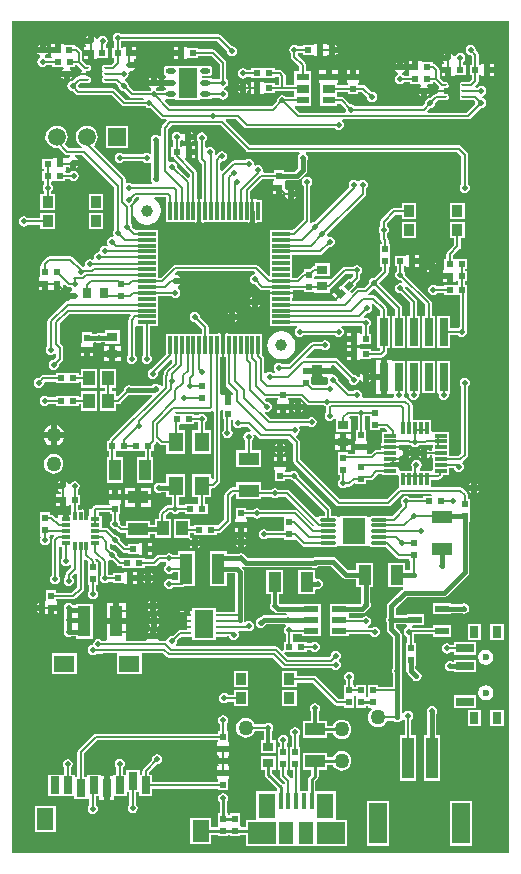
<source format=gtl>
G04*
G04 #@! TF.GenerationSoftware,Altium Limited,Altium Designer,19.1.5 (86)*
G04*
G04 Layer_Physical_Order=1*
G04 Layer_Color=255*
%FSLAX25Y25*%
%MOIN*%
G70*
G01*
G75*
%ADD13C,0.01000*%
%ADD16R,0.04331X0.02756*%
%ADD17R,0.04331X0.02362*%
%ADD18O,0.03347X0.01772*%
%ADD19R,0.06299X0.09843*%
%ADD20R,0.02362X0.01968*%
%ADD21R,0.01968X0.02362*%
G04:AMPARAMS|DCode=22|XSize=7.87mil|YSize=17.72mil|CornerRadius=1.97mil|HoleSize=0mil|Usage=FLASHONLY|Rotation=270.000|XOffset=0mil|YOffset=0mil|HoleType=Round|Shape=RoundedRectangle|*
%AMROUNDEDRECTD22*
21,1,0.00787,0.01378,0,0,270.0*
21,1,0.00394,0.01772,0,0,270.0*
1,1,0.00394,-0.00689,-0.00197*
1,1,0.00394,-0.00689,0.00197*
1,1,0.00394,0.00689,0.00197*
1,1,0.00394,0.00689,-0.00197*
%
%ADD22ROUNDEDRECTD22*%
%ADD23R,0.03150X0.03937*%
%ADD24R,0.05906X0.02756*%
%ADD25R,0.03937X0.05118*%
%ADD26C,0.03937*%
%ADD27R,0.01181X0.05906*%
%ADD28R,0.05906X0.01181*%
%ADD29R,0.03543X0.03150*%
%ADD30R,0.06693X0.04331*%
%ADD31R,0.01181X0.03150*%
%ADD32R,0.03150X0.01181*%
G04:AMPARAMS|DCode=33|XSize=19.68mil|YSize=23.62mil|CornerRadius=0mil|HoleSize=0mil|Usage=FLASHONLY|Rotation=135.000|XOffset=0mil|YOffset=0mil|HoleType=Round|Shape=Rectangle|*
%AMROTATEDRECTD33*
4,1,4,0.01531,0.00139,-0.00139,-0.01531,-0.01531,-0.00139,0.00139,0.01531,0.01531,0.00139,0.0*
%
%ADD33ROTATEDRECTD33*%

%ADD34R,0.03150X0.03543*%
%ADD35R,0.04921X0.06299*%
%ADD36R,0.03937X0.07087*%
%ADD37R,0.04331X0.06693*%
%ADD38R,0.05118X0.02165*%
%ADD39R,0.04528X0.02362*%
%ADD40R,0.04331X0.10236*%
%ADD41R,0.02756X0.00984*%
%ADD42R,0.06496X0.09370*%
%ADD43R,0.07638X0.08543*%
%ADD44O,0.05709X0.01181*%
%ADD45R,0.03150X0.05906*%
%ADD46R,0.07087X0.05512*%
%ADD47R,0.05512X0.07480*%
%ADD48R,0.02913X0.09449*%
%ADD49R,0.03937X0.01181*%
%ADD50R,0.01181X0.03937*%
%ADD51R,0.03543X0.03937*%
%ADD52R,0.01772X0.05433*%
%ADD53R,0.05807X0.08268*%
%ADD54R,0.09350X0.07480*%
%ADD55R,0.04626X0.07480*%
%ADD56R,0.03937X0.13780*%
%ADD57R,0.05906X0.13386*%
%ADD58R,0.00886X0.01772*%
%ADD104C,0.00800*%
%ADD105C,0.01500*%
%ADD106C,0.00600*%
%ADD107C,0.01300*%
%ADD108C,0.02362*%
%ADD109R,0.05906X0.05906*%
%ADD110C,0.05906*%
%ADD111C,0.05000*%
%ADD112C,0.01968*%
G36*
X166777Y1223D02*
X1223D01*
Y278777D01*
X166777D01*
X166777Y1223D01*
D02*
G37*
%LPC*%
G36*
X26256Y273718D02*
X25825Y273431D01*
X25538Y273000D01*
X26256D01*
Y273718D01*
D02*
G37*
G36*
X108874Y270730D02*
Y270012D01*
X109593D01*
X109305Y270442D01*
X108874Y270730D01*
D02*
G37*
G36*
X12256Y270718D02*
Y270000D01*
X12974D01*
X12686Y270430D01*
X12256Y270718D01*
D02*
G37*
G36*
X10256D02*
X9825Y270430D01*
X9538Y270000D01*
X10256D01*
Y270718D01*
D02*
G37*
G36*
X15287Y270984D02*
X14106D01*
Y270000D01*
X15287D01*
Y270984D01*
D02*
G37*
G36*
X56374Y270047D02*
X55193D01*
Y269063D01*
X56374D01*
Y270047D01*
D02*
G37*
G36*
X42406Y269984D02*
X41224D01*
Y269000D01*
X42406D01*
Y269984D01*
D02*
G37*
G36*
X109593Y268012D02*
X108874D01*
Y267294D01*
X109305Y267581D01*
X109593Y268012D01*
D02*
G37*
G36*
X105992Y270996D02*
X104811D01*
Y269012D01*
Y267028D01*
X105992D01*
Y267216D01*
X106090Y267296D01*
X106593Y267482D01*
X106874Y267294D01*
Y269012D01*
Y270730D01*
X106593Y270542D01*
X106090Y270728D01*
X105992Y270808D01*
Y270996D01*
D02*
G37*
G36*
X145468Y267982D02*
X145038Y267694D01*
X144750Y267264D01*
X145468D01*
Y267982D01*
D02*
G37*
G36*
X36331Y274717D02*
X35674Y274587D01*
X35117Y274214D01*
X34745Y273657D01*
X34614Y273000D01*
X34745Y272343D01*
X35117Y271786D01*
X35166Y271753D01*
Y269684D01*
X34406D01*
Y266316D01*
X35166D01*
Y264934D01*
X34322Y264090D01*
X32701D01*
X32649Y264080D01*
X32012D01*
X31662Y264010D01*
X31365Y263812D01*
X31167Y263515D01*
X31097Y263165D01*
Y262772D01*
X31167Y262422D01*
X31317Y261984D01*
X31167Y261547D01*
X31097Y261197D01*
Y260803D01*
X31167Y260453D01*
X31317Y260016D01*
X31167Y259578D01*
X31097Y259228D01*
Y258835D01*
X31167Y258485D01*
X31365Y258188D01*
X31662Y257990D01*
X32012Y257920D01*
X32649D01*
X32701Y257910D01*
X35760D01*
X36560Y257109D01*
X36539Y257000D01*
X36669Y256343D01*
X37042Y255786D01*
X37599Y255414D01*
X38256Y255283D01*
X38365Y255305D01*
X40337Y253333D01*
X40337Y253333D01*
X40701Y253090D01*
X41130Y253004D01*
X44696D01*
X45026Y252513D01*
X45014Y252404D01*
X44984Y252385D01*
X38957D01*
X35537Y255805D01*
X35173Y256048D01*
X34744Y256133D01*
X34744Y256133D01*
X23709D01*
X22951Y256891D01*
X22973Y257000D01*
X22951Y257109D01*
X23752Y257910D01*
X25811D01*
X25863Y257920D01*
X26500D01*
X26850Y257990D01*
X27147Y258188D01*
X27345Y258485D01*
X27414Y258835D01*
Y259228D01*
X27345Y259578D01*
X27183Y259820D01*
X27363Y259940D01*
X27403Y260000D01*
X26960D01*
X26850Y260073D01*
X26500Y260143D01*
X25863D01*
X25811Y260153D01*
Y261847D01*
X25863Y261857D01*
X26500D01*
X26850Y261927D01*
X26960Y262000D01*
X27403D01*
X27363Y262060D01*
X27183Y262180D01*
X27345Y262422D01*
X27414Y262772D01*
Y263165D01*
X27345Y263515D01*
X27147Y263812D01*
X26850Y264010D01*
X26500Y264080D01*
X25863D01*
X25811Y264090D01*
X25796D01*
X24422Y265465D01*
Y268000D01*
X24336Y268429D01*
X24093Y268793D01*
X24093Y268793D01*
X23093Y269793D01*
X22729Y270036D01*
X22300Y270122D01*
X22106Y270658D01*
Y270684D01*
X18469D01*
Y270984D01*
X17287D01*
Y269000D01*
X16287D01*
Y268000D01*
X14106D01*
Y267016D01*
X14317Y266722D01*
X14126Y266234D01*
X14014Y266122D01*
X12532D01*
X12470Y266214D01*
X12018Y266517D01*
X12023Y267000D01*
X12063Y267153D01*
X12686Y267569D01*
X12974Y268000D01*
X9538D01*
X9825Y267569D01*
X10449Y267153D01*
X10489Y267000D01*
X10494Y266517D01*
X10042Y266214D01*
X9669Y265657D01*
X9539Y265000D01*
X9669Y264343D01*
X10042Y263786D01*
X10599Y263414D01*
X11256Y263283D01*
X11913Y263414D01*
X12470Y263786D01*
X12532Y263878D01*
X14438D01*
Y263316D01*
X17987Y263316D01*
X18308Y262814D01*
X18299Y262747D01*
X17825Y262431D01*
X17538Y262000D01*
X20974D01*
X20686Y262431D01*
X20260Y262716D01*
X20442Y263316D01*
X22137D01*
Y263878D01*
X22836D01*
X24063Y262650D01*
X24259Y262060D01*
X23995Y261664D01*
X23902Y261197D01*
Y260803D01*
X23912Y260753D01*
X23450Y260153D01*
X23287D01*
X22858Y260068D01*
X22494Y259825D01*
X22494Y259824D01*
X21365Y258696D01*
X21256Y258717D01*
X20599Y258587D01*
X20042Y258214D01*
X19669Y257657D01*
X19539Y257000D01*
X19669Y256343D01*
X20042Y255786D01*
X20599Y255414D01*
X21256Y255283D01*
X21365Y255305D01*
X22451Y254219D01*
X22451Y254219D01*
X22815Y253976D01*
X23244Y253890D01*
X34280D01*
X37699Y250471D01*
X38063Y250228D01*
X38492Y250142D01*
X38492Y250142D01*
X45587D01*
X45649Y250049D01*
X46206Y249677D01*
X46863Y249547D01*
X47201Y249614D01*
X50617Y246198D01*
X50981Y245954D01*
X51410Y245869D01*
X51410Y245869D01*
X52434D01*
X52683Y245269D01*
X51207Y243793D01*
X50964Y243429D01*
X50878Y243000D01*
X50878Y243000D01*
Y240300D01*
X50278Y240118D01*
X50214Y240214D01*
X49657Y240586D01*
X49000Y240717D01*
X48343Y240586D01*
X47786Y240214D01*
X47414Y239657D01*
X47283Y239000D01*
X47414Y238343D01*
X47522Y238181D01*
Y234731D01*
X46922Y234410D01*
X46657Y234587D01*
X46000Y234717D01*
X45343Y234587D01*
X44786Y234214D01*
X44724Y234121D01*
X38276D01*
X38214Y234214D01*
X37657Y234587D01*
X37000Y234717D01*
X36343Y234587D01*
X35786Y234214D01*
X35414Y233657D01*
X35283Y233000D01*
X35414Y232343D01*
X35786Y231786D01*
X36343Y231414D01*
X37000Y231283D01*
X37657Y231414D01*
X38214Y231786D01*
X38276Y231878D01*
X44724D01*
X44786Y231786D01*
X45343Y231414D01*
X46000Y231283D01*
X46657Y231414D01*
X46922Y231590D01*
X47522Y231269D01*
Y226819D01*
X47414Y226657D01*
X47283Y226000D01*
X47414Y225343D01*
X47786Y224786D01*
X47882Y224722D01*
X47700Y224121D01*
X41192D01*
X41130Y224214D01*
X40573Y224587D01*
X39916Y224717D01*
X39553Y224645D01*
X38953Y225049D01*
Y225918D01*
X38868Y226348D01*
X38625Y226712D01*
X38625Y226712D01*
X28551Y236785D01*
X28591Y237384D01*
X28605Y237395D01*
X29191Y238158D01*
X29559Y239046D01*
X29684Y240000D01*
X29559Y240954D01*
X29191Y241842D01*
X28605Y242605D01*
X27842Y243191D01*
X26954Y243559D01*
X26000Y243684D01*
X25046Y243559D01*
X24158Y243191D01*
X23395Y242605D01*
X22809Y241842D01*
X22441Y240954D01*
X22316Y240000D01*
X22441Y239046D01*
X22809Y238158D01*
X23395Y237395D01*
X24158Y236809D01*
X24370Y236721D01*
X24250Y236122D01*
X19965D01*
X18643Y237444D01*
X19191Y238158D01*
X19559Y239046D01*
X19684Y240000D01*
X19559Y240954D01*
X19191Y241842D01*
X18605Y242605D01*
X17842Y243191D01*
X16954Y243559D01*
X16000Y243684D01*
X15046Y243559D01*
X14158Y243191D01*
X13395Y242605D01*
X12809Y241842D01*
X12441Y240954D01*
X12370Y240413D01*
X12214Y240179D01*
X12128Y239750D01*
X12214Y239321D01*
X12457Y238957D01*
X12494Y238920D01*
X12809Y238158D01*
X13395Y237395D01*
X14158Y236809D01*
X15046Y236441D01*
X16000Y236316D01*
X16529Y236385D01*
X18707Y234207D01*
X18707Y234207D01*
X19071Y233964D01*
X19500Y233878D01*
X19500Y233878D01*
X20514D01*
X20573Y233278D01*
X20526Y233269D01*
X19869Y232831D01*
X19750Y232651D01*
X19150Y232833D01*
Y232984D01*
X17968D01*
Y231000D01*
X15969D01*
Y232984D01*
X14787D01*
Y232684D01*
X11150D01*
Y229316D01*
X11910D01*
Y228684D01*
X11150D01*
Y225316D01*
X11910D01*
Y224297D01*
X11786Y224214D01*
X11413Y223657D01*
X11283Y223000D01*
X11413Y222343D01*
X11786Y221786D01*
X11878Y221724D01*
Y220818D01*
X10458D01*
Y215481D01*
X15401D01*
Y220818D01*
X14121D01*
Y221724D01*
X14214Y221786D01*
X14586Y222343D01*
X14717Y223000D01*
X14586Y223657D01*
X14214Y224214D01*
X14153Y224255D01*
Y224891D01*
X14577Y225316D01*
X14913D01*
X15513Y225316D01*
X18850D01*
Y225980D01*
X20256D01*
X20386Y225786D01*
X20943Y225413D01*
X21600Y225283D01*
X22257Y225413D01*
X22814Y225786D01*
X23187Y226343D01*
X23317Y227000D01*
X23187Y227657D01*
X22814Y228214D01*
X22257Y228587D01*
X21600Y228717D01*
X20943Y228587D01*
X20386Y228214D01*
X20256Y228020D01*
X19274D01*
X18992Y228302D01*
X18900Y228620D01*
X19150Y229016D01*
X19150Y229160D01*
Y229967D01*
X19750Y230149D01*
X19869Y229969D01*
X20300Y229682D01*
Y231400D01*
X21300D01*
Y232400D01*
X23018D01*
X22731Y232831D01*
X22074Y233269D01*
X22027Y233278D01*
X22086Y233878D01*
X24535D01*
X31207Y227207D01*
X31207Y227207D01*
X33707Y224707D01*
X33707Y224707D01*
X35210Y223204D01*
Y209101D01*
X34914Y208657D01*
X34783Y208000D01*
X34914Y207343D01*
X34988Y207232D01*
X34627Y206692D01*
X34500Y206717D01*
X33843Y206587D01*
X33286Y206214D01*
X32913Y205657D01*
X32783Y205000D01*
X32913Y204343D01*
X33162Y203971D01*
X32729Y203538D01*
X32657Y203587D01*
X32000Y203717D01*
X31343Y203587D01*
X30786Y203214D01*
X30413Y202657D01*
X30283Y202000D01*
X29770Y201502D01*
X29343Y201417D01*
X28786Y201045D01*
X28414Y200488D01*
X28283Y199831D01*
X28355Y199468D01*
X28282Y199349D01*
X27657Y199087D01*
X27000Y199217D01*
X26343Y199087D01*
X25786Y198714D01*
X25414Y198157D01*
X25283Y197500D01*
X25354Y197142D01*
X24999Y196672D01*
X24413Y196673D01*
X21293Y199793D01*
X20929Y200036D01*
X20500Y200122D01*
X20500Y200122D01*
X13500D01*
X13500Y200122D01*
X13071Y200036D01*
X12707Y199793D01*
X11207Y198293D01*
X10964Y197929D01*
X10879Y197500D01*
X10879Y197500D01*
Y196850D01*
X10316D01*
Y193213D01*
X10016D01*
Y192031D01*
X12000D01*
Y191031D01*
X13000D01*
Y188850D01*
X13984D01*
Y188850D01*
X14016D01*
Y188850D01*
X15000D01*
Y191031D01*
X17000D01*
Y188850D01*
X17984D01*
Y190767D01*
X18539Y190997D01*
X19328Y190207D01*
X19328Y190207D01*
X19692Y189964D01*
X20121Y189878D01*
X20724D01*
X20786Y189786D01*
X21238Y189483D01*
X21233Y189000D01*
X21193Y188847D01*
X20569Y188431D01*
X20282Y188000D01*
X22000D01*
Y186000D01*
X20282D01*
X20413Y185804D01*
X20118Y185204D01*
X19583D01*
X19583Y185204D01*
X19153Y185119D01*
X18790Y184876D01*
X13207Y179293D01*
X12964Y178929D01*
X12878Y178500D01*
X12878Y178500D01*
Y170276D01*
X12786Y170214D01*
X12414Y169657D01*
X12283Y169000D01*
X12414Y168343D01*
X12786Y167786D01*
X13343Y167413D01*
X14000Y167283D01*
X14657Y167413D01*
X15214Y167786D01*
X15279Y167882D01*
X15879Y167700D01*
Y166465D01*
X15109Y165696D01*
X15000Y165717D01*
X14343Y165586D01*
X13786Y165214D01*
X13413Y164657D01*
X13283Y164000D01*
X13413Y163343D01*
X13786Y162786D01*
X14343Y162414D01*
X15000Y162283D01*
X15657Y162414D01*
X16214Y162786D01*
X16587Y163343D01*
X16717Y164000D01*
X16695Y164109D01*
X17793Y165207D01*
X17793Y165207D01*
X18036Y165571D01*
X18122Y166000D01*
X18122Y166000D01*
Y169688D01*
X18122Y169688D01*
X18036Y170118D01*
X17793Y170482D01*
X16932Y171342D01*
Y177725D01*
X20200Y180993D01*
X40558D01*
X40807Y180393D01*
X40207Y179793D01*
X39964Y179429D01*
X39878Y179000D01*
X39878Y179000D01*
Y167276D01*
X39786Y167214D01*
X39413Y166657D01*
X39283Y166000D01*
X39413Y165343D01*
X39786Y164786D01*
X40343Y164413D01*
X41000Y164283D01*
X41657Y164413D01*
X42214Y164786D01*
X42586Y165343D01*
X42717Y166000D01*
X42586Y166657D01*
X42214Y167214D01*
X42122Y167276D01*
Y176385D01*
X42359Y176887D01*
X44890D01*
Y167284D01*
X44786Y167214D01*
X44414Y166657D01*
X44283Y166000D01*
X44414Y165343D01*
X44786Y164786D01*
X45343Y164413D01*
X46000Y164283D01*
X46657Y164413D01*
X47214Y164786D01*
X47587Y165343D01*
X47717Y166000D01*
X47587Y166657D01*
X47214Y167214D01*
X47133Y167268D01*
Y176887D01*
X49665D01*
Y178855D01*
Y182792D01*
Y186898D01*
X54211D01*
X54286Y186786D01*
X54843Y186414D01*
X55500Y186283D01*
X56157Y186414D01*
X56714Y186786D01*
X57086Y187343D01*
X57217Y188000D01*
X57086Y188657D01*
X56714Y189214D01*
X56262Y189517D01*
X56267Y190000D01*
X56307Y190153D01*
X56931Y190569D01*
X57218Y191000D01*
X55500D01*
Y193000D01*
X57218D01*
X56931Y193431D01*
X56274Y193869D01*
X55632Y193997D01*
X55437Y194375D01*
X55395Y194609D01*
X55965Y195178D01*
X81835D01*
X82231Y194783D01*
X82065Y194378D01*
X81957Y194209D01*
X81343Y194087D01*
X80786Y193714D01*
X80414Y193157D01*
X80283Y192500D01*
X80414Y191843D01*
X80786Y191286D01*
X81343Y190913D01*
X82000Y190783D01*
X82109Y190805D01*
X83719Y189195D01*
X83719Y189195D01*
X84083Y188952D01*
X84512Y188867D01*
X84512Y188867D01*
X86941D01*
Y186429D01*
X87241D01*
Y184761D01*
Y180824D01*
Y176887D01*
X94546D01*
Y177056D01*
X95965D01*
X96147Y176456D01*
X95786Y176214D01*
X95414Y175657D01*
X95283Y175000D01*
X95414Y174343D01*
X95786Y173786D01*
X96343Y173414D01*
X97000Y173283D01*
X97657Y173414D01*
X98214Y173786D01*
X98276Y173878D01*
X108724D01*
X108786Y173786D01*
X109343Y173414D01*
X110000Y173283D01*
X110657Y173414D01*
X111214Y173786D01*
X111586Y174343D01*
X111717Y175000D01*
X111586Y175657D01*
X111214Y176214D01*
X110853Y176456D01*
X111035Y177056D01*
X117605D01*
X117786Y176786D01*
X117878Y176724D01*
Y174184D01*
X117213D01*
Y174484D01*
X116032D01*
Y172500D01*
Y170516D01*
X117213D01*
Y170816D01*
X120850D01*
Y174184D01*
X120122D01*
Y176724D01*
X120214Y176786D01*
X120587Y177343D01*
X120717Y178000D01*
X120587Y178657D01*
X120214Y179214D01*
X119657Y179587D01*
X119000Y179717D01*
X118565Y179631D01*
X118270Y180184D01*
X119391Y181305D01*
X119500Y181283D01*
X120157Y181413D01*
X120714Y181786D01*
X121087Y182343D01*
X121217Y183000D01*
X121087Y183657D01*
X120949Y183862D01*
X121214Y184547D01*
X121336Y184578D01*
X123879Y182036D01*
Y180424D01*
X122843D01*
Y169576D01*
X123879D01*
Y168965D01*
X123536Y168622D01*
X120818D01*
Y169184D01*
X117181D01*
Y169484D01*
X116000D01*
Y167500D01*
Y165516D01*
X117181D01*
Y165816D01*
X120818D01*
Y166378D01*
X124000D01*
X124000Y166378D01*
X124429Y166464D01*
X124793Y166707D01*
X125793Y167707D01*
X125793Y167707D01*
X126036Y168071D01*
X126122Y168500D01*
Y169576D01*
X127157D01*
Y180424D01*
X126122D01*
Y182500D01*
X126122Y182500D01*
X126036Y182929D01*
X125793Y183293D01*
X125793Y183293D01*
X122293Y186793D01*
X121929Y187036D01*
X121500Y187122D01*
X121500Y187122D01*
X119913D01*
X119726Y187659D01*
X119723Y187722D01*
X121352Y189350D01*
X122110D01*
X128878Y182581D01*
Y180424D01*
X127843D01*
Y169576D01*
X132157D01*
Y180424D01*
X131122D01*
Y183046D01*
X131122Y183046D01*
X131036Y183475D01*
X130793Y183839D01*
X130793Y183839D01*
X123426Y191206D01*
X123448Y191315D01*
X123426Y191424D01*
X126293Y194291D01*
X126293Y194291D01*
X126536Y194655D01*
X126622Y195084D01*
X126622Y195085D01*
Y196650D01*
X127184D01*
Y199987D01*
X127184Y200413D01*
X127184Y201013D01*
Y204349D01*
X126622D01*
Y205500D01*
X126622Y205500D01*
X126536Y205929D01*
X126293Y206293D01*
X126293Y206293D01*
X126122Y206465D01*
Y207724D01*
X126214Y207786D01*
X126586Y208343D01*
X126717Y209000D01*
X126586Y209657D01*
X126214Y210214D01*
X126122Y210276D01*
Y211224D01*
X128926Y214028D01*
X130957D01*
Y212481D01*
X135901D01*
Y217818D01*
X130957D01*
Y216271D01*
X128461D01*
X128032Y216186D01*
X127668Y215943D01*
X127668Y215943D01*
X124207Y212482D01*
X123964Y212118D01*
X123878Y211688D01*
X123878Y211688D01*
Y210276D01*
X123786Y210214D01*
X123414Y209657D01*
X123283Y209000D01*
X123414Y208343D01*
X123786Y207786D01*
X123878Y207724D01*
Y206000D01*
X123878Y206000D01*
X123964Y205571D01*
X124207Y205207D01*
X124379Y205035D01*
Y204349D01*
X123816D01*
Y201013D01*
X123816Y200587D01*
X123816Y199987D01*
Y196650D01*
X124379D01*
Y195549D01*
X121840Y193010D01*
X121731Y193032D01*
X121073Y192902D01*
X120516Y192529D01*
X120144Y191972D01*
X120013Y191315D01*
X120035Y191206D01*
X118451Y189622D01*
X116500D01*
X116500Y189622D01*
X116071Y189536D01*
X115707Y189293D01*
X115707Y189293D01*
X114482Y188068D01*
X113778Y188213D01*
X113725Y188344D01*
X115913Y190531D01*
X115815Y190629D01*
X115815Y191229D01*
X116793Y192207D01*
X116793Y192207D01*
X117036Y192571D01*
X117036Y192571D01*
X117070Y192743D01*
X117122Y193000D01*
X117122Y193000D01*
Y194224D01*
X117214Y194286D01*
X117587Y194843D01*
X117717Y195500D01*
X117587Y196157D01*
X117214Y196714D01*
X116657Y197087D01*
X116000Y197217D01*
X115343Y197087D01*
X114786Y196714D01*
X114724Y196622D01*
X112000D01*
X112000Y196622D01*
X111571Y196536D01*
X111207Y196293D01*
X111207Y196293D01*
X107298Y192384D01*
X106972Y192519D01*
Y192519D01*
X102091D01*
X102028Y192519D01*
X101684Y192976D01*
Y193024D01*
X102028Y193481D01*
X106972D01*
Y198031D01*
X102028D01*
Y197383D01*
X101787Y196877D01*
X101358Y196792D01*
X100994Y196549D01*
X100994Y196549D01*
X100295Y195850D01*
X98316D01*
Y195060D01*
X98039Y195005D01*
X97675Y194762D01*
X97675Y194762D01*
X95992Y193078D01*
X94546D01*
Y196572D01*
Y200678D01*
X103799D01*
X103799Y200678D01*
X104228Y200763D01*
X104592Y201006D01*
X106891Y203305D01*
X107000Y203283D01*
X107657Y203414D01*
X108214Y203786D01*
X108587Y204343D01*
X108717Y205000D01*
X108587Y205657D01*
X108214Y206214D01*
X107657Y206587D01*
X107000Y206717D01*
X106619Y206641D01*
X106141Y207119D01*
X106217Y207500D01*
X106196Y207609D01*
X118793Y220207D01*
X118793Y220207D01*
X119036Y220571D01*
X119122Y221000D01*
X119122Y221000D01*
Y222724D01*
X119214Y222786D01*
X119587Y223343D01*
X119717Y224000D01*
X119587Y224657D01*
X119214Y225214D01*
X118657Y225587D01*
X118000Y225717D01*
X117343Y225587D01*
X116786Y225214D01*
X116214D01*
X115657Y225587D01*
X115000Y225717D01*
X114343Y225587D01*
X113786Y225214D01*
X113414Y224657D01*
X113283Y224000D01*
X113414Y223343D01*
X113551Y223137D01*
X102109Y211696D01*
X102000Y211717D01*
X101343Y211587D01*
X100903Y211293D01*
X100491Y211625D01*
X100438Y211692D01*
X100520Y212100D01*
X100520Y212100D01*
Y223724D01*
X100612Y223786D01*
X100985Y224343D01*
X101115Y225000D01*
X100985Y225657D01*
X100612Y226214D01*
X100055Y226587D01*
X99398Y226717D01*
X98741Y226587D01*
X98184Y226214D01*
X97811Y225657D01*
X97681Y225000D01*
X97811Y224343D01*
X98184Y223786D01*
X98276Y223724D01*
Y212564D01*
X95011Y209299D01*
X94546Y208995D01*
Y208995D01*
X94546Y208995D01*
X87241D01*
Y206414D01*
Y202477D01*
Y198540D01*
Y193794D01*
X86641Y193545D01*
X83093Y197093D01*
X82729Y197336D01*
X82300Y197422D01*
X82300Y197422D01*
X55500D01*
X55071Y197336D01*
X54707Y197093D01*
X54707Y197093D01*
X50692Y193078D01*
X49665D01*
Y196572D01*
Y200509D01*
Y204446D01*
Y208995D01*
X42359D01*
X41856Y209230D01*
X41195Y209891D01*
X41217Y210000D01*
X41086Y210657D01*
X40714Y211214D01*
X40622Y211276D01*
Y216468D01*
X40536Y216898D01*
X40808Y217570D01*
X41130Y217786D01*
X41502Y218343D01*
X41633Y219000D01*
X41625Y219039D01*
X42465Y219879D01*
X43290D01*
X43472Y219279D01*
X43106Y219033D01*
X43056Y218984D01*
X42997Y218945D01*
X42449Y218396D01*
X42410Y218338D01*
X42360Y218288D01*
X41930Y217643D01*
X41903Y217578D01*
X41864Y217520D01*
X41567Y216803D01*
X41553Y216734D01*
X41526Y216670D01*
X41375Y215909D01*
Y215839D01*
X41361Y215770D01*
Y214994D01*
X41375Y214925D01*
Y214855D01*
X41526Y214094D01*
X41553Y214029D01*
X41567Y213960D01*
X41864Y213244D01*
X41903Y213185D01*
X41930Y213121D01*
X42360Y212476D01*
X42410Y212426D01*
X42449Y212368D01*
X42997Y211819D01*
X43056Y211780D01*
X43106Y211730D01*
X43750Y211299D01*
X43815Y211273D01*
X43874Y211234D01*
X44590Y210937D01*
X44659Y210923D01*
X44724Y210896D01*
X45485Y210745D01*
X45555D01*
X45624Y210731D01*
X46400D01*
X46468Y210745D01*
X46539D01*
X47299Y210896D01*
X47364Y210923D01*
X47433Y210937D01*
X48150Y211234D01*
X48208Y211273D01*
X48273Y211299D01*
X48918Y211730D01*
X48968Y211780D01*
X49026Y211819D01*
X49575Y212368D01*
X49614Y212426D01*
X49663Y212476D01*
X50094Y213121D01*
X50121Y213185D01*
X50160Y213244D01*
X50457Y213960D01*
X50471Y214029D01*
X50498Y214094D01*
X50649Y214855D01*
Y214925D01*
X50662Y214994D01*
Y215770D01*
X50649Y215839D01*
Y215909D01*
X50498Y216670D01*
X50471Y216735D01*
X50457Y216803D01*
X50160Y217520D01*
X50121Y217578D01*
X50094Y217643D01*
X49663Y218288D01*
X49614Y218338D01*
X49575Y218396D01*
X49026Y218945D01*
X48968Y218984D01*
X48918Y219033D01*
X48551Y219279D01*
X48733Y219879D01*
X52535D01*
X52567Y219846D01*
Y219035D01*
X52399D01*
Y211729D01*
X61941D01*
Y211429D01*
X62532D01*
Y211729D01*
X62854D01*
Y215382D01*
X64209D01*
Y211729D01*
X64531D01*
Y211429D01*
X65122D01*
Y211729D01*
X79658D01*
Y211429D01*
X80248D01*
Y211729D01*
X80570D01*
Y215382D01*
X81926D01*
Y211729D01*
X82248D01*
Y211429D01*
X82839D01*
Y211729D01*
X84507D01*
Y219035D01*
X82839D01*
Y219335D01*
X80401D01*
Y221815D01*
X84402Y225816D01*
X88316D01*
Y225181D01*
X88016D01*
Y224000D01*
X90000D01*
Y223000D01*
X91000D01*
Y220819D01*
X91463D01*
X91984Y220819D01*
X92012Y220822D01*
X92131Y220226D01*
X92569Y219569D01*
X93000Y219282D01*
Y221000D01*
Y222718D01*
X92584Y222441D01*
X92491Y222458D01*
X91984Y222635D01*
Y225181D01*
X92469Y225459D01*
X95937D01*
X96503Y225571D01*
X96982Y225892D01*
X99045Y227955D01*
X99366Y228434D01*
X99478Y229000D01*
Y232181D01*
X99586Y232343D01*
X99717Y233000D01*
X99586Y233657D01*
X99214Y234214D01*
X98992Y234363D01*
X99174Y234963D01*
X149451D01*
X150878Y233535D01*
Y224276D01*
X150786Y224214D01*
X150414Y223657D01*
X150283Y223000D01*
X150414Y222343D01*
X150786Y221786D01*
X151343Y221413D01*
X152000Y221283D01*
X152657Y221413D01*
X153214Y221786D01*
X153586Y222343D01*
X153717Y223000D01*
X153586Y223657D01*
X153214Y224214D01*
X153122Y224276D01*
Y234000D01*
X153036Y234429D01*
X152793Y234793D01*
X152793Y234793D01*
X150709Y236877D01*
X150345Y237120D01*
X149916Y237206D01*
X149916Y237206D01*
X80380D01*
X72317Y245269D01*
X72566Y245869D01*
X75824D01*
X78486Y243207D01*
X78486Y243207D01*
X78850Y242964D01*
X79280Y242879D01*
X108724D01*
X108786Y242786D01*
X109343Y242413D01*
X110000Y242283D01*
X110657Y242413D01*
X111214Y242786D01*
X111586Y243343D01*
X111717Y244000D01*
X111586Y244657D01*
X111214Y245214D01*
X111132Y245269D01*
X111314Y245869D01*
X153195D01*
X153195Y245869D01*
X153625Y245954D01*
X153988Y246198D01*
X157359Y249568D01*
X157468Y249547D01*
X158126Y249677D01*
X158683Y250049D01*
X159055Y250607D01*
X159186Y251264D01*
X159055Y251921D01*
X158683Y252478D01*
X158126Y252850D01*
X157897Y252896D01*
X157845Y253010D01*
X158126Y253677D01*
X158683Y254049D01*
X159055Y254607D01*
X159186Y255264D01*
X159055Y255921D01*
X158683Y256478D01*
X158126Y256850D01*
X157468Y256981D01*
X156811Y256850D01*
X156254Y256478D01*
X156192Y256385D01*
X155587D01*
X155338Y256985D01*
X156293Y257940D01*
X156293Y257940D01*
X156536Y258304D01*
X156622Y258733D01*
Y260579D01*
X157256D01*
Y260279D01*
X158437D01*
Y262264D01*
Y264248D01*
X157256D01*
Y263948D01*
X156622D01*
Y267435D01*
X156536Y267864D01*
X156293Y268228D01*
X156293Y268228D01*
X155673Y268848D01*
X155705Y269012D01*
X155575Y269669D01*
X155202Y270226D01*
X154645Y270598D01*
X153988Y270729D01*
X153331Y270598D01*
X152774Y270226D01*
X152402Y269669D01*
X152271Y269012D01*
X152402Y268355D01*
X152774Y267798D01*
X153331Y267425D01*
X153988Y267295D01*
X154378Y266863D01*
Y263948D01*
X153619D01*
Y260579D01*
X154378D01*
Y259198D01*
X153535Y258354D01*
X151913D01*
X151862Y258344D01*
X151224D01*
X150874Y258274D01*
X150578Y258076D01*
X150380Y257779D01*
X150310Y257429D01*
Y257035D01*
X150380Y256685D01*
X150530Y256248D01*
X150380Y255810D01*
X150310Y255461D01*
Y255067D01*
X150380Y254717D01*
X150530Y254279D01*
X150380Y253842D01*
X150310Y253492D01*
Y253098D01*
X150380Y252748D01*
X150578Y252452D01*
X150874Y252254D01*
X151224Y252184D01*
X151862D01*
X151913Y252174D01*
X154973D01*
X155503Y251643D01*
Y250885D01*
X152731Y248112D01*
X139752D01*
X139503Y248712D01*
X140359Y249568D01*
X140469Y249547D01*
X141126Y249677D01*
X141683Y250049D01*
X142055Y250607D01*
X142186Y251264D01*
X142164Y251373D01*
X142965Y252174D01*
X145024D01*
X145075Y252184D01*
X145713D01*
X146063Y252254D01*
X146359Y252452D01*
X146557Y252748D01*
X146627Y253098D01*
Y253492D01*
X146557Y253842D01*
X146396Y254084D01*
X146575Y254204D01*
X146615Y254264D01*
X146172D01*
X146063Y254337D01*
X145713Y254407D01*
X145075D01*
X145024Y254417D01*
Y256111D01*
X145075Y256121D01*
X145713D01*
X146063Y256190D01*
X146172Y256264D01*
X146615D01*
X146575Y256324D01*
X146396Y256444D01*
X146557Y256685D01*
X146627Y257035D01*
Y257429D01*
X146557Y257779D01*
X146359Y258076D01*
X146063Y258274D01*
X145713Y258344D01*
X145075D01*
X145024Y258354D01*
X145009D01*
X143634Y259728D01*
Y262264D01*
X143549Y262693D01*
X143306Y263057D01*
X143306Y263057D01*
X142306Y264057D01*
X141942Y264300D01*
X141513Y264385D01*
X141318Y264922D01*
Y264948D01*
X137681D01*
Y265248D01*
X136500D01*
Y263264D01*
X135500D01*
Y262264D01*
X133319D01*
Y261280D01*
X133530Y260985D01*
X133339Y260498D01*
X133226Y260385D01*
X131745D01*
X131683Y260478D01*
X131230Y260780D01*
X131235Y261264D01*
X131276Y261417D01*
X131899Y261833D01*
X132187Y262264D01*
X128750D01*
X129038Y261833D01*
X129661Y261417D01*
X129702Y261264D01*
X129707Y260780D01*
X129254Y260478D01*
X128882Y259921D01*
X128751Y259264D01*
X128882Y258607D01*
X129254Y258050D01*
X129811Y257677D01*
X130468Y257546D01*
X131126Y257677D01*
X131683Y258050D01*
X131745Y258142D01*
X133650D01*
Y257579D01*
X137199Y257579D01*
X137521Y257078D01*
X137512Y257011D01*
X137038Y256694D01*
X136750Y256264D01*
X140187D01*
X139899Y256694D01*
X139472Y256979D01*
X139654Y257579D01*
X141350D01*
Y258142D01*
X142048D01*
X143276Y256914D01*
X143472Y256324D01*
X143207Y255928D01*
X143114Y255461D01*
Y255067D01*
X143124Y255017D01*
X142663Y254417D01*
X142500D01*
X142071Y254331D01*
X141707Y254088D01*
X141707Y254088D01*
X140578Y252959D01*
X140469Y252981D01*
X139811Y252850D01*
X139254Y252478D01*
X138882Y251921D01*
X138751Y251264D01*
X138773Y251154D01*
X137815Y250196D01*
X115401D01*
X115339Y250289D01*
X114781Y250661D01*
X114124Y250792D01*
X114015Y250770D01*
X111854Y252931D01*
X111490Y253174D01*
X111061Y253259D01*
X111061Y253259D01*
X109515D01*
Y254985D01*
X113190D01*
Y254225D01*
X116559D01*
Y254985D01*
X117753D01*
X119372Y253365D01*
X119350Y253256D01*
X119481Y252599D01*
X119853Y252042D01*
X120410Y251669D01*
X121068Y251539D01*
X121725Y251669D01*
X122282Y252042D01*
X122654Y252599D01*
X122785Y253256D01*
X122654Y253913D01*
X122282Y254470D01*
X121725Y254842D01*
X121068Y254973D01*
X120958Y254951D01*
X119010Y256899D01*
X118646Y257142D01*
X118217Y257228D01*
X118217Y257228D01*
X116559D01*
Y257862D01*
X116858D01*
Y259043D01*
X112890D01*
Y257862D01*
X113190D01*
Y257228D01*
X109515D01*
Y257831D01*
X109815D01*
Y259012D01*
X106650D01*
X103485D01*
Y257831D01*
X103785D01*
Y253997D01*
Y250257D01*
X109515D01*
Y251016D01*
X110597D01*
X112429Y249184D01*
X112407Y249075D01*
X112479Y248712D01*
X112075Y248112D01*
X96829D01*
X95285Y249657D01*
X95533Y250257D01*
X100854D01*
Y253997D01*
Y258131D01*
Y261893D01*
X99110D01*
Y263947D01*
X99110Y263947D01*
X99025Y264376D01*
X98782Y264740D01*
X98782Y264740D01*
X96349Y267173D01*
X96382Y267767D01*
X96428Y267798D01*
X96490Y267890D01*
X97993D01*
Y267328D01*
X101630D01*
Y267028D01*
X102811D01*
Y269012D01*
Y270996D01*
X101630D01*
Y270696D01*
X97993D01*
Y270133D01*
X96490D01*
X96428Y270226D01*
X95871Y270598D01*
X95214Y270729D01*
X94557Y270598D01*
X94000Y270226D01*
X93628Y269669D01*
X93497Y269012D01*
X93628Y268355D01*
X94000Y267798D01*
X94093Y267736D01*
Y266721D01*
X94093Y266721D01*
X94178Y266292D01*
X94421Y265928D01*
X96867Y263482D01*
Y261893D01*
X95123D01*
Y257448D01*
X92339D01*
Y260294D01*
X92339Y260295D01*
X92254Y260724D01*
X92011Y261087D01*
X92011Y261088D01*
X91156Y261943D01*
X90792Y262186D01*
X90363Y262271D01*
X90363Y262271D01*
X88598D01*
Y262834D01*
X85261D01*
X84836Y262834D01*
X84236Y262834D01*
X80899D01*
Y262271D01*
X79332D01*
X79270Y262364D01*
X78713Y262736D01*
X78055Y262867D01*
X77398Y262736D01*
X76841Y262364D01*
X76469Y261807D01*
X76338Y261150D01*
X76469Y260492D01*
X76841Y259935D01*
X77398Y259563D01*
X78055Y259432D01*
X78713Y259563D01*
X79270Y259935D01*
X79332Y260028D01*
X80899D01*
Y259465D01*
X84236D01*
X84661Y259465D01*
X85261Y259465D01*
X88598D01*
Y260028D01*
X89898D01*
X90096Y259830D01*
Y257448D01*
X88598D01*
Y258011D01*
X84961D01*
Y258311D01*
X83780D01*
Y256327D01*
Y254343D01*
X84961D01*
Y254643D01*
X88598D01*
Y255205D01*
X95123D01*
Y253259D01*
X92494D01*
X92432Y253352D01*
X91875Y253724D01*
X91218Y253855D01*
X90561Y253724D01*
X90003Y253352D01*
X89631Y252795D01*
X89500Y252138D01*
X89522Y252028D01*
X87690Y250196D01*
X53859D01*
X52089Y251966D01*
X52315Y252458D01*
X52377Y252526D01*
X53145D01*
X53232Y252509D01*
X54807D01*
X55279Y252603D01*
X55879Y252442D01*
Y252442D01*
X57594D01*
X57760Y252409D01*
X57926Y252442D01*
X61531D01*
X61697Y252409D01*
X61863Y252442D01*
X63578D01*
X63578Y252442D01*
X64178Y252603D01*
X64650Y252509D01*
X66225D01*
X66312Y252526D01*
X67110D01*
X67383Y252581D01*
X67615Y252735D01*
X67770Y252967D01*
X67777Y253004D01*
X70098D01*
X70160Y252912D01*
X70717Y252539D01*
X71374Y252409D01*
X72031Y252539D01*
X72588Y252912D01*
X72961Y253469D01*
X73092Y254126D01*
X72961Y254783D01*
X72588Y255340D01*
X72031Y255713D01*
X71696Y255779D01*
X71649Y255789D01*
Y256400D01*
X71696Y256410D01*
X72031Y256476D01*
X72588Y256849D01*
X72961Y257406D01*
X73092Y258063D01*
X72961Y258720D01*
X72588Y259277D01*
X72496Y259339D01*
Y264709D01*
X72496Y264709D01*
X72410Y265139D01*
X72167Y265503D01*
X72167Y265503D01*
X68814Y268856D01*
X68450Y269099D01*
X68021Y269185D01*
X68021Y269184D01*
X63192D01*
Y269747D01*
X59555D01*
Y270047D01*
X58374D01*
Y268063D01*
Y266079D01*
X59555D01*
Y266379D01*
X63192D01*
Y266941D01*
X67556D01*
X70253Y264245D01*
Y259339D01*
X70160Y259277D01*
X70098Y259185D01*
X67777D01*
X67770Y259222D01*
X67615Y259454D01*
X67383Y259608D01*
X67110Y259663D01*
X66312D01*
X66225Y259680D01*
X64650D01*
X64587Y259667D01*
X64122Y260032D01*
X64587Y260396D01*
X64650Y260383D01*
X66225D01*
X66312Y260401D01*
X67110D01*
X67383Y260455D01*
X67615Y260610D01*
X67770Y260841D01*
X67824Y261114D01*
Y261913D01*
X67842Y262000D01*
X67824Y262087D01*
Y262886D01*
X67770Y263159D01*
X67615Y263390D01*
X67383Y263545D01*
X67110Y263600D01*
X66312D01*
X66225Y263617D01*
X64650D01*
X64178Y263523D01*
X63578Y263684D01*
Y263684D01*
X61863D01*
X61697Y263717D01*
X61531Y263684D01*
X57926D01*
X57760Y263717D01*
X57594Y263684D01*
X55879D01*
X55879Y263684D01*
X55279Y263523D01*
X54807Y263617D01*
X53232D01*
X53145Y263600D01*
X52347D01*
X52074Y263545D01*
X51842Y263390D01*
X51687Y263159D01*
X51633Y262886D01*
Y262087D01*
X51616Y262000D01*
X51633Y261913D01*
Y261114D01*
X51687Y260841D01*
X51842Y260610D01*
X52074Y260455D01*
X52347Y260401D01*
X52451Y260009D01*
X52438Y259801D01*
X51873Y259423D01*
X51633Y259063D01*
X54020D01*
Y257063D01*
X51633D01*
X51873Y256703D01*
X52438Y256326D01*
X52451Y256117D01*
X52347Y255726D01*
X52074Y255671D01*
X51842Y255517D01*
X51687Y255285D01*
X51680Y255247D01*
X49619D01*
X49557Y255340D01*
X49177Y255594D01*
X49149Y255875D01*
X49184Y256211D01*
X49197Y256247D01*
X49773Y256632D01*
X50061Y257063D01*
X46624D01*
X46912Y256632D01*
X47488Y256247D01*
X47502Y256211D01*
X47537Y255875D01*
X47508Y255594D01*
X47128Y255340D01*
X47067Y255247D01*
X41594D01*
X39951Y256891D01*
X39973Y257000D01*
X39843Y257657D01*
X39470Y258214D01*
X38913Y258587D01*
X38684Y258632D01*
X38633Y258746D01*
X38913Y259414D01*
X39470Y259786D01*
X39843Y260343D01*
X39973Y261000D01*
X39898Y261377D01*
X40033Y261603D01*
X40299Y261920D01*
X40350Y261949D01*
X40999Y262078D01*
X41655Y262516D01*
X41943Y262947D01*
X40224D01*
Y264947D01*
X41943D01*
X41655Y265377D01*
X41598Y265416D01*
X41780Y266016D01*
X42406D01*
Y267000D01*
X40224D01*
Y268000D01*
X39224D01*
Y269984D01*
X38043D01*
Y269684D01*
X37409D01*
Y271694D01*
X37546Y271786D01*
X37608Y271879D01*
X69535D01*
X72805Y268609D01*
X72783Y268500D01*
X72913Y267843D01*
X73286Y267286D01*
X73843Y266913D01*
X74500Y266783D01*
X75157Y266913D01*
X75714Y267286D01*
X76087Y267843D01*
X76217Y268500D01*
X76087Y269157D01*
X75714Y269714D01*
X75157Y270087D01*
X74500Y270217D01*
X74391Y270195D01*
X70793Y273793D01*
X70429Y274036D01*
X70000Y274122D01*
X70000Y274121D01*
X37608D01*
X37546Y274214D01*
X36989Y274587D01*
X36331Y274717D01*
D02*
G37*
G36*
X56374Y267063D02*
X55193D01*
Y266079D01*
X56374D01*
Y267063D01*
D02*
G37*
G36*
X28256Y273718D02*
Y272000D01*
X27256D01*
Y271000D01*
X25538D01*
X25815Y270584D01*
X25798Y270491D01*
X25621Y269984D01*
X25106D01*
Y269000D01*
X27287D01*
Y268000D01*
X28287D01*
Y266016D01*
X29469D01*
Y266316D01*
X33105D01*
Y269684D01*
X32346D01*
Y270703D01*
X32470Y270786D01*
X32842Y271343D01*
X32973Y272000D01*
X32842Y272657D01*
X32470Y273214D01*
X31913Y273587D01*
X31256Y273717D01*
X30599Y273587D01*
X30042Y273214D01*
X29739Y272762D01*
X29256Y272767D01*
X29103Y272807D01*
X28686Y273431D01*
X28256Y273718D01*
D02*
G37*
G36*
X26287Y267000D02*
X25106D01*
Y266016D01*
X26287D01*
Y267000D01*
D02*
G37*
G36*
X131468Y264982D02*
Y264264D01*
X132187D01*
X131899Y264694D01*
X131468Y264982D01*
D02*
G37*
G36*
X129469D02*
X129038Y264694D01*
X128750Y264264D01*
X129469D01*
Y264982D01*
D02*
G37*
G36*
X134500Y265248D02*
X133319D01*
Y264264D01*
X134500D01*
Y265248D01*
D02*
G37*
G36*
X161618Y264248D02*
X160437D01*
Y263264D01*
X161618D01*
Y264248D01*
D02*
G37*
G36*
X116858Y262224D02*
X115874D01*
Y261043D01*
X116858D01*
Y262224D01*
D02*
G37*
G36*
X113874D02*
X112890D01*
Y261043D01*
X113874D01*
Y262224D01*
D02*
G37*
G36*
X109815Y262193D02*
X107650D01*
Y261012D01*
X109815D01*
Y262193D01*
D02*
G37*
G36*
X105650D02*
X103485D01*
Y261012D01*
X105650D01*
Y262193D01*
D02*
G37*
G36*
X161618Y261264D02*
X160437D01*
Y260279D01*
X161618D01*
Y261264D01*
D02*
G37*
G36*
X147468Y267982D02*
Y266264D01*
X146468D01*
Y265264D01*
X144750D01*
X145028Y264848D01*
X145011Y264755D01*
X144834Y264248D01*
X144319D01*
Y263264D01*
X146500D01*
Y262264D01*
X147500D01*
Y260279D01*
X148681D01*
Y260579D01*
X152318D01*
Y263948D01*
X151559D01*
Y264967D01*
X151683Y265050D01*
X152055Y265607D01*
X152186Y266264D01*
X152055Y266921D01*
X151683Y267478D01*
X151126Y267850D01*
X150469Y267981D01*
X149811Y267850D01*
X149254Y267478D01*
X148952Y267025D01*
X148468Y267031D01*
X148316Y267071D01*
X147899Y267694D01*
X147468Y267982D01*
D02*
G37*
G36*
X145500Y261264D02*
X144319D01*
Y260279D01*
X145500D01*
Y261264D01*
D02*
G37*
G36*
X20974Y260000D02*
X20256D01*
Y259282D01*
X20686Y259569D01*
X20974Y260000D01*
D02*
G37*
G36*
X18256D02*
X17538D01*
X17825Y259569D01*
X18256Y259282D01*
Y260000D01*
D02*
G37*
G36*
X49343Y259781D02*
Y259063D01*
X50061D01*
X49773Y259494D01*
X49343Y259781D01*
D02*
G37*
G36*
X47343D02*
X46912Y259494D01*
X46624Y259063D01*
X47343D01*
Y259781D01*
D02*
G37*
G36*
X77044Y258045D02*
X76613Y257757D01*
X76325Y257327D01*
X77044D01*
Y258045D01*
D02*
G37*
G36*
X81780Y258311D02*
X80599D01*
Y256728D01*
X79999Y256669D01*
X79913Y257101D01*
X79474Y257757D01*
X79044Y258045D01*
Y256327D01*
Y254608D01*
X79474Y254896D01*
X79913Y255553D01*
X79999Y255985D01*
X80599Y255926D01*
Y254343D01*
X81780D01*
Y256327D01*
Y258311D01*
D02*
G37*
G36*
X77044Y255327D02*
X76325D01*
X76613Y254896D01*
X77044Y254608D01*
Y255327D01*
D02*
G37*
G36*
X140187Y254264D02*
X139469D01*
Y253545D01*
X139899Y253833D01*
X140187Y254264D01*
D02*
G37*
G36*
X137469D02*
X136750D01*
X137038Y253833D01*
X137469Y253545D01*
Y254264D01*
D02*
G37*
G36*
X39653Y243653D02*
X32347D01*
Y236347D01*
X39653D01*
Y243653D01*
D02*
G37*
G36*
X23018Y230400D02*
X22300D01*
Y229682D01*
X22731Y229969D01*
X23018Y230400D01*
D02*
G37*
G36*
X95000Y222718D02*
Y222000D01*
X95718D01*
X95431Y222431D01*
X95000Y222718D01*
D02*
G37*
G36*
X89000Y222000D02*
X88016D01*
Y220819D01*
X89000D01*
Y222000D01*
D02*
G37*
G36*
X95718Y220000D02*
X95000D01*
Y219282D01*
X95431Y219569D01*
X95718Y220000D01*
D02*
G37*
G36*
X31543Y220818D02*
X26599D01*
Y215481D01*
X31543D01*
Y220818D01*
D02*
G37*
G36*
X15401Y214519D02*
X10458D01*
Y212972D01*
X6262D01*
X6214Y213043D01*
X5657Y213415D01*
X5000Y213546D01*
X4343Y213415D01*
X3786Y213043D01*
X3413Y212486D01*
X3283Y211829D01*
X3413Y211172D01*
X3786Y210615D01*
X4343Y210242D01*
X5000Y210112D01*
X5657Y210242D01*
X6214Y210615D01*
X6291Y210729D01*
X10458D01*
Y209182D01*
X15401D01*
Y214519D01*
D02*
G37*
G36*
X152042Y217818D02*
X147099D01*
Y212481D01*
X152042D01*
Y217818D01*
D02*
G37*
G36*
X31543Y214519D02*
X26599D01*
Y209182D01*
X31543D01*
Y214519D01*
D02*
G37*
G36*
X135901Y211519D02*
X130957D01*
Y206182D01*
X135901D01*
Y211519D01*
D02*
G37*
G36*
X136650Y200484D02*
X135468D01*
Y199500D01*
X136650D01*
Y200484D01*
D02*
G37*
G36*
X142000Y198218D02*
Y197500D01*
X142718D01*
X142431Y197931D01*
X142000Y198218D01*
D02*
G37*
G36*
X140000D02*
X139569Y197931D01*
X139282Y197500D01*
X140000D01*
Y198218D01*
D02*
G37*
G36*
X136650Y197500D02*
X135468D01*
Y196516D01*
X136650D01*
Y197500D01*
D02*
G37*
G36*
X133468Y200484D02*
X132287D01*
Y200184D01*
X128650D01*
Y196816D01*
X129410D01*
Y195297D01*
X129286Y195214D01*
X128913Y194657D01*
X128783Y194000D01*
X128913Y193343D01*
X129286Y192786D01*
X129843Y192413D01*
X130500Y192283D01*
X130609Y192305D01*
X131230Y191684D01*
X130935Y191131D01*
X130500Y191217D01*
X129843Y191087D01*
X129286Y190714D01*
X128913Y190157D01*
X128783Y189500D01*
X128913Y188843D01*
X129286Y188286D01*
X129843Y187914D01*
X130500Y187783D01*
X130609Y187805D01*
X133879Y184536D01*
Y180424D01*
X132843D01*
Y169576D01*
X137157D01*
Y180424D01*
X136122D01*
Y185000D01*
X136122Y185000D01*
X136036Y185429D01*
X135793Y185793D01*
X135793Y185793D01*
X132202Y189384D01*
X132203Y189427D01*
X132217Y189500D01*
X132206Y189555D01*
X132216Y189910D01*
X132737Y190177D01*
X138879Y184036D01*
Y180424D01*
X137843D01*
Y169576D01*
X142157D01*
Y180424D01*
X141122D01*
Y184500D01*
X141122Y184500D01*
X141036Y184929D01*
X140793Y185293D01*
X140793Y185293D01*
X132196Y193891D01*
X132217Y194000D01*
X132087Y194657D01*
X131714Y195214D01*
X131653Y195255D01*
Y196816D01*
X132287D01*
Y196516D01*
X133468D01*
Y198500D01*
Y200484D01*
D02*
G37*
G36*
X142718Y195500D02*
X142000D01*
Y194782D01*
X142431Y195070D01*
X142718Y195500D01*
D02*
G37*
G36*
X140000D02*
X139282D01*
X139569Y195070D01*
X140000Y194782D01*
Y195500D01*
D02*
G37*
G36*
X146031Y192500D02*
X144850D01*
Y191516D01*
X146031D01*
Y192500D01*
D02*
G37*
G36*
X152042Y211519D02*
X147099D01*
Y206182D01*
X148449D01*
Y203965D01*
X146238Y201754D01*
X145995Y201390D01*
X145910Y200961D01*
X145910Y200961D01*
Y199184D01*
X145150D01*
X145150Y195960D01*
X144850Y195484D01*
X144850Y195340D01*
Y194500D01*
X147031D01*
Y193500D01*
X148031D01*
Y191516D01*
X149213D01*
Y191816D01*
X149847D01*
Y191109D01*
X149423Y190684D01*
X149087D01*
X148487Y190684D01*
X145150D01*
Y190122D01*
X142776D01*
X142714Y190214D01*
X142157Y190587D01*
X141500Y190717D01*
X140843Y190587D01*
X140286Y190214D01*
X139913Y189657D01*
X139783Y189000D01*
X139913Y188343D01*
X140286Y187786D01*
X140843Y187414D01*
X141500Y187283D01*
X142157Y187414D01*
X142714Y187786D01*
X142776Y187879D01*
X145150D01*
Y187316D01*
X148487D01*
X148913Y187316D01*
X149513Y187316D01*
X150378D01*
Y176594D01*
X150343Y176586D01*
X149786Y176214D01*
X149724Y176122D01*
X147157D01*
Y180424D01*
X142843D01*
Y169576D01*
X147157D01*
Y173879D01*
X149724D01*
X149786Y173786D01*
X150343Y173414D01*
X151000Y173283D01*
X151657Y173414D01*
X152214Y173786D01*
X152586Y174343D01*
X152717Y175000D01*
X152622Y175481D01*
Y187316D01*
X152850D01*
Y190684D01*
X152090D01*
Y191816D01*
X152850D01*
Y195184D01*
X152090D01*
Y195816D01*
X152850D01*
Y199184D01*
X149513D01*
X149087Y199184D01*
X148577Y199184D01*
X148153Y199609D01*
Y200496D01*
X150364Y202707D01*
X150364Y202707D01*
X150607Y203071D01*
X150692Y203500D01*
Y206182D01*
X152042D01*
Y211519D01*
D02*
G37*
G36*
X11000Y190031D02*
X10016D01*
Y188850D01*
X11000D01*
Y190031D01*
D02*
G37*
G36*
X83000Y186718D02*
Y186000D01*
X83718D01*
X83431Y186431D01*
X83000Y186718D01*
D02*
G37*
G36*
X81000D02*
X80569Y186431D01*
X80282Y186000D01*
X81000D01*
Y186718D01*
D02*
G37*
G36*
X83718Y184000D02*
X83000D01*
Y183282D01*
X83431Y183570D01*
X83718Y184000D01*
D02*
G37*
G36*
X81000D02*
X80282D01*
X80569Y183570D01*
X81000Y183282D01*
Y184000D01*
D02*
G37*
G36*
X75500Y181718D02*
Y181000D01*
X76218D01*
X75931Y181431D01*
X75500Y181718D01*
D02*
G37*
G36*
X73500D02*
X73070Y181431D01*
X72782Y181000D01*
X73500D01*
Y181718D01*
D02*
G37*
G36*
X76218Y179000D02*
X75500D01*
Y178282D01*
X75931Y178569D01*
X76218Y179000D01*
D02*
G37*
G36*
X73500D02*
X72782D01*
X73070Y178569D01*
X73500Y178282D01*
Y179000D01*
D02*
G37*
G36*
X91281Y175151D02*
X90506D01*
X90437Y175137D01*
X90367D01*
X89606Y174986D01*
X89541Y174959D01*
X89472Y174945D01*
X88756Y174648D01*
X88697Y174609D01*
X88632Y174582D01*
X87988Y174152D01*
X87938Y174102D01*
X87879Y174063D01*
X87331Y173514D01*
X87292Y173456D01*
X87242Y173406D01*
X86811Y172761D01*
X86784Y172696D01*
X86745Y172638D01*
X86449Y171922D01*
X86435Y171853D01*
X86408Y171788D01*
X86257Y171027D01*
Y170957D01*
X86243Y170888D01*
Y170112D01*
X86257Y170043D01*
Y169973D01*
X86408Y169212D01*
X86435Y169147D01*
X86449Y169079D01*
X86745Y168362D01*
X86784Y168304D01*
X86811Y168239D01*
X87242Y167594D01*
X87292Y167544D01*
X87331Y167486D01*
X87879Y166937D01*
X87938Y166898D01*
X87988Y166849D01*
X88632Y166418D01*
X88697Y166391D01*
X88756Y166352D01*
X89472Y166055D01*
X89541Y166041D01*
X89606Y166014D01*
X90367Y165863D01*
X90437D01*
X90506Y165849D01*
X91281D01*
X91350Y165863D01*
X91421D01*
X92181Y166014D01*
X92246Y166041D01*
X92315Y166055D01*
X93032Y166352D01*
X93090Y166391D01*
X93155Y166418D01*
X93800Y166849D01*
X93850Y166898D01*
X93908Y166937D01*
X94456Y167486D01*
X94495Y167544D01*
X94545Y167594D01*
X94976Y168239D01*
X95003Y168304D01*
X95042Y168362D01*
X95339Y169079D01*
X95353Y169147D01*
X95379Y169212D01*
X95531Y169973D01*
Y170043D01*
X95544Y170112D01*
Y170888D01*
X95531Y170957D01*
Y171027D01*
X95379Y171788D01*
X95353Y171853D01*
X95339Y171922D01*
X95042Y172638D01*
X95003Y172696D01*
X94976Y172761D01*
X94545Y173406D01*
X94495Y173456D01*
X94456Y173514D01*
X93908Y174063D01*
X93850Y174102D01*
X93800Y174152D01*
X93155Y174582D01*
X93090Y174609D01*
X93032Y174648D01*
X92315Y174945D01*
X92246Y174959D01*
X92181Y174986D01*
X91421Y175137D01*
X91350D01*
X91281Y175151D01*
D02*
G37*
G36*
X36972Y175531D02*
X32028D01*
Y174478D01*
X30819D01*
X30657Y174586D01*
X30000Y174717D01*
X29343Y174586D01*
X29134Y174447D01*
X27684D01*
Y174849D01*
X24316D01*
Y171213D01*
X24016D01*
Y170031D01*
X26000D01*
X27984D01*
Y171212D01*
X28469Y171490D01*
X29228D01*
X29343Y171414D01*
X30000Y171283D01*
X30657Y171414D01*
X30819Y171522D01*
X32028D01*
Y170981D01*
X36972D01*
Y175531D01*
D02*
G37*
G36*
X114032Y174484D02*
X112850D01*
Y173500D01*
X114032D01*
Y174484D01*
D02*
G37*
G36*
Y171500D02*
X112850D01*
Y170516D01*
X114032D01*
Y171500D01*
D02*
G37*
G36*
X62000Y181717D02*
X61343Y181587D01*
X60786Y181214D01*
X60413Y180657D01*
X60283Y180000D01*
X60413Y179343D01*
X60786Y178786D01*
X61343Y178413D01*
X62000Y178283D01*
X62109Y178305D01*
X64378Y176035D01*
Y174153D01*
X52399D01*
Y167485D01*
X47540Y162626D01*
X47343Y162586D01*
X46786Y162214D01*
X46413Y161657D01*
X46283Y161000D01*
X46413Y160343D01*
X46786Y159786D01*
X47343Y159414D01*
X48000Y159283D01*
X48657Y159414D01*
X49214Y159786D01*
X49586Y160343D01*
X49717Y161000D01*
X49613Y161526D01*
X53936Y165850D01*
X54536Y165601D01*
Y164744D01*
X52041Y162249D01*
X51798Y161885D01*
X51713Y161456D01*
X51713Y161456D01*
Y161009D01*
X51623Y160919D01*
X51380Y160555D01*
X51294Y160126D01*
X51294Y160126D01*
Y157291D01*
X50976Y157026D01*
X50265Y157138D01*
X50214Y157214D01*
X49657Y157587D01*
X49000Y157717D01*
X48343Y157587D01*
X47786Y157214D01*
X47628Y156978D01*
X40819D01*
X40657Y157087D01*
X40000Y157217D01*
X39343Y157087D01*
X38786Y156714D01*
X38414Y156157D01*
X38283Y155500D01*
X38304Y155391D01*
X36418Y153504D01*
X35818Y153753D01*
Y155259D01*
X34271D01*
Y156241D01*
X35818D01*
Y162759D01*
X30481D01*
Y156241D01*
X32028D01*
Y155259D01*
X30481D01*
Y148741D01*
X35818D01*
Y150879D01*
X36500D01*
X36500Y150878D01*
X36929Y150964D01*
X37293Y151207D01*
X39891Y153805D01*
X40000Y153783D01*
X40657Y153913D01*
X40819Y154022D01*
X47651D01*
X47881Y153467D01*
X33770Y139356D01*
X33527Y138992D01*
X33466Y138684D01*
X32682D01*
Y135316D01*
X33441D01*
Y133243D01*
X32910D01*
Y124757D01*
X38247D01*
Y133243D01*
X35685D01*
Y135316D01*
X36444D01*
Y135316D01*
X36619D01*
Y135316D01*
X40381D01*
Y135316D01*
X40619D01*
Y135316D01*
X44381D01*
Y135316D01*
X44556D01*
Y135316D01*
X45316D01*
Y133243D01*
X42753D01*
Y124757D01*
X48090D01*
Y133243D01*
X47559D01*
Y135316D01*
X48318D01*
Y137295D01*
X48793Y137770D01*
X48793Y137770D01*
X48994Y138071D01*
X49148Y138153D01*
X49670Y138244D01*
X50423Y137490D01*
X50423Y137490D01*
X50619Y137360D01*
X50787Y137247D01*
X50787Y137247D01*
X50787Y137247D01*
X50903Y137224D01*
X51216Y137162D01*
X51217Y137162D01*
X52509D01*
Y134434D01*
X58830D01*
Y142133D01*
X56791D01*
Y143892D01*
X57215Y144316D01*
X57913Y144316D01*
X58513Y144316D01*
X61850D01*
Y144878D01*
X63054D01*
X63116Y144786D01*
X63209Y144724D01*
Y142133D01*
X61170D01*
Y134434D01*
X67491D01*
Y142133D01*
X65452D01*
Y144724D01*
X65545Y144786D01*
X65917Y145343D01*
X66048Y146000D01*
X65917Y146657D01*
X65545Y147214D01*
X64988Y147587D01*
X64331Y147717D01*
X63674Y147587D01*
X63116Y147214D01*
X63054Y147122D01*
X61850D01*
Y147684D01*
X58513D01*
X58087Y147684D01*
X57487Y147684D01*
X55795D01*
X55475Y148284D01*
X55538Y148379D01*
X67000D01*
X67000Y148379D01*
X67429Y148464D01*
X67716Y148655D01*
X68001Y148577D01*
X68316Y148381D01*
Y126234D01*
X68091Y126069D01*
X67491Y126373D01*
Y127566D01*
X61170D01*
Y119867D01*
X63209D01*
Y118109D01*
X62785Y117684D01*
X61987Y117684D01*
X58650D01*
Y117122D01*
X56776D01*
X56714Y117214D01*
X56622Y117276D01*
Y119867D01*
X58830D01*
Y127566D01*
X52509D01*
Y124478D01*
X50819D01*
X50657Y124586D01*
X50000Y124717D01*
X49343Y124586D01*
X48786Y124214D01*
X48414Y123657D01*
X48283Y123000D01*
X48414Y122343D01*
X48786Y121786D01*
X49343Y121414D01*
X50000Y121283D01*
X50657Y121414D01*
X50819Y121522D01*
X52509D01*
Y119867D01*
X54378D01*
Y117276D01*
X54286Y117214D01*
X54224Y117122D01*
X53000D01*
X52571Y117036D01*
X52207Y116793D01*
X52207Y116793D01*
X50408Y114994D01*
X50165Y114630D01*
X50079Y114201D01*
X50079Y114201D01*
Y112759D01*
X48682D01*
Y110663D01*
X47047D01*
Y112050D01*
X38954D01*
Y110307D01*
X37780D01*
X37196Y110891D01*
X37217Y111000D01*
X37087Y111657D01*
X36714Y112214D01*
X36622Y112276D01*
Y114119D01*
X37184D01*
Y117756D01*
X37484D01*
Y118937D01*
X35500D01*
X33516D01*
Y117756D01*
X33816D01*
Y117122D01*
X29000D01*
X29000Y117122D01*
X28571Y117036D01*
X28207Y116793D01*
X28049Y116636D01*
X27913Y116431D01*
X27480Y116028D01*
X27193Y116028D01*
X26890D01*
Y113759D01*
X26568D01*
Y113453D01*
X25212D01*
Y115728D01*
X24890D01*
Y116028D01*
X24299D01*
Y115728D01*
X23090D01*
Y117316D01*
X23850D01*
Y120684D01*
X23090D01*
Y122192D01*
X23183Y122254D01*
X23555Y122811D01*
X23686Y123468D01*
X23555Y124126D01*
X23183Y124683D01*
X22626Y125055D01*
X21969Y125186D01*
X21311Y125055D01*
X20754Y124683D01*
X20481Y124274D01*
X20047Y124274D01*
X19903Y124294D01*
X19842Y124315D01*
X19431Y124931D01*
X19000Y125218D01*
Y123500D01*
X18000D01*
Y122500D01*
X16282D01*
X16569Y122070D01*
X17226Y121631D01*
X17460Y121584D01*
X17401Y120984D01*
X15850D01*
Y120000D01*
X18032D01*
Y119000D01*
X19031D01*
Y117016D01*
X20213D01*
Y117316D01*
X20847D01*
Y115728D01*
X20662D01*
Y114059D01*
X20000D01*
Y112469D01*
X18000D01*
Y114059D01*
X16425D01*
Y113045D01*
X15871Y112815D01*
X14956Y113730D01*
X14592Y113973D01*
X14163Y114059D01*
X13684Y114406D01*
Y114818D01*
X10316D01*
Y111056D01*
X10316D01*
Y110881D01*
X10316D01*
Y107119D01*
X10389D01*
X10397Y107111D01*
X10655Y106519D01*
X10413Y106157D01*
X10283Y105500D01*
X10413Y104843D01*
X10786Y104286D01*
X11343Y103913D01*
X12000Y103783D01*
X12657Y103913D01*
X13214Y104286D01*
X13587Y104843D01*
X13717Y105500D01*
X13587Y106157D01*
X13345Y106519D01*
X13603Y107111D01*
X13611Y107119D01*
X13684D01*
Y107410D01*
X14975D01*
X15224Y106810D01*
X14707Y106293D01*
X14464Y105929D01*
X14378Y105500D01*
X14378Y105500D01*
Y93776D01*
X14286Y93714D01*
X13914Y93157D01*
X13783Y92500D01*
X13914Y91843D01*
X14286Y91286D01*
X14843Y90913D01*
X15500Y90783D01*
X16157Y90913D01*
X16714Y91286D01*
X17086Y91843D01*
X17217Y92500D01*
X17086Y93157D01*
X16714Y93714D01*
X16622Y93776D01*
Y102747D01*
X16725Y103304D01*
X17878D01*
Y99776D01*
X17786Y99714D01*
X17413Y99157D01*
X17283Y98500D01*
X17413Y97843D01*
X17786Y97286D01*
X18343Y96913D01*
X19000Y96783D01*
X19657Y96913D01*
X20214Y97286D01*
X20231Y97311D01*
X20831Y97129D01*
Y96417D01*
X19207Y94793D01*
X18964Y94429D01*
X18878Y94000D01*
X18879Y94000D01*
Y93276D01*
X18786Y93214D01*
X18414Y92657D01*
X18283Y92000D01*
X18414Y91343D01*
X18786Y90786D01*
X19343Y90413D01*
X20000Y90283D01*
X20657Y90413D01*
X21214Y90786D01*
X21587Y91343D01*
X21717Y92000D01*
X21587Y92657D01*
X21214Y93214D01*
X21377Y93791D01*
X22200Y94614D01*
X22800Y94365D01*
Y89886D01*
X21004Y88090D01*
X15684D01*
Y88850D01*
X12316D01*
Y85688D01*
X12016Y85212D01*
X12000Y85205D01*
Y83000D01*
Y80856D01*
X12016Y80850D01*
Y80850D01*
X13000D01*
Y83031D01*
X14000D01*
Y84031D01*
X15984D01*
Y85212D01*
X15684D01*
Y85847D01*
X21468D01*
X21468Y85847D01*
X21898Y85932D01*
X22262Y86175D01*
X24714Y88628D01*
X24714Y88628D01*
X24957Y88992D01*
X25043Y89421D01*
X25043Y89421D01*
Y99023D01*
X25643Y99271D01*
X26065Y98849D01*
X26316Y98349D01*
X26316D01*
X26316Y98349D01*
Y95013D01*
X26316Y94587D01*
X26316Y93987D01*
Y90650D01*
X26878D01*
Y88776D01*
X26786Y88714D01*
X26414Y88157D01*
X26283Y87500D01*
X26414Y86843D01*
X26786Y86286D01*
X27343Y85913D01*
X28000Y85783D01*
X28657Y85913D01*
X29214Y86286D01*
X29587Y86843D01*
X29717Y87500D01*
X29587Y88157D01*
X29214Y88714D01*
X29122Y88776D01*
Y90650D01*
X29684D01*
Y93987D01*
X29684Y94412D01*
X29684Y95013D01*
Y98349D01*
X29122D01*
Y98500D01*
X29036Y98929D01*
X28835Y99230D01*
X29301Y99613D01*
X30878Y98036D01*
Y94110D01*
X30786Y94048D01*
X30413Y93490D01*
X30283Y92833D01*
X30413Y92176D01*
X30786Y91619D01*
X31343Y91247D01*
X32000Y91116D01*
X32657Y91247D01*
X33214Y91619D01*
X33276Y91712D01*
X34619D01*
Y91149D01*
X38256D01*
Y90849D01*
X39437D01*
Y92833D01*
Y94818D01*
X38256D01*
Y94517D01*
X34619D01*
Y93955D01*
X33276D01*
X33214Y94048D01*
X33122Y94110D01*
Y98500D01*
X33082Y98700D01*
X33609Y99070D01*
X33609Y99070D01*
X33843Y98914D01*
X34500Y98783D01*
X34609Y98805D01*
X36207Y97207D01*
X36207Y97207D01*
X36571Y96964D01*
X37000Y96878D01*
X37650D01*
Y96316D01*
X40987D01*
X41413Y96316D01*
X42013Y96316D01*
X45350D01*
Y96878D01*
X48500D01*
X48500Y96878D01*
X48929Y96964D01*
X49293Y97207D01*
X50465Y98378D01*
X52224D01*
X52286Y98286D01*
X52568Y98097D01*
Y97403D01*
X52286Y97214D01*
X51913Y96657D01*
X51783Y96000D01*
X51913Y95343D01*
X52286Y94786D01*
X52843Y94414D01*
X53500Y94283D01*
X54157Y94414D01*
X54714Y94786D01*
X54776Y94879D01*
X56320D01*
Y92122D01*
X54776D01*
X54714Y92214D01*
X54157Y92586D01*
X53500Y92717D01*
X52843Y92586D01*
X52286Y92214D01*
X51913Y91657D01*
X51783Y91000D01*
X51913Y90343D01*
X52286Y89786D01*
X52843Y89413D01*
X53500Y89283D01*
X54157Y89413D01*
X54714Y89786D01*
X54776Y89878D01*
X57685D01*
X57685Y89878D01*
X58114Y89964D01*
X58441Y90182D01*
X62050D01*
Y101818D01*
X56320D01*
Y100622D01*
X54776D01*
X54714Y100714D01*
X54157Y101087D01*
X53500Y101217D01*
X52843Y101087D01*
X52286Y100714D01*
X52224Y100622D01*
X50000D01*
X50000Y100622D01*
X49571Y100536D01*
X49207Y100293D01*
X48035Y99122D01*
X45350D01*
Y99684D01*
X42013D01*
X41587Y99684D01*
X40987Y99684D01*
X37650D01*
Y99684D01*
X37050Y99536D01*
X36195Y100391D01*
X36217Y100500D01*
X36087Y101157D01*
X35714Y101714D01*
X35157Y102087D01*
X34500Y102217D01*
X34391Y102196D01*
X33622Y102965D01*
Y104192D01*
X34222Y104374D01*
X34270Y104302D01*
X34827Y103929D01*
X35484Y103799D01*
X35594Y103820D01*
X37707Y101707D01*
X37707Y101707D01*
X38071Y101464D01*
X38500Y101379D01*
X38500Y101379D01*
X39650D01*
Y100816D01*
X43287D01*
Y100516D01*
X44469D01*
Y102500D01*
Y104484D01*
X43287D01*
Y104184D01*
X39650D01*
Y103622D01*
X38965D01*
X37180Y105406D01*
X37201Y105516D01*
X37071Y106173D01*
X36698Y106730D01*
X36141Y107102D01*
X35484Y107233D01*
X35375Y107211D01*
X33261Y109325D01*
X33261Y109325D01*
X32898Y109568D01*
X32468Y109653D01*
X32468Y109653D01*
X31117D01*
Y113759D01*
X29964D01*
Y114878D01*
X33816D01*
Y114119D01*
X34378D01*
Y112276D01*
X34286Y112214D01*
X33913Y111657D01*
X33783Y111000D01*
X33913Y110343D01*
X34286Y109786D01*
X34843Y109414D01*
X35500Y109283D01*
X35609Y109305D01*
X36522Y108392D01*
X36522Y108392D01*
X36886Y108149D01*
X37315Y108063D01*
X37315Y108063D01*
X38954D01*
Y106320D01*
X47047D01*
Y107707D01*
X48682D01*
Y106241D01*
X54019D01*
Y112759D01*
X52322D01*
Y113736D01*
X53465Y114878D01*
X54224D01*
X54286Y114786D01*
X54843Y114413D01*
X55500Y114283D01*
X56157Y114413D01*
X56714Y114786D01*
X56776Y114878D01*
X58650D01*
Y114316D01*
X61987D01*
X62413Y114316D01*
X63013Y114316D01*
X66350D01*
Y117684D01*
X65452D01*
Y119867D01*
X67491D01*
Y122595D01*
X68000Y122879D01*
X68429Y122964D01*
X68793Y123207D01*
X70230Y124644D01*
X70230Y124644D01*
X70473Y125008D01*
X70559Y125437D01*
Y148669D01*
X71159Y149040D01*
X71316Y148962D01*
Y145850D01*
X71778D01*
Y142476D01*
X71686Y142414D01*
X71314Y141857D01*
X71183Y141200D01*
X71314Y140543D01*
X71686Y139986D01*
X72243Y139613D01*
X72900Y139483D01*
X73557Y139613D01*
X74114Y139986D01*
X74487Y140543D01*
X74617Y141200D01*
X74487Y141857D01*
X74114Y142414D01*
X74022Y142476D01*
Y145426D01*
X74436Y145841D01*
X74674Y145832D01*
X74738Y145767D01*
X74840Y145527D01*
X74906Y145286D01*
X74914Y145157D01*
X74877Y144973D01*
X74783Y144500D01*
X74914Y143843D01*
X75286Y143286D01*
X75843Y142913D01*
X76500Y142783D01*
X77157Y142913D01*
X77714Y143286D01*
X77776Y143378D01*
X79536D01*
X80667Y142247D01*
X80372Y141694D01*
X79937Y141780D01*
X79280Y141650D01*
X78723Y141277D01*
X78351Y140720D01*
X78220Y140063D01*
X78351Y139406D01*
X78723Y138849D01*
X78816Y138787D01*
Y135558D01*
X75891D01*
Y129827D01*
X83983D01*
Y135558D01*
X81059D01*
Y138787D01*
X81151Y138849D01*
X81524Y139406D01*
X81654Y140063D01*
X81568Y140498D01*
X82121Y140793D01*
X83234Y139680D01*
X83598Y139437D01*
X84027Y139351D01*
X84027Y139351D01*
X93237D01*
X94879Y137709D01*
Y132000D01*
X94879Y132000D01*
X94964Y131571D01*
X95207Y131207D01*
X109207Y117207D01*
X109571Y116964D01*
X110000Y116878D01*
X110000Y116878D01*
X126500D01*
X126500Y116878D01*
X126929Y116964D01*
X127293Y117207D01*
X130965Y120879D01*
X140848D01*
X141261Y120279D01*
X141224Y120184D01*
X138150D01*
Y119685D01*
X133713D01*
X133651Y119777D01*
X133094Y120150D01*
X132437Y120280D01*
X131780Y120150D01*
X131223Y119777D01*
X130851Y119220D01*
X130720Y118563D01*
X130851Y117906D01*
X131223Y117349D01*
X131060Y116772D01*
X127847Y113559D01*
X126471D01*
X126330Y113653D01*
X125827Y113753D01*
X121299D01*
X120796Y113653D01*
X120369Y113367D01*
X119618Y113314D01*
X119519Y113384D01*
Y113472D01*
X110481D01*
Y113384D01*
X110382Y113314D01*
X109631Y113367D01*
X109204Y113653D01*
X108701Y113753D01*
X107559D01*
Y115563D01*
X107559Y115563D01*
X107473Y115992D01*
X107230Y116356D01*
X107230Y116356D01*
X96633Y126954D01*
X96654Y127063D01*
X96524Y127720D01*
X96151Y128277D01*
X95594Y128650D01*
X94937Y128780D01*
X94280Y128650D01*
X93723Y128277D01*
X93682Y128216D01*
X92121D01*
Y128850D01*
X92421D01*
Y130031D01*
X88453D01*
Y128850D01*
X88753D01*
Y125213D01*
X92121D01*
Y125973D01*
X93640D01*
X93723Y125849D01*
X94280Y125477D01*
X94937Y125346D01*
X95046Y125368D01*
X105315Y115099D01*
Y113753D01*
X104173D01*
X103670Y113653D01*
X103243Y113367D01*
X103191Y113289D01*
X102442Y113190D01*
X93654Y121978D01*
X93290Y122221D01*
X92861Y122307D01*
X92860Y122307D01*
X89961D01*
X89899Y122399D01*
X89342Y122772D01*
X88685Y122902D01*
X88028Y122772D01*
X87471Y122399D01*
X87409Y122307D01*
X83983D01*
Y124928D01*
X75891D01*
Y123185D01*
X74563D01*
X74563Y123185D01*
X74134Y123099D01*
X73770Y122856D01*
X73770Y122856D01*
X72207Y121293D01*
X71964Y120929D01*
X71878Y120500D01*
X71878Y120500D01*
Y112465D01*
X69950Y110536D01*
X69349Y110684D01*
Y110684D01*
X66013D01*
X65587Y110684D01*
X64987Y110684D01*
X61650D01*
Y110122D01*
X60318D01*
Y112759D01*
X54981D01*
Y106241D01*
X59811D01*
X60055Y106241D01*
X60398Y105674D01*
X60282Y105500D01*
X61000D01*
Y106218D01*
X60874Y106134D01*
X60318Y106484D01*
X60318Y106732D01*
Y107878D01*
X61650D01*
Y107316D01*
X64987D01*
X65413Y107316D01*
X66013Y107316D01*
X69350D01*
Y107878D01*
X70000D01*
X70000Y107878D01*
X70429Y107964D01*
X70793Y108207D01*
X73793Y111207D01*
X74036Y111571D01*
X74122Y112000D01*
X74122Y112000D01*
Y120036D01*
X75028Y120941D01*
X75891D01*
Y119198D01*
X83983D01*
Y120063D01*
X87409D01*
X87471Y119971D01*
X88028Y119598D01*
X88685Y119468D01*
X89342Y119598D01*
X89899Y119971D01*
X89961Y120063D01*
X92396D01*
X101750Y110709D01*
X101553Y110058D01*
X101518Y110051D01*
X96307Y115261D01*
X96307Y115261D01*
X95943Y115505D01*
X95514Y115590D01*
X95514Y115590D01*
X83871D01*
X83809Y115683D01*
X83252Y116055D01*
X82595Y116186D01*
X81937Y116055D01*
X81380Y115683D01*
X81318Y115590D01*
X79184D01*
Y116349D01*
X75816D01*
Y112713D01*
X75516D01*
Y111531D01*
X77500D01*
X79484D01*
Y112713D01*
X79184D01*
Y113347D01*
X81318D01*
X81380Y113254D01*
X81937Y112882D01*
X82595Y112751D01*
X83252Y112882D01*
X83809Y113254D01*
X83871Y113347D01*
X91816D01*
Y109587D01*
X91816D01*
Y109413D01*
X91816D01*
Y108622D01*
X86276D01*
X86214Y108714D01*
X85657Y109087D01*
X85000Y109217D01*
X84343Y109087D01*
X83786Y108714D01*
X83413Y108157D01*
X83283Y107500D01*
X83413Y106843D01*
X83786Y106286D01*
X84343Y105913D01*
X85000Y105783D01*
X85657Y105913D01*
X86214Y106286D01*
X86276Y106378D01*
X91816D01*
Y105650D01*
X95184D01*
Y105650D01*
X95638Y105838D01*
X97707Y103770D01*
X97707Y103770D01*
X98071Y103527D01*
X98500Y103442D01*
X103529D01*
X103670Y103347D01*
X104173Y103247D01*
X108701D01*
X109204Y103347D01*
X109631Y103633D01*
X110382Y103686D01*
X110481Y103616D01*
Y103528D01*
X119519D01*
Y103616D01*
X119618Y103686D01*
X120369Y103633D01*
X120796Y103347D01*
X121299Y103247D01*
X125667D01*
X129175Y99738D01*
X129175Y99738D01*
X129402Y99587D01*
X129539Y99495D01*
X129968Y99410D01*
X133316D01*
Y98650D01*
X133879D01*
Y95478D01*
X132180D01*
Y98046D01*
X126450D01*
Y89954D01*
X131316D01*
X131427Y89403D01*
X131416Y89354D01*
X130955Y89045D01*
X126455Y84545D01*
X126134Y84066D01*
X126022Y83500D01*
Y79819D01*
X125914Y79657D01*
X125783Y79000D01*
X125914Y78343D01*
X126022Y78181D01*
Y76000D01*
X126134Y75434D01*
X126455Y74954D01*
X128022Y73388D01*
Y62819D01*
X127913Y62657D01*
X127783Y62000D01*
X127913Y61343D01*
X128022Y61181D01*
Y56590D01*
X123184D01*
Y57349D01*
X119816D01*
Y53587D01*
X119816D01*
Y53412D01*
X119816D01*
Y53396D01*
X119216Y53148D01*
X119184Y53179D01*
Y53412D01*
X119184Y54013D01*
Y57349D01*
X115816D01*
Y56590D01*
X115184D01*
Y57349D01*
X114622D01*
Y58724D01*
X114714Y58786D01*
X115087Y59343D01*
X115217Y60000D01*
X115087Y60657D01*
X114714Y61214D01*
X114157Y61587D01*
X113500Y61717D01*
X112843Y61587D01*
X112286Y61214D01*
X111914Y60657D01*
X111783Y60000D01*
X111914Y59343D01*
X112286Y58786D01*
X112379Y58724D01*
Y57349D01*
X111816D01*
Y54013D01*
X111816Y53587D01*
X111816Y53077D01*
X111391Y52653D01*
X109933D01*
X102644Y59943D01*
X102280Y60186D01*
X101850Y60271D01*
X101850Y60271D01*
X96043D01*
Y61818D01*
X91099D01*
Y56481D01*
X96043D01*
Y58028D01*
X101386D01*
X108675Y50738D01*
X108675Y50738D01*
X109039Y50495D01*
X109468Y50410D01*
X109468Y50410D01*
X111816D01*
Y49650D01*
X115184D01*
X115184Y53706D01*
X115500Y53854D01*
X115816Y53706D01*
X115816Y52987D01*
Y49650D01*
X119184D01*
Y50308D01*
X119816D01*
Y49650D01*
X120863D01*
X121067Y49050D01*
X120718Y48782D01*
X120205Y48114D01*
X119882Y47335D01*
X119773Y46500D01*
X119882Y45665D01*
X120205Y44886D01*
X120718Y44218D01*
X121386Y43705D01*
X122165Y43382D01*
X123000Y43272D01*
X123835Y43382D01*
X124614Y43705D01*
X125282Y44218D01*
X125795Y44886D01*
X125999Y45379D01*
X128224D01*
X128286Y45286D01*
X128843Y44914D01*
X129500Y44783D01*
X130157Y44914D01*
X130714Y45286D01*
X130942Y45626D01*
X131581Y45720D01*
X131658Y45701D01*
X131941Y45451D01*
Y40590D01*
X130394D01*
Y25410D01*
X135731D01*
Y40590D01*
X134185D01*
Y45724D01*
X134277Y45786D01*
X134650Y46343D01*
X134780Y47000D01*
X134650Y47657D01*
X134277Y48214D01*
X133720Y48586D01*
X133063Y48717D01*
X132406Y48586D01*
X131849Y48214D01*
X131579Y47810D01*
X130979Y47992D01*
Y55500D01*
Y61181D01*
X131087Y61343D01*
X131217Y62000D01*
X131087Y62657D01*
X130979Y62819D01*
Y74000D01*
X130866Y74566D01*
X130545Y75045D01*
X128979Y76612D01*
Y77522D01*
X132174D01*
X132607Y77119D01*
X132728Y76562D01*
X132724Y76519D01*
X132215Y76179D01*
X131843Y75622D01*
X131712Y74965D01*
X131843Y74308D01*
X132215Y73750D01*
X132772Y73378D01*
X132878Y73357D01*
Y71350D01*
X132316D01*
Y68013D01*
X132316Y67588D01*
X132316Y66988D01*
Y63651D01*
X132521D01*
Y62086D01*
X132634Y61520D01*
X132955Y61041D01*
X134275Y59720D01*
X134313Y59529D01*
X134686Y58972D01*
X135243Y58599D01*
X135900Y58469D01*
X136557Y58599D01*
X137114Y58972D01*
X137487Y59529D01*
X137617Y60186D01*
X137487Y60843D01*
X137114Y61400D01*
X136557Y61772D01*
X136366Y61810D01*
X135478Y62698D01*
Y63651D01*
X135684D01*
Y66988D01*
X135684Y67413D01*
X135684Y68013D01*
Y71350D01*
X135122D01*
Y74138D01*
X141465D01*
Y73379D01*
X147393D01*
Y77141D01*
X141465D01*
Y76381D01*
X134677D01*
X134520Y76618D01*
X134782Y77119D01*
X138535D01*
Y80881D01*
X132607D01*
Y80479D01*
X128979D01*
Y82888D01*
X132612Y86522D01*
X145000D01*
X145566Y86634D01*
X146045Y86955D01*
X153045Y93955D01*
X153366Y94434D01*
X153479Y95000D01*
Y111650D01*
X153684D01*
Y114987D01*
X153684Y115413D01*
X153684Y116013D01*
Y119350D01*
X153122D01*
Y120500D01*
X153122Y120500D01*
X153036Y120929D01*
X152793Y121293D01*
X151293Y122793D01*
X150929Y123036D01*
X150500Y123122D01*
X150500Y123122D01*
X141181D01*
X140696Y123398D01*
Y125733D01*
X143154D01*
X143154Y125733D01*
X143583Y125818D01*
X143947Y126061D01*
X144493Y126607D01*
X144493Y126607D01*
X144736Y126971D01*
X144809Y127336D01*
X146602D01*
Y129473D01*
X148388D01*
X148414Y129343D01*
X148786Y128786D01*
X149343Y128413D01*
X150000Y128283D01*
X150657Y128413D01*
X151214Y128786D01*
X151586Y129343D01*
X151717Y130000D01*
X151586Y130657D01*
X151214Y131214D01*
X151321Y131632D01*
X151399Y131813D01*
X152793Y133207D01*
X152793Y133207D01*
X153036Y133571D01*
X153122Y134000D01*
Y156724D01*
X153214Y156786D01*
X153586Y157343D01*
X153717Y158000D01*
X153586Y158657D01*
X153214Y159214D01*
X152657Y159587D01*
X152000Y159717D01*
X151343Y159587D01*
X150786Y159214D01*
X150414Y158657D01*
X150283Y158000D01*
X150414Y157343D01*
X150786Y156786D01*
X150878Y156724D01*
Y134465D01*
X150099Y133685D01*
X146902D01*
Y136122D01*
X146602D01*
Y141728D01*
X141265D01*
Y141728D01*
X140696Y141804D01*
Y145665D01*
X134622D01*
Y150500D01*
X134536Y150929D01*
X134293Y151293D01*
X134293Y151293D01*
X133012Y152574D01*
X132648Y152817D01*
X132219Y152903D01*
X132219Y152903D01*
X131959D01*
X131618Y153503D01*
X131717Y154000D01*
X131695Y154112D01*
X132076Y154576D01*
X132157D01*
Y165425D01*
X127933Y165425D01*
X127457Y165725D01*
X127368Y165725D01*
X126000D01*
Y160000D01*
Y154276D01*
X127368D01*
X127457Y154276D01*
X127927Y154572D01*
X128305Y154112D01*
X128283Y154000D01*
X128382Y153503D01*
X128041Y152903D01*
X117959D01*
X117618Y153503D01*
X117717Y154000D01*
X117587Y154657D01*
X117214Y155214D01*
X116657Y155587D01*
X116000Y155717D01*
X115343Y155587D01*
X114786Y155214D01*
X114724Y155122D01*
X113465D01*
X109695Y158891D01*
X109717Y159000D01*
X109587Y159657D01*
X109214Y160214D01*
X108657Y160587D01*
X108240Y160670D01*
X108029Y160969D01*
X104282D01*
X104569Y160538D01*
X105226Y160099D01*
X105909Y159964D01*
X105989Y159915D01*
X106080Y159826D01*
X106363Y159406D01*
X106283Y159000D01*
X106413Y158343D01*
X106490Y158228D01*
X106343Y157587D01*
X105786Y157214D01*
X105724Y157122D01*
X101465D01*
X100684Y157902D01*
Y159787D01*
X100984D01*
Y160968D01*
X99000D01*
Y162969D01*
X100984D01*
Y163963D01*
X104333D01*
X104503Y163558D01*
X104545Y163363D01*
X104282Y162969D01*
X107718D01*
X107455Y163363D01*
X107497Y163558D01*
X107667Y163963D01*
X108451D01*
X113304Y159109D01*
X113283Y159000D01*
X113414Y158343D01*
X113786Y157786D01*
X114343Y157413D01*
X115000Y157283D01*
X115657Y157413D01*
X116214Y157786D01*
X116586Y158343D01*
X116681Y158819D01*
X117283Y158999D01*
X117569Y158570D01*
X118000Y158282D01*
Y160000D01*
Y161718D01*
X117569Y161431D01*
X117131Y160774D01*
X117000Y160118D01*
X116622Y159962D01*
X116399Y159937D01*
X116214Y160214D01*
X115657Y160587D01*
X115000Y160717D01*
X114891Y160696D01*
X109709Y165877D01*
X109345Y166120D01*
X108916Y166206D01*
X108916Y166206D01*
X99454D01*
X99225Y166760D01*
X101843Y169378D01*
X104224D01*
X104286Y169286D01*
X104843Y168913D01*
X105500Y168783D01*
X106157Y168913D01*
X106714Y169286D01*
X107087Y169843D01*
X107217Y170500D01*
X107087Y171157D01*
X106714Y171714D01*
X106157Y172087D01*
X105500Y172217D01*
X104843Y172087D01*
X104286Y171714D01*
X104224Y171622D01*
X101379D01*
X100950Y171536D01*
X100586Y171293D01*
X100586Y171293D01*
X93414Y164122D01*
X91276D01*
X91214Y164214D01*
X90657Y164586D01*
X90000Y164717D01*
X89343Y164586D01*
X88786Y164214D01*
X88414Y163657D01*
X88283Y163000D01*
X88414Y162343D01*
X88664Y161968D01*
X88645Y161728D01*
X88525Y161443D01*
X88431Y161319D01*
X88128Y161272D01*
X87657Y161586D01*
X87000Y161717D01*
X86343Y161586D01*
X85786Y161214D01*
X85722Y161118D01*
X85122Y161300D01*
Y166046D01*
X85036Y166475D01*
X84793Y166839D01*
X84793Y166839D01*
X84507Y167125D01*
Y174153D01*
X72996D01*
Y174453D01*
X72405D01*
Y174153D01*
X72083D01*
Y170500D01*
X70728D01*
Y174153D01*
X70406D01*
Y174453D01*
X69815D01*
Y174153D01*
X66622D01*
Y176500D01*
X66622Y176500D01*
X66536Y176929D01*
X66293Y177293D01*
X66293Y177293D01*
X63696Y179891D01*
X63717Y180000D01*
X63587Y180657D01*
X63214Y181214D01*
X62657Y181587D01*
X62000Y181717D01*
D02*
G37*
G36*
X37272Y170319D02*
X35500D01*
Y168744D01*
X37272D01*
Y170319D01*
D02*
G37*
G36*
X33500D02*
X31728D01*
Y168744D01*
X33500D01*
Y170319D01*
D02*
G37*
G36*
X114000Y169484D02*
X112819D01*
Y168500D01*
X114000D01*
Y169484D01*
D02*
G37*
G36*
X27984Y168031D02*
X27000D01*
Y166850D01*
X27984D01*
Y168031D01*
D02*
G37*
G36*
X25000D02*
X24016D01*
Y166850D01*
X25000D01*
Y168031D01*
D02*
G37*
G36*
X114000Y166500D02*
X112819D01*
Y165516D01*
X114000D01*
Y166500D01*
D02*
G37*
G36*
X37272Y166744D02*
X35500D01*
Y165169D01*
X37272D01*
Y166744D01*
D02*
G37*
G36*
X33500D02*
X31728D01*
Y165169D01*
X33500D01*
Y166744D01*
D02*
G37*
G36*
X124000Y165725D02*
X122543D01*
Y161000D01*
X124000D01*
Y165725D01*
D02*
G37*
G36*
X120000Y161718D02*
Y161000D01*
X120718D01*
X120431Y161431D01*
X120000Y161718D01*
D02*
G37*
G36*
X29519Y162759D02*
X24182D01*
Y160622D01*
X23350D01*
Y161184D01*
X20013D01*
X19587Y161184D01*
X18987Y161184D01*
X15650D01*
Y160622D01*
X11500D01*
X11500Y160622D01*
X11071Y160536D01*
X10707Y160293D01*
X10707Y160293D01*
X10109Y159695D01*
X10000Y159717D01*
X9343Y159587D01*
X8786Y159214D01*
X8414Y158657D01*
X8283Y158000D01*
X8414Y157343D01*
X8786Y156786D01*
X9343Y156413D01*
X10000Y156283D01*
X10657Y156413D01*
X11214Y156786D01*
X11586Y157343D01*
X11717Y158000D01*
X12182Y158379D01*
X15650D01*
Y157816D01*
X18987D01*
X19413Y157816D01*
X20013Y157816D01*
X23350D01*
Y158379D01*
X24182D01*
Y156241D01*
X29519D01*
Y162759D01*
D02*
G37*
G36*
X120718Y159000D02*
X120000D01*
Y158282D01*
X120431Y158570D01*
X120718Y159000D01*
D02*
G37*
G36*
X142157Y165425D02*
X137843D01*
Y154576D01*
X142157D01*
Y165425D01*
D02*
G37*
G36*
X124000Y159000D02*
X122543D01*
Y154276D01*
X124000D01*
Y159000D01*
D02*
G37*
G36*
X29519Y155259D02*
X24182D01*
Y153122D01*
X23350D01*
Y153684D01*
X20013D01*
X19587Y153684D01*
X18987Y153684D01*
X15650D01*
Y153122D01*
X13276D01*
X13214Y153214D01*
X12657Y153586D01*
X12000Y153717D01*
X11343Y153586D01*
X10786Y153214D01*
X10413Y152657D01*
X10283Y152000D01*
X10413Y151343D01*
X10786Y150786D01*
X11343Y150414D01*
X12000Y150283D01*
X12657Y150414D01*
X13214Y150786D01*
X13276Y150878D01*
X15650D01*
Y150316D01*
X18987D01*
X19413Y150316D01*
X20013Y150316D01*
X23350D01*
Y150879D01*
X24182D01*
Y148741D01*
X29519D01*
Y155259D01*
D02*
G37*
G36*
X147157Y165425D02*
X142843D01*
Y154576D01*
X142924D01*
X143305Y154112D01*
X143283Y154000D01*
X143413Y153343D01*
X143786Y152786D01*
X144343Y152413D01*
X145000Y152283D01*
X145657Y152413D01*
X146214Y152786D01*
X146587Y153343D01*
X146717Y154000D01*
X146695Y154112D01*
X147076Y154576D01*
X147157D01*
Y165425D01*
D02*
G37*
G36*
X137157D02*
X132843D01*
Y154576D01*
X132924D01*
X133305Y154112D01*
X133283Y154000D01*
X133414Y153343D01*
X133786Y152786D01*
X134343Y152413D01*
X135000Y152283D01*
X135657Y152413D01*
X136214Y152786D01*
X136586Y153343D01*
X136717Y154000D01*
X136695Y154112D01*
X137076Y154576D01*
X137157D01*
Y165425D01*
D02*
G37*
G36*
X16000Y143874D02*
Y141500D01*
X18374D01*
X18057Y142265D01*
X17496Y142996D01*
X16765Y143557D01*
X16000Y143874D01*
D02*
G37*
G36*
X14000Y143874D02*
X13235Y143557D01*
X12504Y142996D01*
X11943Y142265D01*
X11626Y141500D01*
X14000D01*
Y143874D01*
D02*
G37*
G36*
X18374Y139500D02*
X16000D01*
Y137126D01*
X16765Y137443D01*
X17496Y138004D01*
X18057Y138735D01*
X18374Y139500D01*
D02*
G37*
G36*
X14000D02*
X11626D01*
X11943Y138735D01*
X12504Y138004D01*
X13235Y137443D01*
X14000Y137126D01*
Y139500D01*
D02*
G37*
G36*
X91437Y137781D02*
Y137063D01*
X92155D01*
X91868Y137494D01*
X91437Y137781D01*
D02*
G37*
G36*
X89437D02*
X89007Y137494D01*
X88719Y137063D01*
X89437D01*
Y137781D01*
D02*
G37*
G36*
X92155Y135063D02*
X91437D01*
Y134345D01*
X91868Y134633D01*
X92155Y135063D01*
D02*
G37*
G36*
X89437D02*
X88719D01*
X89007Y134633D01*
X89437Y134345D01*
Y135063D01*
D02*
G37*
G36*
X92421Y133213D02*
X91437D01*
Y132031D01*
X92421D01*
Y133213D01*
D02*
G37*
G36*
X89437D02*
X88453D01*
Y132031D01*
X89437D01*
Y133213D01*
D02*
G37*
G36*
X15000Y134228D02*
X14165Y134118D01*
X13386Y133795D01*
X12718Y133282D01*
X12205Y132614D01*
X11882Y131835D01*
X11772Y131000D01*
X11882Y130165D01*
X12205Y129386D01*
X12718Y128718D01*
X13386Y128205D01*
X14165Y127882D01*
X15000Y127772D01*
X15835Y127882D01*
X16614Y128205D01*
X17282Y128718D01*
X17795Y129386D01*
X18118Y130165D01*
X18228Y131000D01*
X18118Y131835D01*
X17795Y132614D01*
X17282Y133282D01*
X16614Y133795D01*
X15835Y134118D01*
X15000Y134228D01*
D02*
G37*
G36*
X17000Y125218D02*
X16569Y124931D01*
X16282Y124500D01*
X17000D01*
Y125218D01*
D02*
G37*
G36*
X156000Y124718D02*
Y124000D01*
X156718D01*
X156431Y124431D01*
X156000Y124718D01*
D02*
G37*
G36*
X154000D02*
X153569Y124431D01*
X153282Y124000D01*
X154000D01*
Y124718D01*
D02*
G37*
G36*
X156718Y122000D02*
X156000D01*
Y121282D01*
X156431Y121569D01*
X156718Y122000D01*
D02*
G37*
G36*
X154000D02*
X153282D01*
X153569Y121569D01*
X154000Y121282D01*
Y122000D01*
D02*
G37*
G36*
X37484Y122118D02*
X36500D01*
Y120937D01*
X37484D01*
Y122118D01*
D02*
G37*
G36*
X34500D02*
X33516D01*
Y120937D01*
X34500D01*
Y122118D01*
D02*
G37*
G36*
X47346Y122980D02*
X44000D01*
Y120815D01*
X47346D01*
Y122980D01*
D02*
G37*
G36*
X42000D02*
X38654D01*
Y120815D01*
X42000D01*
Y122980D01*
D02*
G37*
G36*
X17031Y118000D02*
X15850D01*
Y117016D01*
X17031D01*
Y118000D01*
D02*
G37*
G36*
X47346Y118815D02*
X44000D01*
Y116650D01*
X47346D01*
Y118815D01*
D02*
G37*
G36*
X42000D02*
X38654D01*
Y116650D01*
X42000D01*
Y118815D01*
D02*
G37*
G36*
X79484Y109531D02*
X78500D01*
Y108350D01*
X79484D01*
Y109531D01*
D02*
G37*
G36*
X76500D02*
X75516D01*
Y108350D01*
X76500D01*
Y109531D01*
D02*
G37*
G36*
X78500Y106718D02*
Y106000D01*
X79218D01*
X78931Y106431D01*
X78500Y106718D01*
D02*
G37*
G36*
X76500D02*
X76069Y106431D01*
X75782Y106000D01*
X76500D01*
Y106718D01*
D02*
G37*
G36*
X63000Y106218D02*
Y105500D01*
X63718D01*
X63431Y105931D01*
X63000Y106218D01*
D02*
G37*
G36*
X47650Y104484D02*
X46468D01*
Y103500D01*
X47650D01*
Y104484D01*
D02*
G37*
G36*
X79218Y104000D02*
X78500D01*
Y103282D01*
X78931Y103569D01*
X79218Y104000D01*
D02*
G37*
G36*
X76500D02*
X75782D01*
X76069Y103569D01*
X76500Y103282D01*
Y104000D01*
D02*
G37*
G36*
X63718Y103500D02*
X63000D01*
Y102782D01*
X63431Y103069D01*
X63718Y103500D01*
D02*
G37*
G36*
X61000D02*
X60282D01*
X60569Y103069D01*
X61000Y102782D01*
Y103500D01*
D02*
G37*
G36*
X47650Y101500D02*
X46468D01*
Y100516D01*
X47650D01*
Y101500D01*
D02*
G37*
G36*
X47500Y94718D02*
Y94000D01*
X48218D01*
X47931Y94431D01*
X47500Y94718D01*
D02*
G37*
G36*
X45500D02*
X45070Y94431D01*
X44782Y94000D01*
X45500D01*
Y94718D01*
D02*
G37*
G36*
X42618Y94818D02*
X41437D01*
Y93833D01*
X42618D01*
Y94818D01*
D02*
G37*
G36*
X48218Y92000D02*
X47500D01*
Y91282D01*
X47931Y91570D01*
X48218Y92000D01*
D02*
G37*
G36*
X45500D02*
X44782D01*
X45070Y91570D01*
X45500Y91282D01*
Y92000D01*
D02*
G37*
G36*
X42618Y91833D02*
X41437D01*
Y90849D01*
X42618D01*
Y91833D01*
D02*
G37*
G36*
X102180Y95547D02*
X96450D01*
Y87454D01*
X102180D01*
Y88855D01*
X102780Y89326D01*
X103000Y89283D01*
X103657Y89413D01*
X104214Y89786D01*
X104587Y90343D01*
X104717Y91000D01*
X104587Y91657D01*
X104214Y92214D01*
X103657Y92586D01*
X103000Y92717D01*
X102780Y92674D01*
X102180Y93145D01*
Y95547D01*
D02*
G37*
G36*
X49000Y85218D02*
Y84500D01*
X49718D01*
X49431Y84931D01*
X49000Y85218D01*
D02*
G37*
G36*
X47000D02*
X46569Y84931D01*
X46282Y84500D01*
X47000D01*
Y85218D01*
D02*
G37*
G36*
X72680Y101818D02*
X66950D01*
Y90182D01*
X72680D01*
Y94522D01*
X75388D01*
X75522Y94388D01*
Y81574D01*
X72590D01*
Y81645D01*
X68948D01*
Y82885D01*
X61052D01*
Y81945D01*
X60488D01*
Y80453D01*
X59488D01*
Y79453D01*
D01*
Y77484D01*
D01*
Y75740D01*
X57410D01*
Y75567D01*
X57110D01*
Y75567D01*
X57047D01*
X56657Y75489D01*
X56326Y75268D01*
X54730Y73672D01*
X54500Y73717D01*
X53843Y73587D01*
X53286Y73214D01*
X52913Y72657D01*
X52867Y72424D01*
X52824Y72358D01*
X52222Y71988D01*
X52215Y71988D01*
X52113Y72009D01*
X52113Y72009D01*
X50112D01*
X49849Y72500D01*
X46151D01*
X45889Y72009D01*
X39426D01*
X38980Y72382D01*
X38980Y72609D01*
Y77500D01*
X35815D01*
X32650D01*
Y72609D01*
X32650Y72382D01*
X32204Y72009D01*
X31163D01*
X31101Y72101D01*
X30544Y72474D01*
X29887Y72604D01*
X29230Y72474D01*
X28673Y72101D01*
X28300Y71544D01*
X28248Y71280D01*
X28052Y70835D01*
X27607Y70639D01*
X27343Y70587D01*
X26786Y70214D01*
X26414Y69657D01*
X26283Y69000D01*
X26414Y68343D01*
X26786Y67786D01*
X27343Y67414D01*
X28000Y67283D01*
X28657Y67414D01*
X29058Y67681D01*
X30750D01*
X30750Y67681D01*
X31179Y67766D01*
X31347Y67878D01*
X35353D01*
X35922Y67802D01*
X35922Y67278D01*
Y60891D01*
X44409D01*
X44409Y67802D01*
X44977Y67878D01*
X51414D01*
X52586Y66707D01*
X52950Y66464D01*
X53379Y66378D01*
X53379Y66378D01*
X87914D01*
X91170Y63123D01*
X91170Y63123D01*
X91534Y62880D01*
X91963Y62794D01*
X107780D01*
X107786Y62786D01*
X108343Y62414D01*
X109000Y62283D01*
X109657Y62414D01*
X110214Y62786D01*
X110587Y63343D01*
X110717Y64000D01*
X110587Y64657D01*
X110214Y65214D01*
Y65786D01*
X110587Y66343D01*
X110717Y67000D01*
X110587Y67657D01*
X110214Y68214D01*
X109657Y68586D01*
X109000Y68717D01*
X108343Y68586D01*
X107786Y68214D01*
X107413Y67657D01*
X107283Y67000D01*
X106874Y66537D01*
X93049D01*
X91870Y67716D01*
X92119Y68316D01*
X94987D01*
X95413Y68316D01*
X96013Y68316D01*
X99350D01*
Y68879D01*
X100724D01*
X100786Y68786D01*
X101343Y68414D01*
X102000Y68283D01*
X102657Y68414D01*
X103214Y68786D01*
X103587Y69343D01*
X103717Y70000D01*
X103587Y70657D01*
X103214Y71214D01*
X102657Y71587D01*
X102000Y71717D01*
X101343Y71587D01*
X100786Y71214D01*
X100724Y71122D01*
X99350D01*
Y71684D01*
X96013D01*
X95587Y71684D01*
X95046Y71684D01*
X94622Y72109D01*
Y74138D01*
X97617D01*
Y73577D01*
X103935D01*
Y76717D01*
X103935Y77317D01*
X103935Y77543D01*
Y80458D01*
X103935Y81058D01*
X103935Y81283D01*
Y84423D01*
X97617D01*
Y84219D01*
X90296D01*
X90272Y84342D01*
X90061Y84657D01*
Y87454D01*
X91550D01*
Y95547D01*
X85820D01*
Y87454D01*
X87309D01*
Y84657D01*
X87098Y84342D01*
X86968Y83685D01*
X87098Y83028D01*
X87471Y82471D01*
X88028Y82099D01*
X88219Y82061D01*
X88585Y81695D01*
X89064Y81374D01*
X89630Y81262D01*
X92252D01*
X92699Y80892D01*
X92699Y80892D01*
X92699D01*
X92721Y80662D01*
X92701Y80658D01*
X92343Y80587D01*
X92181Y80479D01*
X85000D01*
X84434Y80366D01*
X83955Y80045D01*
X83534Y79624D01*
X83343Y79586D01*
X82786Y79214D01*
X82414Y78657D01*
X82283Y78000D01*
X82414Y77343D01*
X82786Y76786D01*
X83343Y76414D01*
X84000Y76283D01*
X84657Y76414D01*
X85214Y76786D01*
X85587Y77343D01*
X85622Y77522D01*
X92181D01*
X92298Y77444D01*
X92364Y77180D01*
X92400Y76790D01*
X92286Y76714D01*
X91913Y76157D01*
X91783Y75500D01*
X91913Y74843D01*
X92286Y74286D01*
X92378Y74224D01*
Y71684D01*
X91650D01*
Y68784D01*
X91050Y68536D01*
X89793Y69793D01*
X89429Y70036D01*
X89000Y70122D01*
X89000Y70122D01*
X55800D01*
X55618Y70722D01*
X55714Y70786D01*
X56087Y71343D01*
X56217Y72000D01*
X56172Y72230D01*
X56966Y73024D01*
X57410Y73355D01*
Y73355D01*
X57410Y73355D01*
X61052D01*
Y72115D01*
X68948D01*
Y73355D01*
X72590D01*
Y73528D01*
X73377D01*
X73413Y73343D01*
X73786Y72786D01*
X74343Y72413D01*
X75000Y72283D01*
X75657Y72413D01*
X76214Y72786D01*
X76587Y73343D01*
X76717Y74000D01*
X76587Y74657D01*
X76495Y74794D01*
X76816Y75394D01*
X79180D01*
X79343Y75285D01*
X80000Y75155D01*
X80657Y75285D01*
X81214Y75658D01*
X81587Y76215D01*
X81717Y76872D01*
X81587Y77529D01*
X81214Y78086D01*
X80657Y78458D01*
X80000Y78589D01*
X79343Y78458D01*
X78873Y78145D01*
X78506Y78354D01*
X78495Y78363D01*
X78375Y78478D01*
X78478Y79000D01*
Y80000D01*
Y95000D01*
X78366Y95566D01*
X78045Y96045D01*
X77663Y96428D01*
X78045Y96894D01*
X78434Y96634D01*
X79000Y96522D01*
X101181D01*
X101343Y96413D01*
X102000Y96283D01*
X102657Y96413D01*
X103214Y96786D01*
X103328Y96956D01*
X107454D01*
X111455Y92955D01*
X111934Y92634D01*
X112500Y92522D01*
X115820D01*
Y89954D01*
X117522D01*
Y84819D01*
X117413Y84657D01*
X117376Y84466D01*
X117128Y84219D01*
X113383D01*
Y84423D01*
X107065D01*
Y81283D01*
X107065Y80683D01*
X107065Y80458D01*
Y77543D01*
X107065Y76942D01*
X107065Y76717D01*
Y73577D01*
X113383D01*
Y74138D01*
X120550D01*
X120786Y73786D01*
X121343Y73413D01*
X122000Y73283D01*
X122657Y73413D01*
X123214Y73786D01*
X123586Y74343D01*
X123717Y75000D01*
X123586Y75657D01*
X123214Y76214D01*
X122657Y76587D01*
X122000Y76717D01*
X121343Y76587D01*
X121036Y76381D01*
X119859D01*
X119809Y76511D01*
X119759Y76981D01*
X120214Y77286D01*
X120587Y77843D01*
X120717Y78500D01*
X120587Y79157D01*
X120214Y79714D01*
X119657Y80087D01*
X119000Y80217D01*
X118343Y80087D01*
X117786Y79714D01*
X117724Y79622D01*
X113808D01*
X113383Y80046D01*
X113383Y80683D01*
X113434Y81262D01*
X117740D01*
X118306Y81374D01*
X118786Y81695D01*
X119466Y82376D01*
X119657Y82414D01*
X120214Y82786D01*
X120587Y83343D01*
X120717Y84000D01*
X120587Y84657D01*
X120478Y84819D01*
Y89954D01*
X121550D01*
Y98046D01*
X115820D01*
Y95478D01*
X113112D01*
X109111Y99480D01*
X108632Y99800D01*
X108066Y99913D01*
X102434D01*
X101868Y99800D01*
X101636Y99645D01*
X101343Y99586D01*
X101181Y99478D01*
X79612D01*
X79125Y99966D01*
X79087Y100157D01*
X78714Y100714D01*
X78157Y101087D01*
X77500Y101217D01*
X76843Y101087D01*
X76681Y100979D01*
X72680D01*
Y101818D01*
D02*
G37*
G36*
X10000Y84718D02*
X9569Y84431D01*
X9282Y84000D01*
X10000D01*
Y84718D01*
D02*
G37*
G36*
X49718Y82500D02*
X49000D01*
Y81782D01*
X49431Y82069D01*
X49718Y82500D01*
D02*
G37*
G36*
X47000D02*
X46282D01*
X46569Y82069D01*
X47000Y81782D01*
Y82500D01*
D02*
G37*
G36*
X58488Y81945D02*
X57110D01*
Y81453D01*
X58488D01*
Y81945D01*
D02*
G37*
G36*
X10000Y82000D02*
X9282D01*
X9569Y81569D01*
X10000Y81282D01*
Y82000D01*
D02*
G37*
G36*
X147393Y84621D02*
X141465D01*
Y80859D01*
X147393D01*
Y81262D01*
X150921D01*
X151083Y81154D01*
X151740Y81023D01*
X152397Y81154D01*
X152954Y81526D01*
X153327Y82083D01*
X153457Y82740D01*
X153327Y83397D01*
X152954Y83955D01*
X152397Y84327D01*
X151740Y84457D01*
X151083Y84327D01*
X150921Y84219D01*
X147393D01*
Y84621D01*
D02*
G37*
G36*
X15984Y82031D02*
X15000D01*
Y80850D01*
X15984D01*
Y82031D01*
D02*
G37*
G36*
X38980Y84618D02*
X36815D01*
Y79500D01*
X38980D01*
Y84618D01*
D02*
G37*
G36*
X34815D02*
X32650D01*
Y79500D01*
X34815D01*
Y84618D01*
D02*
G37*
G36*
X49500Y80203D02*
Y79484D01*
X50218D01*
X49931Y79915D01*
X49500Y80203D01*
D02*
G37*
G36*
X47500D02*
X47069Y79915D01*
X46782Y79484D01*
X47500D01*
Y80203D01*
D02*
G37*
G36*
X50218Y77484D02*
X49500D01*
Y76766D01*
X49931Y77054D01*
X50218Y77484D01*
D02*
G37*
G36*
X47500D02*
X46782D01*
X47069Y77054D01*
X47500Y76766D01*
Y77484D01*
D02*
G37*
G36*
X49000Y75218D02*
Y74500D01*
X49718D01*
X49431Y74931D01*
X49000Y75218D01*
D02*
G37*
G36*
X47000D02*
X46569Y74931D01*
X46282Y74500D01*
X47000D01*
Y75218D01*
D02*
G37*
G36*
X20000Y84717D02*
X19343Y84587D01*
X18786Y84214D01*
X18414Y83657D01*
X18283Y83000D01*
X18414Y82343D01*
X18522Y82181D01*
Y79819D01*
X18414Y79657D01*
X18283Y79000D01*
X18414Y78343D01*
X18522Y78181D01*
Y75819D01*
X18414Y75657D01*
X18283Y75000D01*
X18414Y74343D01*
X18786Y73786D01*
X19343Y73413D01*
X20000Y73283D01*
X20657Y73413D01*
X20819Y73522D01*
X22320D01*
Y72682D01*
X28050D01*
Y84318D01*
X22320D01*
Y83821D01*
X21477D01*
X21214Y84214D01*
X20657Y84587D01*
X20000Y84717D01*
D02*
G37*
G36*
X165074Y77633D02*
X160524D01*
Y72296D01*
X165074D01*
Y77633D01*
D02*
G37*
G36*
X157476D02*
X152926D01*
Y72296D01*
X157476D01*
Y77633D01*
D02*
G37*
G36*
X155763Y71531D02*
X148458D01*
Y70590D01*
X147276D01*
X147214Y70683D01*
X146657Y71055D01*
X146000Y71186D01*
X145343Y71055D01*
X144786Y70683D01*
X144413Y70126D01*
X144283Y69469D01*
X144413Y68811D01*
X144786Y68254D01*
X145343Y67882D01*
X146000Y67751D01*
X146657Y67882D01*
X147214Y68254D01*
X147276Y68347D01*
X148458D01*
Y67375D01*
X155763D01*
Y71531D01*
D02*
G37*
G36*
Y65625D02*
X148458D01*
Y65026D01*
X147850D01*
X147689Y65134D01*
X147031Y65264D01*
X146374Y65134D01*
X145817Y64762D01*
X145445Y64205D01*
X145314Y63547D01*
X145445Y62890D01*
X145817Y62333D01*
X146374Y61961D01*
X147031Y61830D01*
X147689Y61961D01*
X147850Y62069D01*
X148458D01*
Y61469D01*
X155763D01*
Y65625D01*
D02*
G37*
G36*
X159000Y69020D02*
X158036Y68828D01*
X157218Y68282D01*
X156672Y67464D01*
X156480Y66500D01*
X156672Y65536D01*
X157218Y64718D01*
X158036Y64172D01*
X159000Y63980D01*
X159964Y64172D01*
X160782Y64718D01*
X161328Y65536D01*
X161520Y66500D01*
X161328Y67464D01*
X160782Y68282D01*
X159964Y68828D01*
X159000Y69020D01*
D02*
G37*
G36*
X22755Y67802D02*
X14269D01*
Y60891D01*
X22755D01*
Y67802D01*
D02*
G37*
G36*
X79901Y61818D02*
X74958D01*
Y56481D01*
X79901D01*
Y61818D01*
D02*
G37*
G36*
Y55519D02*
X74958D01*
Y53972D01*
X73173D01*
X73027Y54191D01*
X72470Y54564D01*
X71812Y54694D01*
X71155Y54564D01*
X70598Y54191D01*
X70226Y53634D01*
X70095Y52977D01*
X70226Y52320D01*
X70598Y51763D01*
X71155Y51390D01*
X71812Y51260D01*
X72470Y51390D01*
X72976Y51729D01*
X74958D01*
Y50182D01*
X79901D01*
Y55519D01*
D02*
G37*
G36*
X159000Y57209D02*
X158036Y57017D01*
X157218Y56471D01*
X156672Y55653D01*
X156480Y54689D01*
X156672Y53725D01*
X157218Y52907D01*
X158036Y52361D01*
X159000Y52169D01*
X159964Y52361D01*
X160782Y52907D01*
X161328Y53725D01*
X161520Y54689D01*
X161328Y55653D01*
X160782Y56471D01*
X159964Y57017D01*
X159000Y57209D01*
D02*
G37*
G36*
X96043Y55519D02*
X91099D01*
Y50182D01*
X96043D01*
Y55519D01*
D02*
G37*
G36*
X155763Y53814D02*
X148458D01*
Y49658D01*
X155763D01*
Y53814D01*
D02*
G37*
G36*
X165074Y48893D02*
X160524D01*
Y43556D01*
X165074D01*
Y48893D01*
D02*
G37*
G36*
X157476D02*
X152926D01*
Y43556D01*
X157476D01*
Y48893D01*
D02*
G37*
G36*
X102000Y51217D02*
X101343Y51087D01*
X100786Y50714D01*
X100414Y50157D01*
X100283Y49500D01*
X100414Y48843D01*
X100624Y48529D01*
Y45330D01*
X97954D01*
Y39599D01*
X106046D01*
Y41241D01*
X108058D01*
X108205Y40886D01*
X108718Y40218D01*
X109386Y39705D01*
X110165Y39382D01*
X111000Y39272D01*
X111835Y39382D01*
X112614Y39705D01*
X113282Y40218D01*
X113795Y40886D01*
X114118Y41665D01*
X114228Y42500D01*
X114118Y43335D01*
X113795Y44114D01*
X113282Y44782D01*
X112614Y45295D01*
X111835Y45618D01*
X111000Y45728D01*
X110165Y45618D01*
X109386Y45295D01*
X108718Y44782D01*
X108205Y44114D01*
X108028Y43688D01*
X106046D01*
Y45330D01*
X103376D01*
Y48529D01*
X103587Y48843D01*
X103717Y49500D01*
X103587Y50157D01*
X103214Y50714D01*
X102657Y51087D01*
X102000Y51217D01*
D02*
G37*
G36*
X71500Y47217D02*
X70843Y47087D01*
X70286Y46714D01*
X69914Y46157D01*
X69783Y45500D01*
X69914Y44843D01*
X70286Y44286D01*
X70379Y44224D01*
Y41849D01*
X69816D01*
Y41090D01*
X28969D01*
X28539Y41005D01*
X28175Y40762D01*
X28175Y40762D01*
X23191Y35777D01*
X22948Y35414D01*
X22863Y34984D01*
X22863Y34984D01*
Y26661D01*
X21928D01*
Y27448D01*
X20775D01*
Y29570D01*
X20868Y29632D01*
X21240Y30189D01*
X21371Y30846D01*
X21240Y31504D01*
X20868Y32061D01*
X20311Y32433D01*
X19654Y32564D01*
X18996Y32433D01*
X18439Y32061D01*
X18067Y31504D01*
X17936Y30846D01*
X18067Y30189D01*
X18439Y29632D01*
X18532Y29570D01*
Y27448D01*
X13048D01*
Y20143D01*
X21710D01*
Y19355D01*
X26259D01*
Y20143D01*
X26878D01*
Y17276D01*
X26786Y17214D01*
X26414Y16657D01*
X26283Y16000D01*
X26414Y15343D01*
X26786Y14786D01*
X27343Y14413D01*
X28000Y14283D01*
X28657Y14413D01*
X29214Y14786D01*
X29586Y15343D01*
X29717Y16000D01*
X29586Y16657D01*
X29214Y17214D01*
X29122Y17276D01*
Y20143D01*
X30071D01*
Y19055D01*
X31646D01*
Y23008D01*
Y26961D01*
X30590D01*
Y27448D01*
X26040D01*
Y26661D01*
X25106D01*
Y34520D01*
X29433Y38847D01*
X69816D01*
Y38212D01*
X69516D01*
Y37031D01*
X73484D01*
Y38212D01*
X73184D01*
Y41849D01*
X72622D01*
Y44224D01*
X72714Y44286D01*
X73087Y44843D01*
X73217Y45500D01*
X73087Y46157D01*
X72714Y46714D01*
X72157Y47087D01*
X71500Y47217D01*
D02*
G37*
G36*
X79000Y46228D02*
X78165Y46118D01*
X77386Y45795D01*
X76718Y45282D01*
X76205Y44614D01*
X75882Y43835D01*
X75773Y43000D01*
X75882Y42165D01*
X76205Y41386D01*
X76718Y40718D01*
X77386Y40205D01*
X78165Y39882D01*
X79000Y39772D01*
X79835Y39882D01*
X80614Y40205D01*
X81282Y40718D01*
X81795Y41386D01*
X81999Y41879D01*
X85124D01*
Y39031D01*
X84028D01*
Y34481D01*
X88972D01*
Y39031D01*
X87876D01*
Y42028D01*
X88087Y42343D01*
X88217Y43000D01*
X88087Y43657D01*
X87714Y44214D01*
X87157Y44587D01*
X86500Y44717D01*
X85843Y44587D01*
X85286Y44214D01*
X85224Y44122D01*
X81999D01*
X81795Y44614D01*
X81282Y45282D01*
X80614Y45795D01*
X79835Y46118D01*
X79000Y46228D01*
D02*
G37*
G36*
X73484Y35032D02*
X69516D01*
Y33850D01*
X69700D01*
X69949Y33250D01*
X69782Y33000D01*
X73218D01*
X73051Y33250D01*
X73300Y33850D01*
X73484D01*
Y35032D01*
D02*
G37*
G36*
X73218Y31000D02*
X69782D01*
X69949Y30749D01*
X69700Y30149D01*
X69516D01*
Y28969D01*
X71500D01*
X73484D01*
Y30149D01*
X73300D01*
X73051Y30749D01*
X73218Y31000D01*
D02*
G37*
G36*
X49500Y34217D02*
X48843Y34087D01*
X48286Y33714D01*
X47914Y33157D01*
X47783Y32500D01*
X47805Y32391D01*
X44845Y29431D01*
X44602Y29067D01*
X44516Y28638D01*
X44516Y28638D01*
Y27448D01*
X43582D01*
Y29023D01*
X39032D01*
Y27448D01*
X38098D01*
Y29708D01*
X38214Y29786D01*
X38587Y30343D01*
X38717Y31000D01*
X38587Y31657D01*
X38214Y32214D01*
X37657Y32587D01*
X37000Y32717D01*
X36343Y32587D01*
X35786Y32214D01*
X35414Y31657D01*
X35283Y31000D01*
X35414Y30343D01*
X35786Y29786D01*
X35855Y29740D01*
Y27448D01*
X34702D01*
Y26961D01*
X33646D01*
Y23008D01*
Y19055D01*
X35221D01*
Y20143D01*
X39251D01*
Y21717D01*
X40185D01*
Y17469D01*
X40093Y17407D01*
X39720Y16850D01*
X39590Y16193D01*
X39720Y15536D01*
X40093Y14979D01*
X40650Y14606D01*
X41307Y14476D01*
X41964Y14606D01*
X42521Y14979D01*
X42894Y15536D01*
X43024Y16193D01*
X42894Y16850D01*
X42521Y17407D01*
X42429Y17469D01*
Y21717D01*
X43363D01*
Y20143D01*
X47913D01*
Y22674D01*
X69816D01*
Y22150D01*
X73184D01*
Y25787D01*
X73484D01*
Y26969D01*
X71500D01*
X69516D01*
Y25787D01*
X69816D01*
Y24917D01*
X47913D01*
Y27448D01*
X46759D01*
Y28173D01*
X49391Y30805D01*
X49500Y30783D01*
X50157Y30913D01*
X50714Y31286D01*
X51087Y31843D01*
X51217Y32500D01*
X51087Y33157D01*
X50714Y33714D01*
X50157Y34087D01*
X49500Y34217D01*
D02*
G37*
G36*
X95500Y43217D02*
X94843Y43087D01*
X94286Y42714D01*
X93914Y42157D01*
X93783Y41500D01*
X93914Y40843D01*
X94286Y40286D01*
X94379Y40224D01*
Y36669D01*
X93816D01*
Y33332D01*
X93816Y32906D01*
X93816Y32306D01*
Y28969D01*
X94676D01*
Y26171D01*
X94076Y25989D01*
X94031Y26055D01*
X94031Y26055D01*
X92622Y27465D01*
Y28969D01*
X93184D01*
Y32306D01*
X93184Y32732D01*
X93184Y33332D01*
Y36669D01*
X92622D01*
Y37724D01*
X92714Y37786D01*
X93087Y38343D01*
X93217Y39000D01*
X93087Y39657D01*
X92714Y40214D01*
X92157Y40587D01*
X91500Y40717D01*
X90843Y40587D01*
X90286Y40214D01*
X89913Y39657D01*
X89783Y39000D01*
X89913Y38343D01*
X90286Y37786D01*
X90378Y37724D01*
Y36669D01*
X89816D01*
Y33332D01*
X89816Y32906D01*
X89816Y32306D01*
Y28969D01*
X90378D01*
Y27000D01*
X90378Y27000D01*
X90464Y26571D01*
X90707Y26207D01*
X92049Y24865D01*
X91995Y24407D01*
X91412Y24219D01*
X87724Y27907D01*
Y28969D01*
X88972D01*
Y33519D01*
X84028D01*
Y28969D01*
X85277D01*
Y27400D01*
X85370Y26932D01*
X85635Y26535D01*
X89456Y22714D01*
Y21889D01*
X82499D01*
Y12440D01*
X78956D01*
Y9861D01*
X77609D01*
X77184Y10286D01*
Y10550D01*
X77184Y11150D01*
Y14487D01*
X73816D01*
Y13830D01*
X73184D01*
Y14487D01*
X72724D01*
Y18300D01*
X73087Y18843D01*
X73217Y19500D01*
X73087Y20157D01*
X72714Y20714D01*
X72157Y21087D01*
X71500Y21217D01*
X70843Y21087D01*
X70286Y20714D01*
X69914Y20157D01*
X69783Y19500D01*
X69914Y18843D01*
X70276Y18300D01*
Y14487D01*
X69816D01*
Y11150D01*
X69816Y10725D01*
X69816Y10286D01*
X69392Y9861D01*
X67440D01*
Y13078D01*
X60528D01*
Y4198D01*
X67440D01*
Y7414D01*
X69816D01*
Y6788D01*
X73184D01*
Y7414D01*
X73816D01*
Y6788D01*
X77184D01*
Y7414D01*
X78956D01*
Y3560D01*
X95513D01*
Y3560D01*
X96082D01*
Y3560D01*
X112639D01*
Y12440D01*
X109096D01*
Y21889D01*
X102139D01*
Y25209D01*
X102965Y26035D01*
X103230Y26432D01*
X103323Y26900D01*
Y28969D01*
X106046D01*
Y30777D01*
X108043D01*
X108205Y30386D01*
X108718Y29718D01*
X109386Y29205D01*
X110165Y28882D01*
X111000Y28772D01*
X111835Y28882D01*
X112614Y29205D01*
X113282Y29718D01*
X113795Y30386D01*
X114118Y31165D01*
X114228Y32000D01*
X114118Y32835D01*
X113795Y33614D01*
X113282Y34282D01*
X112614Y34795D01*
X111835Y35118D01*
X111000Y35228D01*
X110165Y35118D01*
X109386Y34795D01*
X108718Y34282D01*
X108205Y33614D01*
X108043Y33224D01*
X106046D01*
Y34700D01*
X97954D01*
Y28969D01*
X100876D01*
Y27407D01*
X100050Y26580D01*
X99785Y26184D01*
X99692Y25715D01*
Y21889D01*
X96919D01*
Y28969D01*
X97184D01*
Y32306D01*
X97184Y32732D01*
X97184Y33332D01*
Y36669D01*
X96622D01*
Y40224D01*
X96714Y40286D01*
X97087Y40843D01*
X97217Y41500D01*
X97087Y42157D01*
X96714Y42714D01*
X96157Y43087D01*
X95500Y43217D01*
D02*
G37*
G36*
X141000Y50246D02*
X140343Y50115D01*
X139786Y49743D01*
X139413Y49186D01*
X139283Y48529D01*
X139413Y47871D01*
X139459Y47804D01*
Y40590D01*
X138268D01*
Y25410D01*
X143605D01*
Y40590D01*
X142415D01*
Y47615D01*
X142587Y47871D01*
X142717Y48529D01*
X142587Y49186D01*
X142214Y49743D01*
X141657Y50115D01*
X141000Y50246D01*
D02*
G37*
G36*
X15669Y17015D02*
X8757D01*
Y8135D01*
X15669D01*
Y17015D01*
D02*
G37*
G36*
X154432Y18542D02*
X147127D01*
Y3757D01*
X154432D01*
Y18542D01*
D02*
G37*
G36*
X126873D02*
X119568D01*
Y3757D01*
X126873D01*
Y18542D01*
D02*
G37*
%LPD*%
G36*
X79123Y235291D02*
X79487Y235048D01*
X79916Y234963D01*
X79916Y234963D01*
X96826D01*
X97008Y234363D01*
X96786Y234214D01*
X96413Y233657D01*
X96283Y233000D01*
X96413Y232343D01*
X96522Y232181D01*
Y229612D01*
X95325Y228415D01*
X91684D01*
Y228818D01*
X88316D01*
Y228059D01*
X85088D01*
X84634Y228659D01*
X84685Y228916D01*
X84555Y229573D01*
X84183Y230130D01*
X83625Y230502D01*
X82968Y230633D01*
X82311Y230502D01*
X82218Y230440D01*
X81678Y230801D01*
X81717Y231000D01*
X81586Y231657D01*
X81214Y232214D01*
X80657Y232587D01*
X80000Y232717D01*
X79343Y232587D01*
X78786Y232214D01*
X78724Y232121D01*
X75052D01*
X74623Y232036D01*
X74259Y231793D01*
X74259Y231793D01*
X71159Y228692D01*
X70559Y228941D01*
Y231420D01*
X71000Y231783D01*
X71657Y231913D01*
X72214Y232286D01*
X72587Y232843D01*
X72717Y233500D01*
X72587Y234157D01*
X72214Y234714D01*
X71657Y235086D01*
X71000Y235217D01*
X70343Y235086D01*
X69786Y234714D01*
X69414Y234157D01*
X69190Y234073D01*
X68826Y234247D01*
X68617Y234498D01*
X68717Y235000D01*
X68587Y235657D01*
X68214Y236214D01*
X67657Y236587D01*
X67000Y236717D01*
X66343Y236587D01*
X66052Y236392D01*
X65452Y236713D01*
Y238474D01*
X65545Y238536D01*
X65917Y239093D01*
X66048Y239750D01*
X65917Y240407D01*
X65545Y240964D01*
X64988Y241336D01*
X64331Y241467D01*
X63674Y241336D01*
X63116Y240964D01*
X62744Y240407D01*
X62613Y239750D01*
X62744Y239093D01*
X63116Y238536D01*
X63209Y238474D01*
Y232669D01*
X63209Y232669D01*
X63295Y232240D01*
X63538Y231876D01*
X64378Y231035D01*
Y219335D01*
X62685D01*
Y227937D01*
X62599Y228366D01*
X62356Y228730D01*
X62356Y228730D01*
X58625Y232462D01*
X58854Y233016D01*
X58969D01*
Y235000D01*
Y236984D01*
X57787D01*
Y236684D01*
X57153D01*
Y238692D01*
X57246Y238754D01*
X57463Y239079D01*
X57581Y239109D01*
X58135Y239070D01*
X58469Y238569D01*
X58900Y238282D01*
Y240000D01*
Y241718D01*
X58469Y241431D01*
X58126Y240916D01*
X57624Y240854D01*
X57442Y240889D01*
X57246Y241183D01*
X56689Y241555D01*
X56032Y241686D01*
X55374Y241555D01*
X54817Y241183D01*
X54445Y240626D01*
X54314Y239968D01*
X54445Y239311D01*
X54817Y238754D01*
X54910Y238692D01*
Y236684D01*
X54150D01*
Y233316D01*
X54940D01*
X54995Y233039D01*
X55238Y232675D01*
X55238Y232675D01*
X60441Y227472D01*
Y226493D01*
X59842Y226244D01*
X56196Y229891D01*
X56217Y230000D01*
X56087Y230657D01*
X55714Y231214D01*
X55157Y231587D01*
X54500Y231717D01*
X53843Y231587D01*
X53722Y231505D01*
X53122Y231826D01*
Y242535D01*
X54371Y243785D01*
X70629D01*
X79123Y235291D01*
D02*
G37*
G36*
X114786Y194286D02*
X114878Y194224D01*
Y193465D01*
X113929Y192515D01*
X113531Y192913D01*
X110959Y190341D01*
X110747Y190553D01*
X109912Y189718D01*
X111315Y188315D01*
X109901Y186901D01*
X108498Y188304D01*
X107663Y187469D01*
X109456Y185676D01*
X109226Y185122D01*
X94546D01*
Y186429D01*
X94846D01*
Y188867D01*
X98316D01*
Y188150D01*
X101684D01*
X102028Y187969D01*
Y187969D01*
X106972D01*
Y189168D01*
X107173Y189208D01*
X107537Y189451D01*
X112465Y194378D01*
X114724D01*
X114786Y194286D01*
D02*
G37*
%LPC*%
G36*
X60900Y241718D02*
Y241000D01*
X61618D01*
X61331Y241431D01*
X60900Y241718D01*
D02*
G37*
G36*
X61618Y239000D02*
X60900D01*
Y238282D01*
X61331Y238569D01*
X61618Y239000D01*
D02*
G37*
G36*
X62150Y236984D02*
X60969D01*
Y236000D01*
X62150D01*
Y236984D01*
D02*
G37*
G36*
Y234000D02*
X60969D01*
Y233016D01*
X62150D01*
Y234000D01*
D02*
G37*
%LPD*%
G36*
X72253Y157826D02*
X72253Y157826D01*
X72338Y157397D01*
X72581Y157033D01*
X74879Y154735D01*
Y153849D01*
X74000D01*
Y151669D01*
X72000D01*
Y153849D01*
X71016D01*
X70559Y154194D01*
Y166547D01*
X72253D01*
Y157826D01*
D02*
G37*
G36*
X99304Y150988D02*
X99668Y150745D01*
X100098Y150660D01*
X100098Y150660D01*
X104724D01*
X104786Y150567D01*
X105343Y150195D01*
X105682Y150127D01*
X105878Y149834D01*
X105878Y149834D01*
Y148276D01*
X105786Y148214D01*
X105413Y147657D01*
X105283Y147000D01*
X105413Y146343D01*
X105786Y145786D01*
X106343Y145413D01*
X107000Y145283D01*
X107657Y145413D01*
X108214Y145786D01*
X108397Y146059D01*
X108997Y145877D01*
Y141513D01*
X113940D01*
Y146062D01*
X113836D01*
X113536Y146662D01*
X113722Y146910D01*
X116192D01*
X116254Y146817D01*
X116347Y146755D01*
Y142381D01*
X115784D01*
Y138744D01*
X115484D01*
Y137563D01*
X119453D01*
Y138744D01*
X119153D01*
Y142381D01*
X118590D01*
Y146755D01*
X118683Y146817D01*
X118724Y146879D01*
X120284D01*
Y146119D01*
X120284D01*
Y145944D01*
X120284D01*
Y142182D01*
X123653D01*
Y142941D01*
X125472D01*
X126086Y142328D01*
X125998Y141906D01*
X125902Y141728D01*
X124532D01*
Y138091D01*
X124232D01*
Y135653D01*
X122468D01*
X122468Y135653D01*
X122039Y135568D01*
X121675Y135325D01*
X120648Y134297D01*
X120018D01*
X119453Y134382D01*
Y135563D01*
X115484D01*
Y134382D01*
X114919Y134297D01*
X113153D01*
Y134881D01*
X109784D01*
Y131119D01*
X109784D01*
Y130944D01*
X109784D01*
Y127182D01*
X110347D01*
Y125808D01*
X110254Y125746D01*
X109882Y125189D01*
X109751Y124531D01*
X109882Y123874D01*
X110254Y123317D01*
X110811Y122945D01*
X111469Y122814D01*
X112126Y122945D01*
X112683Y123317D01*
X112745Y123410D01*
X113468D01*
X113469Y123410D01*
X113898Y123495D01*
X114261Y123738D01*
X115184Y124661D01*
X115784Y124413D01*
Y124182D01*
X119153D01*
Y125536D01*
X120594D01*
X120595Y125536D01*
X121024Y125621D01*
X121388Y125864D01*
X123028Y127505D01*
X124532D01*
Y127336D01*
X129869D01*
X130241Y126889D01*
Y123398D01*
X129916Y122933D01*
X129707Y122793D01*
X129707Y122793D01*
X126035Y119122D01*
X110465D01*
X97122Y132465D01*
Y138174D01*
X97122Y138174D01*
X97036Y138603D01*
X96793Y138967D01*
X96793Y138967D01*
X95726Y140034D01*
X95924Y140685D01*
X95930Y140686D01*
X96487Y141059D01*
X96859Y141616D01*
X96990Y142273D01*
X96859Y142930D01*
X96708Y143157D01*
X97028Y143757D01*
X99645D01*
X99707Y143664D01*
X100264Y143292D01*
X100921Y143161D01*
X101578Y143292D01*
X102136Y143664D01*
X102508Y144221D01*
X102638Y144879D01*
X102508Y145536D01*
X102136Y146093D01*
X101578Y146465D01*
X100921Y146596D01*
X100264Y146465D01*
X99707Y146093D01*
X99645Y146000D01*
X87086D01*
X85270Y147816D01*
X85565Y148369D01*
X86000Y148283D01*
X86657Y148414D01*
X87214Y148786D01*
X87587Y149343D01*
X87717Y150000D01*
X87587Y150657D01*
X87214Y151214D01*
X86657Y151587D01*
X86000Y151717D01*
X85891Y151696D01*
X85306Y152280D01*
X85479Y152716D01*
X85588Y152847D01*
X89816D01*
Y152213D01*
X89516D01*
Y151031D01*
X93484D01*
Y152213D01*
X93184D01*
Y152847D01*
X97446D01*
X99304Y150988D01*
D02*
G37*
G36*
X141265Y136122D02*
X140965D01*
Y135229D01*
X140365Y135170D01*
X140338Y135306D01*
X139899Y135962D01*
X139469Y136250D01*
Y134531D01*
Y132813D01*
X139899Y133101D01*
X140338Y133757D01*
X140365Y133893D01*
X140965Y133834D01*
Y132941D01*
X141265D01*
Y128811D01*
X140696Y128735D01*
Y128735D01*
X137221D01*
X137039Y129335D01*
X137114Y129386D01*
X137487Y129943D01*
X137617Y130600D01*
X137487Y131257D01*
X137114Y131814D01*
X136557Y132186D01*
X135900Y132317D01*
X135243Y132186D01*
X134686Y131814D01*
X134313Y131257D01*
X134183Y130600D01*
X134313Y129943D01*
X134347Y129893D01*
Y128735D01*
X130658D01*
X130210Y128982D01*
X130169Y129306D01*
Y129595D01*
X129870D01*
Y129917D01*
X127201D01*
Y131595D01*
X130169D01*
Y133321D01*
X130769Y133503D01*
X131038Y133101D01*
X131468Y132813D01*
Y134531D01*
Y136250D01*
X131038Y135962D01*
X130769Y135560D01*
X130169Y135742D01*
Y137347D01*
X133184D01*
X133308Y137264D01*
X133737Y137178D01*
X134192D01*
X134254Y137086D01*
X134811Y136714D01*
X135468Y136583D01*
X136126Y136714D01*
X136683Y137086D01*
X136745Y137178D01*
X138763D01*
X138763Y137178D01*
X139192Y137264D01*
X139316Y137347D01*
X141265D01*
Y136122D01*
D02*
G37*
%LPC*%
G36*
X97500Y151718D02*
Y151000D01*
X98218D01*
X97931Y151431D01*
X97500Y151718D01*
D02*
G37*
G36*
X95500D02*
X95069Y151431D01*
X94782Y151000D01*
X95500D01*
Y151718D01*
D02*
G37*
G36*
X98218Y149000D02*
X97500D01*
Y148282D01*
X97931Y148570D01*
X98218Y149000D01*
D02*
G37*
G36*
X95500D02*
X94782D01*
X95069Y148570D01*
X95500Y148282D01*
Y149000D01*
D02*
G37*
G36*
X93484Y149031D02*
X92500D01*
Y147850D01*
X93484D01*
Y149031D01*
D02*
G37*
G36*
X90500D02*
X89516D01*
Y147850D01*
X90500D01*
Y149031D01*
D02*
G37*
G36*
X114240Y140850D02*
X112469D01*
Y139276D01*
X114240D01*
Y140850D01*
D02*
G37*
G36*
X110468D02*
X108697D01*
Y139276D01*
X110468D01*
Y140850D01*
D02*
G37*
G36*
X114240Y137276D02*
X112469D01*
Y135701D01*
X114240D01*
Y137276D01*
D02*
G37*
G36*
X110468D02*
X108697D01*
Y135701D01*
X110468D01*
Y137276D01*
D02*
G37*
G36*
X137469Y136250D02*
X137038Y135962D01*
X136750Y135531D01*
X137469D01*
Y136250D01*
D02*
G37*
G36*
X133468D02*
Y135531D01*
X134187D01*
X133899Y135962D01*
X133468Y136250D01*
D02*
G37*
G36*
X137469Y133531D02*
X136750D01*
X137038Y133101D01*
X137469Y132813D01*
Y133531D01*
D02*
G37*
G36*
X134187D02*
X133468D01*
Y132813D01*
X133899Y133101D01*
X134187Y133531D01*
D02*
G37*
%LPD*%
D13*
X117500Y51531D02*
X121500D01*
X71500Y12606D02*
Y19500D01*
Y12606D02*
X75500D01*
X110965Y42465D02*
X111000Y42500D01*
X102000Y42465D02*
X110965D01*
X83693Y8638D02*
X84331Y8000D01*
X63984Y8638D02*
X83693D01*
X90679Y18473D02*
Y23221D01*
X86500Y27400D02*
X90679Y23221D01*
X86500Y27400D02*
Y31244D01*
X100915Y18473D02*
Y25715D01*
X102100Y26900D01*
Y31735D01*
X102000Y31835D02*
X102100Y31735D01*
X102000Y31835D02*
X102165Y32000D01*
X111000D01*
X132468Y134531D02*
X138469D01*
D16*
X106650Y256075D02*
D03*
X97988D02*
D03*
D17*
X106650Y252138D02*
D03*
X97988D02*
D03*
Y260012D02*
D03*
X106650D02*
D03*
D18*
X65437Y254126D02*
D03*
Y258063D02*
D03*
Y262000D02*
D03*
X54020Y254126D02*
D03*
Y258063D02*
D03*
Y262000D02*
D03*
D19*
X59728Y258063D02*
D03*
D20*
X57374Y268063D02*
D03*
X61311D02*
D03*
X103811Y269012D02*
D03*
X99874D02*
D03*
X82780Y261150D02*
D03*
X86717D02*
D03*
X82780Y256327D02*
D03*
X86717D02*
D03*
X135500Y263264D02*
D03*
X139437D02*
D03*
X135531Y259264D02*
D03*
X139469D02*
D03*
X150437Y262264D02*
D03*
X146500D02*
D03*
X155500D02*
D03*
X159437D02*
D03*
X36287Y268000D02*
D03*
X40224D02*
D03*
X16287Y269000D02*
D03*
X20224D02*
D03*
X16319Y265000D02*
D03*
X20256D02*
D03*
X31224Y268000D02*
D03*
X27287D02*
D03*
X16969Y227000D02*
D03*
X13032D02*
D03*
X21468Y152000D02*
D03*
X17531D02*
D03*
X21468Y159500D02*
D03*
X17531D02*
D03*
X13032Y231000D02*
D03*
X16969D02*
D03*
X45469Y102500D02*
D03*
X41532D02*
D03*
X39531Y98000D02*
D03*
X43468D02*
D03*
X40437Y92833D02*
D03*
X36500D02*
D03*
X21969Y119000D02*
D03*
X18032D02*
D03*
X67469Y109000D02*
D03*
X63532D02*
D03*
X150969Y193500D02*
D03*
X147031D02*
D03*
Y197500D02*
D03*
X150969D02*
D03*
Y189000D02*
D03*
X147031D02*
D03*
X59969Y235000D02*
D03*
X56032D02*
D03*
X97469Y70000D02*
D03*
X93532D02*
D03*
X143968Y118500D02*
D03*
X140032D02*
D03*
X115032Y172500D02*
D03*
X118968D02*
D03*
X134468Y198500D02*
D03*
X130532D02*
D03*
X115000Y167500D02*
D03*
X118937D02*
D03*
X64468Y116000D02*
D03*
X60532D02*
D03*
X56032Y146000D02*
D03*
X59969D02*
D03*
X34563Y137000D02*
D03*
X38500D02*
D03*
X46437D02*
D03*
X42500D02*
D03*
D21*
X114874Y256106D02*
D03*
Y260043D02*
D03*
X16000Y194968D02*
D03*
Y191031D02*
D03*
X12000Y194968D02*
D03*
Y191031D02*
D03*
Y112937D02*
D03*
Y109000D02*
D03*
X14000Y86968D02*
D03*
Y83031D02*
D03*
X35500Y116000D02*
D03*
Y119937D02*
D03*
X28000Y96468D02*
D03*
Y92531D02*
D03*
X90000Y226937D02*
D03*
Y223000D02*
D03*
X121500Y55468D02*
D03*
Y51531D02*
D03*
X117500D02*
D03*
Y55468D02*
D03*
X113500Y51531D02*
D03*
Y55468D02*
D03*
X73000Y151669D02*
D03*
Y147731D02*
D03*
X152000Y117469D02*
D03*
Y113531D02*
D03*
X64500Y156968D02*
D03*
Y153031D02*
D03*
X26000Y172968D02*
D03*
Y169031D02*
D03*
X100000Y193968D02*
D03*
Y190031D02*
D03*
X37500Y190969D02*
D03*
Y187031D02*
D03*
X134000Y65532D02*
D03*
Y69469D02*
D03*
X135000Y100531D02*
D03*
Y104469D02*
D03*
X93500Y107531D02*
D03*
Y111469D02*
D03*
X77500Y110531D02*
D03*
Y114469D02*
D03*
X90437Y131031D02*
D03*
Y127094D02*
D03*
X71500Y12606D02*
D03*
Y8669D02*
D03*
X75500Y12606D02*
D03*
Y8669D02*
D03*
X95500Y30850D02*
D03*
Y34787D02*
D03*
X91500Y30850D02*
D03*
Y34787D02*
D03*
X71500Y36031D02*
D03*
Y39968D02*
D03*
Y24032D02*
D03*
Y27968D02*
D03*
X125500Y202468D02*
D03*
Y198531D02*
D03*
X91500Y153969D02*
D03*
Y150031D02*
D03*
X99000Y158031D02*
D03*
Y161969D02*
D03*
X117469Y126063D02*
D03*
Y130000D02*
D03*
Y140500D02*
D03*
Y136563D02*
D03*
X111469Y133000D02*
D03*
Y129063D02*
D03*
X121968Y144063D02*
D03*
Y148000D02*
D03*
D22*
X151913Y253295D02*
D03*
Y255264D02*
D03*
Y257232D02*
D03*
X145024D02*
D03*
Y255264D02*
D03*
Y253295D02*
D03*
X32701Y259032D02*
D03*
Y261000D02*
D03*
Y262968D02*
D03*
X25811D02*
D03*
Y261000D02*
D03*
Y259032D02*
D03*
D23*
X155201Y74965D02*
D03*
X162799D02*
D03*
Y46224D02*
D03*
X155201D02*
D03*
D24*
X152110Y51736D02*
D03*
Y69453D02*
D03*
Y63547D02*
D03*
D25*
X33150Y152000D02*
D03*
X26851D02*
D03*
X33150Y159500D02*
D03*
X26851D02*
D03*
X57650Y109500D02*
D03*
X51350D02*
D03*
D26*
X46012Y215382D02*
D03*
X90894Y170500D02*
D03*
D27*
X83217Y215382D02*
D03*
X81248D02*
D03*
X79280D02*
D03*
X77311D02*
D03*
X75343D02*
D03*
X73374D02*
D03*
X71406D02*
D03*
X69437D02*
D03*
X67469D02*
D03*
X65500D02*
D03*
X63532D02*
D03*
X61563D02*
D03*
X59595D02*
D03*
X57626D02*
D03*
X55658D02*
D03*
X53689D02*
D03*
Y170500D02*
D03*
X55658D02*
D03*
X57626D02*
D03*
X59595D02*
D03*
X61563D02*
D03*
X63532D02*
D03*
X65500D02*
D03*
X67469D02*
D03*
X69437D02*
D03*
X71406D02*
D03*
X73374D02*
D03*
X75343D02*
D03*
X77311D02*
D03*
X79280D02*
D03*
X81248D02*
D03*
X83217D02*
D03*
D28*
X46012Y207705D02*
D03*
Y205736D02*
D03*
Y203768D02*
D03*
Y201799D02*
D03*
Y199831D02*
D03*
Y197862D02*
D03*
Y195894D02*
D03*
Y193925D02*
D03*
Y191957D02*
D03*
Y189988D02*
D03*
Y188020D02*
D03*
Y186051D02*
D03*
Y184083D02*
D03*
Y182114D02*
D03*
Y180146D02*
D03*
Y178177D02*
D03*
X90894D02*
D03*
Y180146D02*
D03*
Y182114D02*
D03*
Y184083D02*
D03*
Y186051D02*
D03*
Y188020D02*
D03*
Y189988D02*
D03*
Y191957D02*
D03*
Y193925D02*
D03*
Y195894D02*
D03*
Y197862D02*
D03*
Y199831D02*
D03*
Y201799D02*
D03*
Y203768D02*
D03*
Y205736D02*
D03*
Y207705D02*
D03*
D29*
X34500Y167744D02*
D03*
Y173256D02*
D03*
X104500Y195756D02*
D03*
Y190244D02*
D03*
X86500Y31244D02*
D03*
Y36756D02*
D03*
X111469Y138276D02*
D03*
Y143787D02*
D03*
D30*
X43000Y119815D02*
D03*
Y109185D02*
D03*
X144500Y113315D02*
D03*
Y102685D02*
D03*
X79937Y122063D02*
D03*
Y132693D02*
D03*
X102000Y31835D02*
D03*
Y42465D02*
D03*
D31*
X21953Y113453D02*
D03*
X23921D02*
D03*
X25890D02*
D03*
Y103610D02*
D03*
X23921D02*
D03*
X21953D02*
D03*
D32*
X28842Y112469D02*
D03*
Y110500D02*
D03*
Y108531D02*
D03*
Y106563D02*
D03*
Y104595D02*
D03*
X19000D02*
D03*
Y106563D02*
D03*
Y108531D02*
D03*
Y110500D02*
D03*
Y112469D02*
D03*
D33*
X113392Y190392D02*
D03*
X110608Y187608D02*
D03*
D34*
X26244Y188000D02*
D03*
X31756D02*
D03*
D35*
X64331Y123716D02*
D03*
Y138283D02*
D03*
X55669D02*
D03*
Y123716D02*
D03*
D36*
X35579Y129000D02*
D03*
X45421D02*
D03*
D37*
X118685Y94000D02*
D03*
X129315D02*
D03*
X88685Y91500D02*
D03*
X99315D02*
D03*
D38*
X100776Y82740D02*
D03*
Y79000D02*
D03*
Y75260D02*
D03*
X110224D02*
D03*
Y79000D02*
D03*
Y82740D02*
D03*
D39*
X135571Y79000D02*
D03*
X144429Y82740D02*
D03*
Y75260D02*
D03*
D40*
X69815Y96000D02*
D03*
X59185D02*
D03*
X35815Y78500D02*
D03*
X25185D02*
D03*
D41*
X59488Y80453D02*
D03*
Y78484D02*
D03*
Y76516D02*
D03*
Y74547D02*
D03*
X70512Y80453D02*
D03*
Y78484D02*
D03*
Y76516D02*
D03*
Y74547D02*
D03*
D42*
X65000Y77500D02*
D03*
D43*
X115000Y108500D02*
D03*
D44*
X123563Y104563D02*
D03*
Y106531D02*
D03*
Y108500D02*
D03*
Y110468D02*
D03*
Y112437D02*
D03*
X106437Y104563D02*
D03*
Y106531D02*
D03*
Y108500D02*
D03*
Y110468D02*
D03*
Y112437D02*
D03*
D45*
X15323Y23795D02*
D03*
X19654D02*
D03*
X23984Y23008D02*
D03*
X28315Y23795D02*
D03*
X32646Y23008D02*
D03*
X36977Y23795D02*
D03*
X41307Y25370D02*
D03*
X45638Y23795D02*
D03*
D46*
X40165Y64346D02*
D03*
X18512D02*
D03*
D47*
X12213Y12575D02*
D03*
X63984Y8638D02*
D03*
D48*
X125000Y160000D02*
D03*
Y175000D02*
D03*
X130000Y160000D02*
D03*
Y175000D02*
D03*
X135000Y160000D02*
D03*
Y175000D02*
D03*
X140000Y160000D02*
D03*
Y175000D02*
D03*
X145000Y160000D02*
D03*
Y175000D02*
D03*
D49*
X143933Y140437D02*
D03*
Y136500D02*
D03*
Y132563D02*
D03*
Y130595D02*
D03*
Y128626D02*
D03*
Y134531D02*
D03*
X127201Y138469D02*
D03*
Y134531D02*
D03*
Y132563D02*
D03*
Y130595D02*
D03*
Y128626D02*
D03*
Y136500D02*
D03*
X143933Y138469D02*
D03*
X127201Y140437D02*
D03*
D50*
X139406Y142996D02*
D03*
X137437D02*
D03*
X139406Y126067D02*
D03*
X137437D02*
D03*
X135468D02*
D03*
X131532Y142996D02*
D03*
X133500D02*
D03*
X135468D02*
D03*
X131532Y126067D02*
D03*
X133500D02*
D03*
D51*
X149571Y215150D02*
D03*
X133429D02*
D03*
Y208850D02*
D03*
X149571D02*
D03*
X93571Y59150D02*
D03*
X77429D02*
D03*
Y52850D02*
D03*
X93571D02*
D03*
X12929Y211850D02*
D03*
X29071D02*
D03*
Y218150D02*
D03*
X12929D02*
D03*
D52*
X90679Y18472D02*
D03*
X93238D02*
D03*
X95797D02*
D03*
X98356D02*
D03*
X100915D02*
D03*
D53*
X86102Y17055D02*
D03*
X105492D02*
D03*
D54*
X84331Y8000D02*
D03*
X107264D02*
D03*
D55*
X92500D02*
D03*
X99094D02*
D03*
D56*
X133063Y33000D02*
D03*
X140937D02*
D03*
D57*
X123221Y11150D02*
D03*
X150779D02*
D03*
D58*
X52789Y254126D02*
D03*
X66667Y262000D02*
D03*
Y258063D02*
D03*
Y254126D02*
D03*
X52789Y258063D02*
D03*
Y262000D02*
D03*
D104*
X153988Y268947D02*
X155500Y267435D01*
X153988Y268947D02*
Y269012D01*
X155500Y262264D02*
Y267435D01*
X99398Y212100D02*
Y225000D01*
X95003Y207705D02*
X99398Y212100D01*
X90894Y207705D02*
X95003D01*
X70000Y273000D02*
X74500Y268500D01*
X36331Y273000D02*
X70000D01*
X36287Y272956D02*
X36331Y273000D01*
X36287Y268000D02*
Y272956D01*
X67000Y235000D02*
X67469Y234531D01*
X65437Y254126D02*
X71374D01*
X65437Y258063D02*
X71374D01*
Y264709D01*
X68021Y268063D02*
X71374Y264709D01*
X114874Y256106D02*
X118217D01*
X121068Y253256D01*
X114124Y249075D02*
X138280D01*
X96365Y246991D02*
X153195D01*
X157468Y251264D01*
X48343Y254126D02*
X54020D01*
X91218Y252138D02*
X96365Y246991D01*
X140469Y251264D02*
X142500Y253295D01*
X138280Y249075D02*
X140469Y251264D01*
X46863D02*
X47137D01*
X38492D02*
X46863D01*
X34744Y255012D02*
X38492Y251264D01*
X47137D02*
X51410Y246991D01*
X23244Y255012D02*
X34744D01*
X21256Y257000D02*
X23244Y255012D01*
X32701Y261000D02*
X38256D01*
X51410Y246991D02*
X68021D01*
X79280Y244000D02*
X110000D01*
X76289Y246991D02*
X79280Y244000D01*
X68021Y246991D02*
X76289D01*
X53906Y244906D02*
X71094D01*
X52000Y243000D02*
X53906Y244906D01*
X71094D02*
X79916Y236084D01*
X36224Y259032D02*
X38256Y257000D01*
X32701Y259032D02*
X36224D01*
X41130Y254126D02*
X48343D01*
X38256Y257000D02*
X41130Y254126D01*
X48343Y258063D02*
Y265032D01*
Y258063D02*
X54020D01*
X48343Y265032D02*
X51374Y268063D01*
X48343Y254126D02*
X53394Y249075D01*
X34787Y262968D02*
X36287Y264469D01*
X32701Y262968D02*
X34787D01*
X53394Y249075D02*
X88155D01*
X91218Y252138D01*
X40224Y263947D02*
Y268000D01*
X61311Y268063D02*
X68021D01*
X51374D02*
X57374D01*
X111061Y252138D02*
X114124Y249075D01*
X106650Y252138D02*
X111061D01*
X114858Y260028D02*
X114874Y260043D01*
X106666Y260028D02*
X114858D01*
X106650Y260012D02*
X106666Y260028D01*
X106650Y256075D02*
X106681Y256106D01*
X114874D01*
X91218Y252138D02*
X97988D01*
X106650Y263850D02*
X107874Y265075D01*
Y269012D01*
X103811D02*
X107874D01*
X95214D02*
X99874D01*
X95214Y266721D02*
X97988Y263947D01*
X95214Y266721D02*
Y269012D01*
X97988Y260012D02*
Y263947D01*
X106650Y260012D02*
Y263850D01*
X99874Y269012D02*
X99874Y269012D01*
X78055Y261150D02*
X82780D01*
X78044Y256327D02*
X82780D01*
X86717D02*
X91218D01*
X97737D01*
X91218D02*
Y260295D01*
X90363Y261150D02*
X91218Y260295D01*
X86717Y261150D02*
X90363D01*
X97737Y256327D02*
X97988Y256075D01*
X151913Y255264D02*
X157468D01*
X138469D02*
X145024D01*
X139453Y259279D02*
X139469Y259264D01*
X142513D01*
X144544Y257232D02*
X145024D01*
X142513Y259264D02*
X144544Y257232D01*
X142513Y259264D02*
Y262264D01*
X130468Y259264D02*
X135531D01*
X130468Y263264D02*
X135500D01*
X141513D02*
X142513Y262264D01*
X139437Y263264D02*
X141513D01*
X151913Y257232D02*
X153999D01*
X155500Y258733D02*
Y262264D01*
X153999Y257232D02*
X155500Y258733D01*
X146500Y262264D02*
Y266232D01*
X146468Y266264D02*
X146500Y266232D01*
X150437Y262264D02*
Y266232D01*
X150469Y266264D01*
X142500Y253295D02*
X145024D01*
X151913D02*
X155437D01*
X157468Y251264D01*
X23287Y259032D02*
X25811D01*
X21256Y257000D02*
X23287Y259032D01*
X31224Y271969D02*
X31256Y272000D01*
X31224Y268000D02*
Y271969D01*
X27256Y272000D02*
X27287Y271969D01*
Y268000D02*
Y271969D01*
X36287Y264469D02*
Y268000D01*
X20224Y269000D02*
X22300D01*
X23300Y268000D01*
X11256Y269000D02*
X16287D01*
X11256Y265000D02*
X16319D01*
X23300D02*
Y268000D01*
Y265000D02*
X25332Y262968D01*
X25811D01*
X20256Y265000D02*
X23300D01*
X20240Y265016D02*
X20256Y265000D01*
X19256Y261000D02*
X25811D01*
X79916Y236084D02*
X149916D01*
X64331Y232669D02*
Y239750D01*
Y232669D02*
X65500Y231500D01*
X152000Y223000D02*
Y234000D01*
X117469Y137063D02*
X117863Y136669D01*
X16969Y231000D02*
X22000D01*
X35815Y82000D02*
X43000D01*
X72900Y141200D02*
Y147900D01*
X71686Y52850D02*
X77429D01*
X46012Y188020D02*
X56020D01*
X51201Y109500D02*
Y114201D01*
Y108500D02*
Y109500D01*
X24000Y195500D02*
Y195500D01*
Y195000D02*
Y195500D01*
X141000Y196500D02*
X144000Y193500D01*
X139000Y198500D02*
X141000Y196500D01*
X152094Y69469D02*
X152110Y69453D01*
X146000Y69469D02*
X152094D01*
X133063Y33000D02*
Y47000D01*
X133724Y75260D02*
X144429D01*
X133429Y74965D02*
X133724Y75260D01*
X133429Y74965D02*
X134000Y74394D01*
Y69469D02*
Y74394D01*
X110224Y75260D02*
X121740D01*
X122000Y75000D01*
X52416Y160126D02*
X52834Y160544D01*
X52416Y156416D02*
Y160126D01*
X52834Y160544D02*
Y161456D01*
X55658Y164279D01*
X53916Y157916D02*
X54500Y158500D01*
X53916Y155795D02*
Y157916D01*
X43500Y145379D02*
X53916Y155795D01*
X43500Y143500D02*
Y145379D01*
X34563Y138563D02*
X52416Y156416D01*
X54621Y149500D02*
X67000D01*
X49500Y144379D02*
X54621Y149500D01*
X49500Y140000D02*
Y144379D01*
X55500Y152500D02*
Y155500D01*
X48000Y145000D02*
X55500Y152500D01*
X48000Y138563D02*
Y145000D01*
X46437Y137000D02*
X48000Y138563D01*
X43000Y143500D02*
X43500D01*
X38500Y139000D02*
X43000Y143500D01*
X36500Y152000D02*
X40000Y155500D01*
X55658Y164279D02*
Y170500D01*
X55500Y155500D02*
X58000Y158000D01*
Y160500D01*
X34756Y173000D02*
X34787Y172968D01*
X34500Y173256D02*
X34756Y173000D01*
X90000Y223000D02*
X92000Y221000D01*
X94000D01*
X20031Y187000D02*
X22000D01*
X19583Y184083D02*
X46012D01*
X39916Y223000D02*
X55000D01*
X55658Y222342D01*
X25863Y193916D02*
X46003D01*
X24863Y192916D02*
X25863Y193916D01*
X46003D02*
X46012Y193925D01*
X27863Y195416D02*
X28341Y195894D01*
X24084Y195416D02*
X27863D01*
X143968Y118500D02*
X148000D01*
X152000Y117469D02*
Y120500D01*
X150500Y122000D02*
X152000Y120500D01*
X130500Y122000D02*
X150500D01*
X78500Y153000D02*
Y155600D01*
X75343Y158757D02*
X78500Y155600D01*
X75343Y158757D02*
Y170500D01*
X76000Y152000D02*
Y155200D01*
X73374Y157826D02*
X76000Y155200D01*
X73374Y157826D02*
Y170500D01*
X67469Y215382D02*
Y234531D01*
X60532Y156968D02*
X64500D01*
X58500Y153000D02*
X58531Y153031D01*
X64500D01*
X13250Y239750D02*
X18250D01*
X13250D02*
X14500Y238500D01*
X19500Y235000D02*
X25000D01*
X16000Y238500D02*
X19500Y235000D01*
X14500Y238500D02*
X16000Y238500D01*
X25000Y235000D02*
X32000Y228000D01*
X26000Y237750D02*
X28250Y240000D01*
X13000Y223000D02*
X13032Y223031D01*
Y227000D01*
X13000Y218221D02*
Y223000D01*
X12929Y218150D02*
X13000Y218221D01*
X54500Y230000D02*
X59595Y224905D01*
X57626Y215382D02*
Y222874D01*
X20000Y94000D02*
X21953Y95953D01*
X53500Y91000D02*
X57685D01*
X59185Y92500D01*
X18000Y123500D02*
X18032Y123468D01*
X28000Y87500D02*
Y92531D01*
X79937Y132693D02*
Y140063D01*
X76500Y144500D02*
X80000D01*
X84027Y140473D01*
X82000Y185000D02*
X85020Y188020D01*
X113469Y124531D02*
X115000Y126063D01*
X110724Y78500D02*
X119000D01*
X19000Y98500D02*
Y104595D01*
X32646Y23008D02*
Y31646D01*
X37031Y36031D01*
X26244Y188000D02*
Y190744D01*
X21969Y119000D02*
Y123468D01*
X130500Y132563D02*
X132468Y134531D01*
X130500Y136500D02*
X132468Y134531D01*
X12000Y191031D02*
X16000D01*
X13500Y199000D02*
X20500D01*
X12000Y197500D02*
X13500Y199000D01*
X12000Y194968D02*
Y197500D01*
X16000Y194968D02*
X16032Y195000D01*
X147031Y197500D02*
Y200961D01*
X149571Y203500D01*
Y208851D01*
X21468Y152000D02*
X26851D01*
X33150D02*
Y159500D01*
X73542Y215550D02*
Y226542D01*
X73374Y215382D02*
X73542Y215550D01*
X79280Y215382D02*
Y222279D01*
X83937Y226937D01*
X90000D01*
X81248Y215382D02*
Y219248D01*
X85000Y223000D01*
X90000D01*
X63363Y215550D02*
X63532Y215382D01*
X63363Y215550D02*
Y228683D01*
X59969Y232077D02*
X63363Y228683D01*
X61563Y215382D02*
Y227937D01*
X56032Y233468D02*
X61563Y227937D01*
X56032Y233468D02*
Y235000D01*
X59595Y215382D02*
Y224905D01*
X103799Y201799D02*
X107000Y205000D01*
X90894Y201799D02*
X103799D01*
X100768Y203768D02*
X104500Y207500D01*
X90894Y203768D02*
X100768D01*
X97736Y205736D02*
X102000Y210000D01*
X90894Y205736D02*
X97736D01*
X36468Y192000D02*
X37500Y190969D01*
X26244Y187500D02*
Y188000D01*
X31756Y187500D02*
X32225Y187031D01*
X37500D01*
X40532D01*
X41520Y188020D01*
X46012D01*
X37500Y190969D02*
X40055D01*
X41043Y191957D01*
X46012D01*
X35732Y203768D02*
X46012D01*
X41795Y207705D02*
X46012D01*
Y189988D02*
X51988D01*
X18032Y119000D02*
Y123468D01*
Y116469D02*
Y119000D01*
Y116469D02*
X19000Y115500D01*
Y112469D02*
Y115500D01*
X21953Y113453D02*
X21969Y113469D01*
Y119000D01*
X12000Y109000D02*
X12468Y108531D01*
X19000D01*
X46333Y92833D02*
X46500Y93000D01*
X40437Y92833D02*
X46333D01*
X43468Y98000D02*
X48500D01*
X34500Y100500D02*
X37000Y98000D01*
X32500Y102500D02*
X34500Y100500D01*
X28842Y108531D02*
X32469D01*
X38500Y102500D02*
X41532D01*
X28905Y106500D02*
X31000D01*
X32500Y105000D01*
Y102500D02*
Y105000D01*
X28842Y106563D02*
X28905Y106500D01*
X37000Y98000D02*
X39531D01*
X28842Y101657D02*
Y104595D01*
Y110500D02*
Y112469D01*
X37315Y109185D02*
X43000D01*
X35500Y111000D02*
X37315Y109185D01*
X35500Y111000D02*
Y116000D01*
X29000D02*
X35500D01*
X28842Y115842D02*
X29000Y116000D01*
X28842Y112469D02*
Y115842D01*
X42878Y119937D02*
X43000Y119815D01*
X35500Y119937D02*
X42878D01*
X53000Y116000D02*
X55500D01*
X51201Y114201D02*
X53000Y116000D01*
X58000Y109000D02*
X63532D01*
X21953Y95953D02*
Y103610D01*
X28000Y96468D02*
Y98500D01*
X25890Y100610D02*
X28000Y98500D01*
X25890Y100610D02*
Y103610D01*
X93500Y107531D02*
X95531D01*
X81437Y122063D02*
X82315Y121185D01*
X88685D01*
X101850Y59150D02*
X109468Y51531D01*
X45638Y28638D02*
X49500Y32500D01*
X79000Y43000D02*
X86500D01*
X91500Y34787D02*
Y39000D01*
X74563Y122063D02*
X79937D01*
X73000Y120500D02*
X74563Y122063D01*
X73000Y112000D02*
Y120500D01*
X70000Y109000D02*
X73000Y112000D01*
X67469Y109000D02*
X70000D01*
X57500Y108500D02*
X58000Y109000D01*
X63532Y162469D02*
X64500Y161500D01*
X45638Y23795D02*
Y28638D01*
X36977Y30976D02*
X37000Y31000D01*
X36977Y23795D02*
Y30976D01*
X28969Y39968D02*
X71500D01*
X23984Y34984D02*
X28969Y39968D01*
X23984Y23008D02*
Y34984D01*
X19654Y23795D02*
Y30846D01*
X134468Y198500D02*
X139000D01*
X144000Y193500D02*
X147031D01*
X141500Y189000D02*
X147031D01*
X150969Y193500D02*
Y197500D01*
Y189000D02*
Y193500D01*
X113500Y55468D02*
Y60000D01*
X109468Y51531D02*
X113500D01*
Y55468D02*
X117500D01*
X129469D02*
X129500Y55500D01*
X121500Y55468D02*
X129469D01*
X126500Y118000D02*
X130500Y122000D01*
X139969Y118563D02*
X140032Y118500D01*
X132437Y118563D02*
X139969D01*
X144378Y113563D02*
X144410Y113531D01*
X134937Y113563D02*
X144378D01*
X63532Y162469D02*
Y170500D01*
X71406Y176905D02*
X74500Y180000D01*
X62000D02*
X65500Y176500D01*
Y170500D02*
Y176500D01*
X82000Y192500D02*
X84512Y189988D01*
X53689Y167189D02*
Y170500D01*
X113392Y190392D02*
X116000Y193000D01*
X106744Y190244D02*
X112000Y195500D01*
X104500Y190244D02*
X106744D01*
X101787Y195756D02*
X104500D01*
X100000Y193968D02*
X101787Y195756D01*
X98469Y193968D02*
X100000D01*
X96457Y191957D02*
X98469Y193968D01*
X104288Y190031D02*
X104500Y190244D01*
X100000Y190031D02*
X104288D01*
X99957Y189988D02*
X100000Y190031D01*
X90894Y189988D02*
X99957D01*
X109000Y186000D02*
X110608Y187608D01*
X97000Y186000D02*
X109000D01*
X94980Y188020D02*
X97000Y186000D01*
X90894Y188020D02*
X94980D01*
X103788Y191031D02*
X104000Y191244D01*
X57516Y170390D02*
X57626Y170500D01*
X65500D02*
X65668Y170331D01*
X116500Y188500D02*
X118916D01*
X112000Y184000D02*
X116500Y188500D01*
X90894Y184000D02*
X112000D01*
X121500Y186000D02*
X125000Y182500D01*
X118000Y186000D02*
X121500D01*
X114114Y182114D02*
X118000Y186000D01*
X90894Y182114D02*
X114114D01*
X116646Y180146D02*
X119500Y183000D01*
X90894Y180146D02*
X116646D01*
X118823Y178177D02*
X119000Y178000D01*
X90894Y178177D02*
X118823D01*
X119000Y172531D02*
Y178000D01*
X115000Y164000D02*
X119000Y160000D01*
X115000Y164000D02*
Y167500D01*
X118916Y188500D02*
X121731Y191315D01*
X34563Y137000D02*
Y138563D01*
X64614Y124000D02*
X68000D01*
X51217Y138283D02*
X55669D01*
X49500Y140000D02*
X51217Y138283D01*
X64331Y123716D02*
X64614Y124000D01*
X38500Y137000D02*
Y139000D01*
X34563Y130016D02*
X35579Y129000D01*
X34563Y130016D02*
Y137000D01*
X45421Y129000D02*
X46437Y130016D01*
Y137000D01*
X38500D02*
X42500D01*
X123500Y46500D02*
X129500D01*
X48000Y83500D02*
X50000D01*
X53047Y80453D01*
X44500Y73500D02*
X48000D01*
X50000D01*
X53016Y76516D01*
X95500Y30850D02*
X95797Y30553D01*
Y18473D02*
Y30553D01*
X91500Y27000D02*
Y30850D01*
Y27000D02*
X93238Y25262D01*
Y18473D02*
Y25262D01*
X97469Y70000D02*
X102000D01*
X93500Y70031D02*
X93532Y70000D01*
X93500Y70031D02*
Y75500D01*
X59185Y92500D02*
Y96000D01*
Y99750D01*
X77500Y105000D02*
Y110531D01*
Y114469D02*
X82468D01*
X43000Y75000D02*
X44500Y73500D01*
X35831Y75000D02*
X43000D01*
X35831D02*
Y78484D01*
X38016D02*
X48500D01*
X35815Y78500D02*
Y82000D01*
X48500Y78484D02*
X59488D01*
X35815Y78500D02*
X35831Y78484D01*
X53016Y76516D02*
X59488D01*
X53047Y80453D02*
X59488D01*
X90437Y131031D02*
Y136063D01*
X91437Y127094D02*
X94906D01*
X132437Y116563D02*
Y118563D01*
X128311Y112437D02*
X132437Y116563D01*
X123563Y112437D02*
X128311D01*
X123563Y110468D02*
X131843D01*
X134937Y113563D01*
X137374Y108500D02*
X137437Y108563D01*
X123563Y108500D02*
X137374D01*
X45638Y23795D02*
X71264D01*
X71500Y32000D02*
Y36031D01*
Y39968D02*
Y45500D01*
Y27968D02*
Y32000D01*
X71264Y23795D02*
X71500Y24032D01*
X37031Y36031D02*
X71500D01*
X121731Y191315D02*
X130000Y183046D01*
Y175000D02*
Y183046D01*
X135000Y175000D02*
Y185000D01*
X130500Y189500D02*
X135000Y185000D01*
X140000Y175000D02*
Y184500D01*
X130500Y194000D02*
X140000Y184500D01*
X125000Y175000D02*
Y182500D01*
X115000Y167500D02*
Y172468D01*
X115032Y172500D01*
X118968D02*
X119000Y172531D01*
X118937Y167500D02*
X124000D01*
X125000Y168500D01*
Y175000D01*
X130468Y194031D02*
X130500Y194000D01*
X125500Y195084D02*
Y198531D01*
X121731Y191315D02*
X125500Y195084D01*
X130532Y194095D02*
Y198500D01*
X119000Y160000D02*
X125000D01*
X64331Y116138D02*
Y123716D01*
Y116138D02*
X64468Y116000D01*
X55500D02*
X60532D01*
X55500D02*
Y123547D01*
X55669Y123716D01*
Y138283D02*
Y145638D01*
X56032Y146000D01*
X59969D02*
X64331D01*
Y138283D02*
Y146000D01*
X71406Y170500D02*
Y176905D01*
X85020Y188020D02*
X90894D01*
X84512Y189988D02*
X90894D01*
X84027Y140473D02*
X93701D01*
X85727Y142273D02*
X95273D01*
X81248Y166252D02*
Y170500D01*
X85532Y153969D02*
X91500D01*
Y150031D02*
X96469D01*
X96500Y150000D01*
X67469Y149969D02*
Y170500D01*
X54500Y158500D02*
Y161000D01*
X57516Y164016D01*
Y170390D01*
X58000Y160500D02*
X59595Y162094D01*
Y170500D01*
X67000Y149500D02*
X67469Y149969D01*
X68000Y124000D02*
X69437Y125437D01*
X76000Y152000D02*
X85727Y142273D01*
X80500Y155500D02*
X86000Y150000D01*
X82500Y157000D02*
X85532Y153969D01*
X80500Y155500D02*
Y164454D01*
X79280Y165675D02*
X80500Y164454D01*
X86621Y144879D02*
X100921D01*
X78500Y153000D02*
X86621Y144879D01*
X93701Y140473D02*
X96000Y138174D01*
X123563Y106531D02*
X128969D01*
X131032Y104469D01*
X135000D01*
X123563Y104563D02*
X125937D01*
X129969Y100531D01*
X135000D01*
Y94000D02*
Y100531D01*
X110224Y79000D02*
X110724Y78500D01*
X93468Y107500D02*
X93500Y107531D01*
X85000Y107500D02*
X93468D01*
X98500Y104563D02*
X106437D01*
X95531Y107531D02*
X98500Y104563D01*
X103577Y110468D02*
X106437D01*
X92861Y121185D02*
X103577Y110468D01*
X88685Y121185D02*
X92861D01*
X101483Y108500D02*
X106437D01*
X82595Y114469D02*
X95514D01*
X101483Y108500D01*
X93500Y111469D02*
X95031D01*
X99968Y106531D01*
X106437D01*
X93740Y75260D02*
X100776D01*
X93500Y75500D02*
X93740Y75260D01*
X120595Y126657D02*
X122563Y128626D01*
X117532Y126657D02*
X120595D01*
X118437Y148000D02*
X121968D01*
X117469Y141000D02*
Y147031D01*
X112969Y148031D02*
X117469D01*
X111469Y146531D02*
X112969Y148031D01*
X111469Y143787D02*
Y146531D01*
X117469Y136563D02*
X117532Y136500D01*
X121113Y133176D02*
X122468Y134531D01*
X111644Y133176D02*
X121113D01*
X111469Y133000D02*
X111644Y133176D01*
X115000Y126063D02*
X117469D01*
X115937Y136563D02*
X117469D01*
X114225Y138276D02*
X115937Y136563D01*
X111469Y138276D02*
X114225D01*
X56032Y235000D02*
Y239968D01*
X28000Y23480D02*
X28315Y23795D01*
X28000Y16000D02*
Y23480D01*
X51988Y189988D02*
X54000Y192000D01*
X55500D01*
X56000Y188000D02*
X56020Y188020D01*
X55500Y188000D02*
X56000D01*
X79644Y76516D02*
X80000Y76872D01*
X70512Y76516D02*
X79644D01*
X58935Y99500D02*
X59185Y99750D01*
X45469Y102500D02*
X50000D01*
X52000Y104500D01*
X62000D01*
X32469Y108531D02*
X35484Y105516D01*
X38500Y102500D01*
X28842Y101657D02*
X32000Y98500D01*
Y92833D02*
Y98500D01*
X33167Y92833D02*
X36500D01*
X32000Y92833D02*
X33167Y92833D01*
X36500Y152000D02*
X36500Y152000D01*
X33150Y152000D02*
X36500D01*
X104500Y207500D02*
X118000Y221000D01*
X150969Y189000D02*
X151500Y188469D01*
X151500Y175000D02*
X151500Y175000D01*
X112000Y195500D02*
X116000D01*
Y193000D02*
Y195500D01*
X73542Y226542D02*
X75000Y228000D01*
Y228000D01*
X21468Y159500D02*
X26851D01*
X13032Y227000D02*
Y231000D01*
X69437Y215382D02*
Y232437D01*
X70500Y233500D01*
X71000D01*
X93500Y59150D02*
X93571D01*
X101850D01*
X43000Y82000D02*
X44500Y83500D01*
X48000D01*
X41307Y16193D02*
Y25370D01*
X125500Y202468D02*
Y205500D01*
X125000Y206000D02*
Y209000D01*
Y206000D02*
X125500Y205500D01*
X61563Y160563D02*
Y170500D01*
X60532Y159531D02*
X61563Y160563D01*
X60532Y156968D02*
Y159531D01*
X27937Y119937D02*
X35500D01*
X25890Y113453D02*
Y117890D01*
X27937Y119937D01*
X18000Y123500D02*
Y125500D01*
X19500Y127000D01*
X26500D01*
X28000Y125500D01*
Y120000D02*
Y125500D01*
X27937Y119937D02*
X28000Y120000D01*
X16563Y106563D02*
X19000D01*
X15500Y105500D02*
X16563Y106563D01*
X69437Y125437D02*
Y170500D01*
X79280Y165675D02*
Y170500D01*
X71406Y156395D02*
Y170500D01*
Y156395D02*
X73000Y154800D01*
Y151669D02*
Y154800D01*
X90894Y191957D02*
X96457D01*
X46012D02*
X51157D01*
X55500Y196300D01*
X82300D01*
X86643Y191957D01*
X90894D01*
X135468Y138300D02*
Y142209D01*
X133737Y138300D02*
X135468D01*
X138763D01*
X138931Y138469D01*
X143146D01*
X127988D02*
X133569D01*
X133737Y138300D01*
X135468Y126854D02*
Y130168D01*
X135900Y130600D01*
X143146Y136500D02*
Y138469D01*
Y140437D01*
X127988D02*
Y142012D01*
X126969Y143031D02*
X127988Y142012D01*
Y136500D02*
X130500D01*
X127988Y132563D02*
X130500D01*
X122468Y134531D02*
X127988D01*
Y130595D02*
Y132563D01*
X122563Y128626D02*
X127988D01*
X131532Y126854D02*
X133500D01*
X135468D01*
X137437D01*
X139406D01*
X143154D01*
X143700Y127400D01*
Y128072D01*
X143146Y128626D02*
X143700Y128072D01*
X143146Y130595D02*
X149906D01*
X138469Y134531D02*
X143146D01*
X135468Y142209D02*
X137437D01*
X139406D01*
X118063Y130595D02*
X127988D01*
X117469Y130000D02*
X118063Y130595D01*
X117469Y136563D02*
X127925D01*
X127988Y136500D01*
X59969Y235000D02*
X59969Y232077D01*
X59900Y235068D02*
Y240000D01*
Y235068D02*
X59969Y235000D01*
X12000Y112937D02*
X14163D01*
X16600Y110500D01*
X19000D01*
X21600Y231400D02*
X22000Y231000D01*
X21300Y231400D02*
X21600D01*
X111469Y124531D02*
X113469D01*
X111469D02*
Y129063D01*
X106437Y112437D02*
Y115563D01*
X110000Y118000D02*
X126500D01*
X96000Y132000D02*
Y138174D01*
Y132000D02*
X110000Y118000D01*
X94906Y127094D02*
X94937Y127063D01*
X106437Y115563D01*
X70512Y78484D02*
X76484D01*
X69815Y96000D02*
X70815Y95000D01*
X69000D02*
X70815D01*
X76484Y78484D02*
X77000Y79000D01*
X70512Y80453D02*
X76547D01*
X77000Y80000D01*
X48500Y98000D02*
X50000Y99500D01*
X53500D02*
X58935D01*
X50000D02*
X53500D01*
Y96000D02*
X59185D01*
X14000Y83031D02*
X14000Y83031D01*
X14000Y86968D02*
X21468D01*
X23921Y89421D02*
Y103610D01*
X21468Y86968D02*
X23921Y89421D01*
X20000Y92000D02*
Y94000D01*
X15500Y92500D02*
Y105500D01*
X13969Y83000D02*
X14000Y83031D01*
X11000Y83000D02*
X13969D01*
X29887Y70887D02*
X52113D01*
X54000Y69000D01*
X28000Y69000D02*
X28197Y68803D01*
X30750D01*
X30948Y69000D01*
X51879D01*
X53379Y67500D01*
X95500Y34787D02*
Y41500D01*
X54000Y69000D02*
X89000D01*
X92584Y65416D01*
X53379Y67500D02*
X88379D01*
X91963Y63916D01*
X92584Y65416D02*
X107416D01*
X109000Y67000D01*
X91963Y63916D02*
X108916D01*
X135000Y160000D02*
X135000Y160000D01*
X135000Y154000D02*
Y160000D01*
X130000D02*
X130000Y160000D01*
X130000Y154000D02*
Y160000D01*
X145000D02*
X145000Y160000D01*
X145000Y154000D02*
Y160000D01*
X133500Y142209D02*
Y150500D01*
X131532Y142209D02*
Y149469D01*
X125937Y144063D02*
X126969Y143031D01*
X121968Y144063D02*
X125937D01*
X130719Y150281D02*
X131532Y149469D01*
X132219Y151781D02*
X133500Y150500D01*
X106000Y151781D02*
X132219D01*
X101000Y156000D02*
X107000D01*
X97910Y153969D02*
X100098Y151781D01*
X91500Y153969D02*
X97910D01*
X100098Y151781D02*
X106000D01*
X107000Y147000D02*
Y149834D01*
X107448Y150281D01*
X130719D01*
X86000Y157000D02*
X97969D01*
X83217Y166829D02*
Y170500D01*
X81248Y166252D02*
X82500Y165000D01*
Y157000D02*
Y165000D01*
X84000Y159000D02*
X86000Y157000D01*
X84000Y159000D02*
Y166046D01*
X83217Y166829D02*
X84000Y166046D01*
X99000Y158000D02*
X101000Y156000D01*
X151500Y175000D02*
Y188469D01*
X145000Y175000D02*
X151500D01*
X97969Y157000D02*
X99000Y158031D01*
X87000Y160000D02*
X93000D01*
X32000Y228000D02*
X34500Y225500D01*
X48000Y161000D02*
Y161500D01*
X53689Y167189D01*
X46012Y166012D02*
Y178177D01*
X46000Y166000D02*
X46012Y166012D01*
X90000Y163000D02*
X93879D01*
X42146Y180146D02*
X46012D01*
X41000Y179000D02*
X42146Y180146D01*
X41000Y166000D02*
Y179000D01*
X149906Y130595D02*
X150000Y130500D01*
Y130000D02*
Y130500D01*
X143146Y132563D02*
X150563D01*
X152000Y134000D01*
X98084Y165084D02*
X108916D01*
X93000Y160000D02*
X98084Y165084D01*
X108916D02*
X115000Y159000D01*
X97000Y175000D02*
X110000D01*
X93879Y163000D02*
X101379Y170500D01*
X105500D01*
X99000Y161969D02*
X106000D01*
X108000Y159000D02*
X113000Y154000D01*
X116000D01*
X152000Y134000D02*
Y158000D01*
X118000Y221000D02*
Y224000D01*
X115000Y223000D02*
Y224000D01*
X102000Y210000D02*
X115000Y223000D01*
X149916Y236084D02*
X152000Y234000D01*
X75052Y231000D02*
X80000D01*
X71406Y227353D02*
X75052Y231000D01*
X71406Y215382D02*
Y227353D01*
X52000Y228500D02*
X57626Y222874D01*
X52000Y228500D02*
Y243000D01*
X77311Y215382D02*
Y222432D01*
X82968Y228089D01*
Y228916D01*
X75343Y215382D02*
Y224342D01*
X76000Y225000D01*
X37000Y233000D02*
X46000D01*
X55658Y215382D02*
Y222342D01*
X53689Y215382D02*
Y220311D01*
X53000Y221000D02*
X53689Y220311D01*
X42000Y221000D02*
X53000D01*
X40000Y219000D02*
X42000Y221000D01*
X39916Y219000D02*
X40000D01*
X38764Y205736D02*
X46012D01*
X39500Y210000D02*
X41795Y207705D01*
X39500Y210000D02*
Y216468D01*
X26000Y237750D02*
X37832Y225918D01*
X36500Y208000D02*
X38764Y205736D01*
X34500Y225500D02*
X36331Y223669D01*
X37832Y218137D02*
X39500Y216468D01*
X36331Y208169D02*
X36500Y208000D01*
X36331Y208169D02*
Y223669D01*
X37832Y218137D02*
Y225918D01*
X34500Y205000D02*
X35732Y203768D01*
X32000Y202000D02*
X32201Y201799D01*
X46012D01*
X45896Y197746D02*
X46012Y197862D01*
X30000Y199831D02*
X46012D01*
X26754Y197746D02*
X45896D01*
X26244Y190744D02*
X27500Y192000D01*
X36468D01*
X26754Y197746D02*
X27000Y197500D01*
X28341Y195894D02*
X46012D01*
X20500Y199000D02*
X24000Y195500D01*
X21584Y192916D02*
X24863D01*
X24000Y195500D02*
X24084Y195416D01*
X21584Y192916D02*
X22000Y192500D01*
Y191000D02*
Y192500D01*
X20121Y191000D02*
X22000D01*
X16032Y195000D02*
X16121D01*
X20121Y191000D01*
X16000Y191031D02*
X20031Y187000D01*
X12000Y152000D02*
X17531D01*
X17531Y152000D01*
X11500Y159500D02*
X17531D01*
X19736Y182114D02*
X46012D01*
X15811Y178189D02*
X19736Y182114D01*
X10000Y158000D02*
X11500Y159500D01*
X14000Y178500D02*
X19583Y184083D01*
X14000Y169000D02*
Y178500D01*
X15811Y170878D02*
Y178189D01*
Y170878D02*
X17000Y169688D01*
X15000Y164000D02*
X17000Y166000D01*
Y169688D01*
X125000Y209000D02*
Y211688D01*
X128461Y215150D01*
X133429D01*
X71686Y52850D02*
X71812Y52977D01*
X5021Y211850D02*
X12929D01*
X5000Y211829D02*
X5021Y211850D01*
X65500Y215382D02*
Y231500D01*
D105*
X140937Y48465D02*
X141000Y48529D01*
X140937Y33000D02*
Y48465D01*
X134000Y62086D02*
X135900Y60186D01*
X134000Y62086D02*
Y65532D01*
X30000Y173000D02*
X34756D01*
X147031Y63547D02*
X152110D01*
X129500Y62000D02*
Y74000D01*
Y55500D02*
Y62000D01*
X22977Y82343D02*
X25185Y80135D01*
X20657Y82343D02*
X22977D01*
X20000Y83000D02*
X20657Y82343D01*
X25185Y75000D02*
X25185Y75000D01*
X20000Y75000D02*
X25185D01*
X20000Y79000D02*
Y83000D01*
Y75000D02*
Y79000D01*
X24685D02*
X25185Y78500D01*
X20000Y79000D02*
X24685D01*
X48500Y155500D02*
X49000Y156000D01*
X40000Y155500D02*
X48500D01*
X29969Y172968D02*
X30000Y173000D01*
X26000Y172968D02*
X29969D01*
X98000Y229000D02*
Y233000D01*
X95937Y226937D02*
X98000Y229000D01*
X90000Y226937D02*
X95937D01*
X84000Y78000D02*
X85000Y79000D01*
X93000D01*
X54953Y123000D02*
X55500Y123547D01*
X50000Y123000D02*
X54953D01*
X50886Y109185D02*
X51201Y109500D01*
X43000Y109185D02*
X50886D01*
X49000Y226000D02*
Y239000D01*
X88685Y83685D02*
X89630Y82740D01*
X144500Y97000D02*
Y102685D01*
X129500Y46500D02*
Y55500D01*
X69815Y96000D02*
Y99500D01*
X112500Y94000D02*
X118685D01*
X127500Y83500D02*
X132000Y88000D01*
X127500Y79000D02*
Y83500D01*
Y79000D02*
X135571D01*
X89630Y82740D02*
X100776D01*
X119000Y90815D02*
X119185Y91000D01*
X119000Y84000D02*
Y90815D01*
X144429Y82740D02*
X151740D01*
X117740D02*
X119000Y84000D01*
X110224Y82740D02*
X117740D01*
X132000Y88000D02*
X145000D01*
X129315Y94000D02*
X135000D01*
X152000Y95000D02*
Y113531D01*
X145000Y88000D02*
X152000Y95000D01*
X93000Y79000D02*
X100776D01*
X144410Y113531D02*
X152000D01*
X69815Y99500D02*
X77500D01*
X127500Y76000D02*
Y79000D01*
Y76000D02*
X129500Y74000D01*
X69815Y96000D02*
X76000D01*
X77000Y95000D01*
Y79000D02*
Y80000D01*
Y95000D01*
X77500Y99500D02*
X79000Y98000D01*
X102000D01*
X102434Y98434D01*
X108066D01*
X112500Y94000D01*
X99815Y91000D02*
X103000D01*
X99315Y91500D02*
X99815Y91000D01*
D106*
X25185Y80135D02*
Y82000D01*
Y78500D02*
Y80135D01*
X54500Y72000D02*
X57047Y74547D01*
X25185Y75000D02*
Y78500D01*
X57047Y74547D02*
X59488D01*
X16969Y227000D02*
X17000Y226968D01*
X12000Y105500D02*
Y109000D01*
X12000Y105500D02*
X12000Y105500D01*
X16969Y227000D02*
X21600D01*
X21600Y227000D01*
X70512Y74547D02*
X74453D01*
X75000Y74000D01*
D107*
X88685Y83685D02*
Y91500D01*
X86500Y36756D02*
Y43000D01*
X102000Y42465D02*
Y49500D01*
D108*
X159000Y66500D02*
D03*
Y54689D02*
D03*
D109*
X36000Y240000D02*
D03*
D110*
X26000D02*
D03*
X16000D02*
D03*
D111*
X79000Y43000D02*
D03*
X123000Y46500D02*
D03*
X15000Y140500D02*
D03*
Y131000D02*
D03*
X111000Y42500D02*
D03*
Y32000D02*
D03*
D112*
X153988Y269012D02*
D03*
X99398Y225000D02*
D03*
X74500Y268500D02*
D03*
X36331Y273000D02*
D03*
X67000Y235000D02*
D03*
X71374Y254126D02*
D03*
Y258063D02*
D03*
X121068Y253256D02*
D03*
X46863Y251264D02*
D03*
X38256Y261000D02*
D03*
X110000Y244000D02*
D03*
X68021Y246991D02*
D03*
X48343Y258063D02*
D03*
Y254126D02*
D03*
X40224Y263947D02*
D03*
X61697Y254126D02*
D03*
X57760D02*
D03*
X61697Y258063D02*
D03*
X57760D02*
D03*
X61697Y262000D02*
D03*
X57760D02*
D03*
X114124Y249075D02*
D03*
X91218Y252138D02*
D03*
X107874Y269012D02*
D03*
X95214D02*
D03*
X78055Y261150D02*
D03*
X78044Y256327D02*
D03*
X157468Y255264D02*
D03*
X138469D02*
D03*
X130468Y259264D02*
D03*
Y263264D02*
D03*
X146468Y266264D02*
D03*
X150469D02*
D03*
X140469Y251264D02*
D03*
X157468D02*
D03*
X38256Y257000D02*
D03*
X21256D02*
D03*
X31256Y272000D02*
D03*
X27256D02*
D03*
X11256Y269000D02*
D03*
Y265000D02*
D03*
X19256Y261000D02*
D03*
X141000Y48529D02*
D03*
X135900Y60186D02*
D03*
X155000Y123000D02*
D03*
X64331Y239750D02*
D03*
X152000Y223000D02*
D03*
X129500Y62000D02*
D03*
X133063Y47000D02*
D03*
X147031Y63547D02*
D03*
X146000Y69469D02*
D03*
X122000Y75000D02*
D03*
X43500Y143500D02*
D03*
X49000Y156000D02*
D03*
X40000Y155500D02*
D03*
X94000Y221000D02*
D03*
X98000Y233000D02*
D03*
X84000Y78000D02*
D03*
X50000Y123000D02*
D03*
X49000Y239000D02*
D03*
Y226000D02*
D03*
X22000Y187000D02*
D03*
X148000Y118500D02*
D03*
X60532Y156968D02*
D03*
X58500Y153000D02*
D03*
X13000Y223000D02*
D03*
X54500Y230000D02*
D03*
X53500Y91000D02*
D03*
X18000Y123500D02*
D03*
X28000Y87500D02*
D03*
X79937Y140063D02*
D03*
X76500Y144500D02*
D03*
X82000Y185000D02*
D03*
X117166Y110666D02*
D03*
Y106335D02*
D03*
X119000Y78500D02*
D03*
X63032Y75531D02*
D03*
X19000Y98500D02*
D03*
X21969Y123468D02*
D03*
X88685Y83685D02*
D03*
X132468Y134531D02*
D03*
X107000Y205000D02*
D03*
X104500Y207500D02*
D03*
X102000Y210000D02*
D03*
X35500Y111000D02*
D03*
X46500Y93000D02*
D03*
X35484Y105516D02*
D03*
X34500Y100500D02*
D03*
X88685Y121185D02*
D03*
X49500Y32500D02*
D03*
X86500Y43000D02*
D03*
X91500Y39000D02*
D03*
X64500Y161500D02*
D03*
X37000Y31000D02*
D03*
X19654Y30846D02*
D03*
X141000Y196500D02*
D03*
X141500Y189000D02*
D03*
X102000Y49500D02*
D03*
X113500Y60000D02*
D03*
X144500Y97000D02*
D03*
X127500Y79000D02*
D03*
X129500Y46500D02*
D03*
X74500Y180000D02*
D03*
X62000D02*
D03*
X30000Y173000D02*
D03*
X82000Y192500D02*
D03*
X119000Y178000D02*
D03*
X48000Y83500D02*
D03*
Y73500D02*
D03*
X54500Y72000D02*
D03*
X93500Y75500D02*
D03*
X133429Y74965D02*
D03*
X151740Y82740D02*
D03*
X119000Y84000D02*
D03*
X77500Y105000D02*
D03*
X20000Y75000D02*
D03*
Y79000D02*
D03*
X48500Y78484D02*
D03*
X90437Y136063D02*
D03*
X132437Y118563D02*
D03*
X134937Y113563D02*
D03*
X137437Y108563D02*
D03*
X71500Y19500D02*
D03*
Y45500D02*
D03*
Y32000D02*
D03*
X130500Y189500D02*
D03*
Y194000D02*
D03*
X119500Y183000D02*
D03*
X121731Y191315D02*
D03*
X119000Y160000D02*
D03*
X55500Y116000D02*
D03*
X64331Y146000D02*
D03*
X95273Y142273D02*
D03*
X86000Y150000D02*
D03*
X96500D02*
D03*
X54500Y158500D02*
D03*
X100921Y144879D02*
D03*
X135000Y94000D02*
D03*
X131032Y104469D02*
D03*
X85000Y107500D02*
D03*
X82595Y114469D02*
D03*
X117469Y148031D02*
D03*
X56032Y239968D02*
D03*
X28000Y16000D02*
D03*
X55500Y192000D02*
D03*
Y188000D02*
D03*
X93000Y79000D02*
D03*
X80000Y76872D02*
D03*
X62000Y104500D02*
D03*
X32000Y92833D02*
D03*
X138469Y134531D02*
D03*
X116000Y195500D02*
D03*
X75000Y228000D02*
D03*
X71000Y233500D02*
D03*
X77500Y99500D02*
D03*
X41307Y16193D02*
D03*
X125000Y209000D02*
D03*
X12000Y105500D02*
D03*
X72900Y141200D02*
D03*
X135468Y138300D02*
D03*
X135900Y130600D02*
D03*
X59900Y240000D02*
D03*
X21300Y231400D02*
D03*
X21600Y227000D02*
D03*
X111469Y124531D02*
D03*
X112835Y110666D02*
D03*
Y106335D02*
D03*
X94937Y127063D02*
D03*
X66969Y79468D02*
D03*
X63032D02*
D03*
X66969Y75531D02*
D03*
X53500Y99500D02*
D03*
Y96000D02*
D03*
X20000Y83000D02*
D03*
Y92000D02*
D03*
X15500Y92500D02*
D03*
X75000Y74000D02*
D03*
X11000Y83000D02*
D03*
X28000Y69000D02*
D03*
X29887Y70887D02*
D03*
X95500Y41500D02*
D03*
X102000Y70000D02*
D03*
X109000Y67000D02*
D03*
Y64000D02*
D03*
X102000Y98000D02*
D03*
X103000Y91000D02*
D03*
X135000Y154000D02*
D03*
X130000D02*
D03*
X145000D02*
D03*
X106000Y151781D02*
D03*
X107000Y156000D02*
D03*
Y147000D02*
D03*
X87000Y160000D02*
D03*
X151000Y175000D02*
D03*
X48000Y161000D02*
D03*
X46000Y166000D02*
D03*
X90000Y163000D02*
D03*
X41000Y166000D02*
D03*
X150000Y130000D02*
D03*
X115000Y159000D02*
D03*
X97000Y175000D02*
D03*
X110000D02*
D03*
X105500Y170500D02*
D03*
X106000Y161969D02*
D03*
X108000Y159000D02*
D03*
X116000Y154000D02*
D03*
X152000Y158000D02*
D03*
X118000Y224000D02*
D03*
X115000D02*
D03*
X80000Y231000D02*
D03*
X82968Y228916D02*
D03*
X76000Y225000D02*
D03*
X46000Y233000D02*
D03*
X37000D02*
D03*
X39916Y219000D02*
D03*
Y223000D02*
D03*
X39500Y210000D02*
D03*
X36500Y208000D02*
D03*
X34500Y205000D02*
D03*
X32000Y202000D02*
D03*
X30000Y199831D02*
D03*
X27000Y197500D02*
D03*
X24000Y195000D02*
D03*
X22000Y191000D02*
D03*
X12000Y152000D02*
D03*
X10000Y158000D02*
D03*
X15000Y164000D02*
D03*
X14000Y169000D02*
D03*
X71812Y52977D02*
D03*
X5000Y211829D02*
D03*
M02*

</source>
